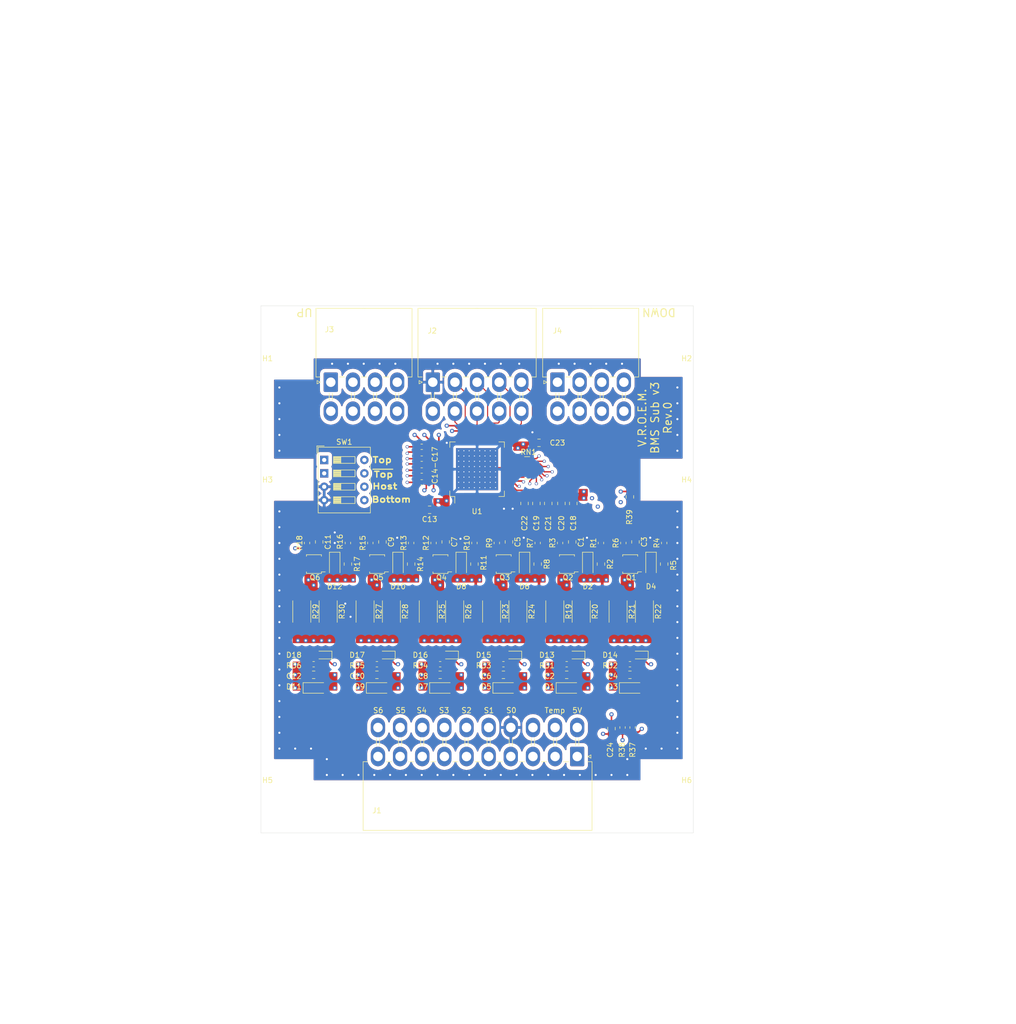
<source format=kicad_pcb>
(kicad_pcb (version 20171130) (host pcbnew "(5.1.6)-1")
  (layers (0 top_GND.Cu power) (1 In1.Cu mixed) (2 In2.Cu mixed) (31 bottom_GND.Cu power) (34 B.Paste user) (35 F.Paste user) (36 B.SilkS user) (37 F.SilkS user) (38 B.Mask user) (39 F.Mask user) (44 Edge.Cuts user))
  (net 0 "")
  (net 1 S6)
  (net 2 S5)
  (net 3 CS_H)
  (net 4 SDI_H)
  (net 5 SDO_H)
  (net 6 AGND)
  (net 7 S1)
  (net 8 S2)
  (net 9 S3)
  (net 10 S4)
  (net 11 /S6_components/VC+)
  (net 12 /S2_components/Balancing)
  (net 13 /S1_components/Balancing)
  (net 14 /S3_components/Balancing)
  (net 15 /S4_components/Balancing)
  (net 16 /S5_components/Balancing)
  (net 17 /S6_components/Balancing)
  (net 18 /S2_components/VC+)
  (net 19 /S1_components/VC+)
  (net 20 /S3_components/VC+)
  (net 21 /S4_components/VC+)
  (net 22 /S5_components/VC+)
  (net 23 "Net-(D2-Pad1)")
  (net 24 "Net-(D4-Pad1)")
  (net 25 "Net-(D6-Pad1)")
  (net 26 "Net-(D8-Pad1)")
  (net 27 "Net-(D10-Pad1)")
  (net 28 "Net-(D12-Pad1)")
  (net 29 "Net-(D13-Pad2)")
  (net 30 "Net-(D13-Pad1)")
  (net 31 "Net-(D14-Pad2)")
  (net 32 "Net-(D14-Pad1)")
  (net 33 "Net-(D15-Pad2)")
  (net 34 "Net-(D15-Pad1)")
  (net 35 "Net-(D16-Pad2)")
  (net 36 "Net-(D16-Pad1)")
  (net 37 "Net-(D17-Pad2)")
  (net 38 "Net-(D17-Pad1)")
  (net 39 "Net-(D18-Pad2)")
  (net 40 "Net-(D18-Pad1)")
  (net 41 CS_N)
  (net 42 SDI_N)
  (net 43 SCLK_N)
  (net 44 SDO_N)
  (net 45 ALERT_N)
  (net 46 FAULT_N)
  (net 47 CONV_N)
  (net 48 DRDY_N)
  (net 49 "Net-(RN1-Pad9)")
  (net 50 "Net-(RN1-Pad16)")
  (net 51 "Net-(RN1-Pad10)")
  (net 52 "Net-(RN1-Pad12)")
  (net 53 "Net-(RN1-Pad11)")
  (net 54 "Net-(RN1-Pad13)")
  (net 55 "Net-(RN1-Pad14)")
  (net 56 "Net-(RN1-Pad15)")
  (net 57 CS_S)
  (net 58 SDI_S)
  (net 59 SDO_S)
  (net 60 SCLK_S)
  (net 61 CONV_S)
  (net 62 DRDY_S)
  (net 63 FAULT_S)
  (net 64 ALERT_S)
  (net 65 SCLK_H)
  (net 66 FAULT_H)
  (net 67 ALERT_H)
  (net 68 DRDY_H)
  (net 69 CONV_H)
  (net 70 "Net-(C18-Pad1)")
  (net 71 "Net-(C19-Pad2)")
  (net 72 "Net-(C22-Pad2)")
  (net 73 5VDC)
  (net 74 "Net-(C24-Pad1)")
  (net 75 Temp-)
  (net 76 "Net-(R38-Pad1)")
  (net 77 SW_NotTop)
  (net 78 SW_Host)
  (module Resistor_SMD:R_0805_2012Metric_Pad1.15x1.40mm_HandSolder (layer top_GND.Cu) (at 70 36.25 90)
    (fp_text reference R39 (at -3.85 -0.1 90) (layer F.SilkS))
    (fp_text value 100K)
    (pad 2 smd roundrect (at 1.025 0 90) (size 1.15 1.4) (layers top_GND.Cu F.Paste F.Mask) (roundrect_rratio 0.217391) (net 78 SW_Host))
    (pad 1 smd roundrect (at -1.025 0 90) (size 1.15 1.4) (layers top_GND.Cu F.Paste F.Mask) (roundrect_rratio 0.217391) (net 73 5VDC))
  )
  (module Button_Switch_THT:SW_DIP_SPSTx04_Slide_9.78x12.34mm_W7.62mm_P2.54mm (layer top_GND.Cu) (at 12 29.25)
    (fp_text reference SW1 (at 3.81 -3.42) (layer F.SilkS))
    (fp_text value SW_DIP_x04)
    (pad 1 thru_hole rect (at 0 0) (size 1.6 1.6) (drill 0.8) (layers *.Cu *.Mask) (net 1 S6))
    (pad 5 thru_hole oval (at 7.62 7.62) (size 1.6 1.6) (drill 0.8) (layers *.Cu *.Mask) (net 61 CONV_S))
    (pad 2 thru_hole rect (at 0 2.54) (size 1.6 1.6) (drill 0.8) (layers *.Cu *.Mask) (net 1 S6))
    (pad 6 thru_hole oval (at 7.62 5.08) (size 1.6 1.6) (drill 0.8) (layers *.Cu *.Mask) (net 78 SW_Host))
    (pad 3 thru_hole oval (at 0 5.08) (size 1.6 1.6) (drill 0.8) (layers *.Cu *.Mask) (net 6 AGND))
    (pad 7 thru_hole oval (at 7.62 2.54) (size 1.6 1.6) (drill 0.8) (layers *.Cu *.Mask) (net 77 SW_NotTop))
    (pad 4 thru_hole oval (at 0 7.62) (size 1.6 1.6) (drill 0.8) (layers *.Cu *.Mask) (net 6 AGND))
    (pad 8 thru_hole oval (at 7.62 0) (size 1.6 1.6) (drill 0.8) (layers *.Cu *.Mask) (net 47 CONV_N))
  )
  (module "#_Connectors:Molex_Mini-Fit_Jr_5569-20A2_2x10_P4.20mm_Horizontal_with3d" (layer top_GND.Cu) (at 60 85.5 180)
    (fp_text reference J1 (at 38 -10.25) (layer F.SilkS))
    (fp_text value Conn_02x10_Top_Bottom)
    (pad "" np_thru_hole circle (at 37.8 -7.3 180) (size 3 3) (drill 3) (layers *.Cu *.Mask))
    (pad "" np_thru_hole circle (at 0 -7.3 180) (size 3 3) (drill 3) (layers *.Cu *.Mask))
    (pad 20 thru_hole oval (at 37.8 5.5 180) (size 2.7 3.7) (drill 1.8) (layers *.Cu *.Mask) (net 1 S6))
    (pad 19 thru_hole oval (at 33.6 5.5 180) (size 2.7 3.7) (drill 1.8) (layers *.Cu *.Mask) (net 2 S5))
    (pad 18 thru_hole oval (at 29.4 5.5 180) (size 2.7 3.7) (drill 1.8) (layers *.Cu *.Mask) (net 10 S4))
    (pad 17 thru_hole oval (at 25.2 5.5 180) (size 2.7 3.7) (drill 1.8) (layers *.Cu *.Mask) (net 9 S3))
    (pad 16 thru_hole oval (at 21 5.5 180) (size 2.7 3.7) (drill 1.8) (layers *.Cu *.Mask) (net 8 S2))
    (pad 15 thru_hole oval (at 16.8 5.5 180) (size 2.7 3.7) (drill 1.8) (layers *.Cu *.Mask) (net 7 S1))
    (pad 14 thru_hole oval (at 12.6 5.5 180) (size 2.7 3.7) (drill 1.8) (layers *.Cu *.Mask) (net 6 AGND))
    (pad 13 thru_hole oval (at 8.4 5.5 180) (size 2.7 3.7) (drill 1.8) (layers *.Cu *.Mask))
    (pad 12 thru_hole oval (at 4.2 5.5 180) (size 2.7 3.7) (drill 1.8) (layers *.Cu *.Mask) (net 75 Temp-))
    (pad 11 thru_hole oval (at 0 5.5 180) (size 2.7 3.7) (drill 1.8) (layers *.Cu *.Mask) (net 73 5VDC))
    (pad 10 thru_hole oval (at 37.8 0 180) (size 2.7 3.7) (drill 1.8) (layers *.Cu *.Mask))
    (pad 9 thru_hole oval (at 33.6 0 180) (size 2.7 3.7) (drill 1.8) (layers *.Cu *.Mask))
    (pad 8 thru_hole oval (at 29.4 0 180) (size 2.7 3.7) (drill 1.8) (layers *.Cu *.Mask))
    (pad 7 thru_hole oval (at 25.2 0 180) (size 2.7 3.7) (drill 1.8) (layers *.Cu *.Mask))
    (pad 6 thru_hole oval (at 21 0 180) (size 2.7 3.7) (drill 1.8) (layers *.Cu *.Mask))
    (pad 5 thru_hole oval (at 16.8 0 180) (size 2.7 3.7) (drill 1.8) (layers *.Cu *.Mask))
    (pad 4 thru_hole oval (at 12.6 0 180) (size 2.7 3.7) (drill 1.8) (layers *.Cu *.Mask))
    (pad 3 thru_hole oval (at 8.4 0 180) (size 2.7 3.7) (drill 1.8) (layers *.Cu *.Mask))
    (pad 2 thru_hole oval (at 4.2 0 180) (size 2.7 3.7) (drill 1.8) (layers *.Cu *.Mask))
    (pad 1 thru_hole roundrect (at 0 0 180) (size 2.7 3.7) (drill 1.8) (layers *.Cu *.Mask) (roundrect_rratio 0.09259299999999999))
  )
  (module "#_Connectors:Molex_Mini-Fit_Jr_5569-10A2_2x05_P4.20mm_Horizontal_with3d" (layer top_GND.Cu) (at 32.6 14.5)
    (fp_text reference J2 (at -0.1 -9.75) (layer F.SilkS))
    (fp_text value Conn_02x05_Top_Bottom)
    (pad "" np_thru_hole circle (at 16.8 -7.3) (size 3 3) (drill 3) (layers *.Cu *.Mask))
    (pad "" np_thru_hole circle (at 0 -7.3) (size 3 3) (drill 3) (layers *.Cu *.Mask))
    (pad 10 thru_hole oval (at 16.8 5.5) (size 2.7 3.7) (drill 1.8) (layers *.Cu *.Mask) (net 68 DRDY_H))
    (pad 9 thru_hole oval (at 12.6 5.5) (size 2.7 3.7) (drill 1.8) (layers *.Cu *.Mask) (net 66 FAULT_H))
    (pad 8 thru_hole oval (at 8.4 5.5) (size 2.7 3.7) (drill 1.8) (layers *.Cu *.Mask) (net 5 SDO_H))
    (pad 7 thru_hole oval (at 4.2 5.5) (size 2.7 3.7) (drill 1.8) (layers *.Cu *.Mask) (net 3 CS_H))
    (pad 6 thru_hole oval (at 0 5.5) (size 2.7 3.7) (drill 1.8) (layers *.Cu *.Mask))
    (pad 5 thru_hole oval (at 16.8 0) (size 2.7 3.7) (drill 1.8) (layers *.Cu *.Mask) (net 69 CONV_H))
    (pad 4 thru_hole oval (at 12.6 0) (size 2.7 3.7) (drill 1.8) (layers *.Cu *.Mask) (net 67 ALERT_H))
    (pad 3 thru_hole oval (at 8.4 0) (size 2.7 3.7) (drill 1.8) (layers *.Cu *.Mask) (net 65 SCLK_H))
    (pad 2 thru_hole oval (at 4.2 0) (size 2.7 3.7) (drill 1.8) (layers *.Cu *.Mask) (net 4 SDI_H))
    (pad 1 thru_hole roundrect (at 0 0) (size 2.7 3.7) (drill 1.8) (layers *.Cu *.Mask) (roundrect_rratio 0.09259299999999999) (net 6 AGND))
  )
  (module "#_Connectors:Molex_Mini-Fit_Jr_5569-08A2_2x04_P4.20mm_Horizontal_with3D" (layer top_GND.Cu) (at 56.25 14.5)
    (fp_text reference J4 (at 0 -9.75) (layer F.SilkS))
    (fp_text value Conn_02x04_Top_Bottom)
    (pad "" np_thru_hole circle (at 12.6 -7.3) (size 3 3) (drill 3) (layers *.Cu *.Mask))
    (pad "" np_thru_hole circle (at 0 -7.3) (size 3 3) (drill 3) (layers *.Cu *.Mask))
    (pad 8 thru_hole oval (at 12.6 5.5) (size 2.7 3.7) (drill 1.8) (layers *.Cu *.Mask) (net 62 DRDY_S))
    (pad 7 thru_hole oval (at 8.4 5.5) (size 2.7 3.7) (drill 1.8) (layers *.Cu *.Mask) (net 63 FAULT_S))
    (pad 6 thru_hole oval (at 4.2 5.5) (size 2.7 3.7) (drill 1.8) (layers *.Cu *.Mask) (net 59 SDO_S))
    (pad 5 thru_hole oval (at 0 5.5) (size 2.7 3.7) (drill 1.8) (layers *.Cu *.Mask) (net 57 CS_S))
    (pad 4 thru_hole oval (at 12.6 0) (size 2.7 3.7) (drill 1.8) (layers *.Cu *.Mask) (net 61 CONV_S))
    (pad 3 thru_hole oval (at 8.4 0) (size 2.7 3.7) (drill 1.8) (layers *.Cu *.Mask) (net 64 ALERT_S))
    (pad 2 thru_hole oval (at 4.2 0) (size 2.7 3.7) (drill 1.8) (layers *.Cu *.Mask) (net 60 SCLK_S))
    (pad 1 thru_hole roundrect (at 0 0) (size 2.7 3.7) (drill 1.8) (layers *.Cu *.Mask) (roundrect_rratio 0.09259299999999999) (net 58 SDI_S))
  )
  (module "#_Connectors:Molex_Mini-Fit_Jr_5569-08A2_2x04_P4.20mm_Horizontal_with3D" (layer top_GND.Cu) (at 13.25 14.5)
    (fp_text reference J3 (at -0.25 -10) (layer F.SilkS))
    (fp_text value Conn_02x04_Top_Bottom)
    (pad "" np_thru_hole circle (at 12.6 -7.3) (size 3 3) (drill 3) (layers *.Cu *.Mask))
    (pad "" np_thru_hole circle (at 0 -7.3) (size 3 3) (drill 3) (layers *.Cu *.Mask))
    (pad 8 thru_hole oval (at 12.6 5.5) (size 2.7 3.7) (drill 1.8) (layers *.Cu *.Mask) (net 42 SDI_N))
    (pad 7 thru_hole oval (at 8.4 5.5) (size 2.7 3.7) (drill 1.8) (layers *.Cu *.Mask) (net 43 SCLK_N))
    (pad 6 thru_hole oval (at 4.2 5.5) (size 2.7 3.7) (drill 1.8) (layers *.Cu *.Mask) (net 45 ALERT_N))
    (pad 5 thru_hole oval (at 0 5.5) (size 2.7 3.7) (drill 1.8) (layers *.Cu *.Mask) (net 47 CONV_N))
    (pad 4 thru_hole oval (at 12.6 0) (size 2.7 3.7) (drill 1.8) (layers *.Cu *.Mask) (net 41 CS_N))
    (pad 3 thru_hole oval (at 8.4 0) (size 2.7 3.7) (drill 1.8) (layers *.Cu *.Mask) (net 44 SDO_N))
    (pad 2 thru_hole oval (at 4.2 0) (size 2.7 3.7) (drill 1.8) (layers *.Cu *.Mask) (net 46 FAULT_N))
    (pad 1 thru_hole roundrect (at 0 0) (size 2.7 3.7) (drill 1.8) (layers *.Cu *.Mask) (roundrect_rratio 0.09259299999999999) (net 48 DRDY_N))
  )
  (module Resistor_SMD:R_0603_1608Metric_Pad1.05x0.95mm_HandSolder (layer top_GND.Cu) (at 68.6 80 90)
    (fp_text reference R38 (at -4.25 -0.1 270) (layer F.SilkS))
    (fp_text value 1K82)
    (pad 2 smd roundrect (at 0.875 0 90) (size 1.05 0.95) (layers top_GND.Cu F.Paste F.Mask) (net 74 "Net-(C24-Pad1)"))
    (pad 1 smd roundrect (at -0.875 0 90) (size 1.05 0.95) (layers top_GND.Cu F.Paste F.Mask) (net 76 "Net-(R38-Pad1)"))
  )
  (module Resistor_SMD:R_0603_1608Metric_Pad1.05x0.95mm_HandSolder (layer top_GND.Cu) (at 70.5 80 270)
    (fp_text reference R37 (at 4.25 0 90) (layer F.SilkS))
    (fp_text value 1K47)
    (pad 2 smd roundrect (at 0.875 0 270) (size 1.05 0.95) (layers top_GND.Cu F.Paste F.Mask) (net 75 Temp-))
    (pad 1 smd roundrect (at -0.875 0 270) (size 1.05 0.95) (layers top_GND.Cu F.Paste F.Mask) (net 74 "Net-(C24-Pad1)"))
  )
  (module Capacitor_SMD:C_0805_2012Metric_Pad1.15x1.40mm_HandSolder (layer top_GND.Cu) (at 66.5 80.2 270)
    (fp_text reference C24 (at 4.05 0.25 90) (layer F.SilkS))
    (fp_text value 47p)
    (pad 2 smd roundrect (at 1.025 0 270) (size 1.15 1.4) (layers top_GND.Cu F.Paste F.Mask) (roundrect_rratio 0.217391) (net 73 5VDC))
    (pad 1 smd roundrect (at -1.025 0 270) (size 1.15 1.4) (layers top_GND.Cu F.Paste F.Mask) (roundrect_rratio 0.217391) (net 74 "Net-(C24-Pad1)"))
  )
  (module Capacitor_SMD:C_0805_2012Metric_Pad1.15x1.40mm_HandSolder (layer top_GND.Cu) (at 52.75 26)
    (fp_text reference C23 (at 3.5 0) (layer F.SilkS))
    (fp_text value 2.2u)
    (pad 2 smd roundrect (at 1.025 0) (size 1.15 1.4) (layers top_GND.Cu F.Paste F.Mask) (roundrect_rratio 0.217391) (net 6 AGND))
    (pad 1 smd roundrect (at -1.025 0) (size 1.15 1.4) (layers top_GND.Cu F.Paste F.Mask) (roundrect_rratio 0.217391) (net 73 5VDC))
  )
  (module Capacitor_SMD:C_0805_2012Metric_Pad1.15x1.40mm_HandSolder (layer top_GND.Cu) (at 50 37.5 90)
    (fp_text reference C22 (at -3.75 0 270) (layer F.SilkS))
    (fp_text value 10u)
    (pad 2 smd roundrect (at 1.025 0 90) (size 1.15 1.4) (layers top_GND.Cu F.Paste F.Mask) (roundrect_rratio 0.217391) (net 72 "Net-(C22-Pad2)"))
    (pad 1 smd roundrect (at -1.025 0 90) (size 1.15 1.4) (layers top_GND.Cu F.Paste F.Mask) (roundrect_rratio 0.217391) (net 6 AGND))
  )
  (module Capacitor_SMD:C_0805_2012Metric_Pad1.15x1.40mm_HandSolder (layer top_GND.Cu) (at 54.5 37.5 90)
    (fp_text reference C21 (at -3.75 0 90) (layer F.SilkS))
    (fp_text value 2.2u)
    (pad 2 smd roundrect (at 1.025 0 90) (size 1.15 1.4) (layers top_GND.Cu F.Paste F.Mask) (roundrect_rratio 0.217391) (net 71 "Net-(C19-Pad2)"))
    (pad 1 smd roundrect (at -1.025 0 90) (size 1.15 1.4) (layers top_GND.Cu F.Paste F.Mask) (roundrect_rratio 0.217391) (net 6 AGND))
  )
  (module Capacitor_SMD:C_0805_2012Metric_Pad1.15x1.40mm_HandSolder (layer top_GND.Cu) (at 57 37.5 90)
    (fp_text reference C20 (at -3.75 0 90) (layer F.SilkS))
    (fp_text value 2.2u)
    (pad 2 smd roundrect (at 1.025 0 90) (size 1.15 1.4) (layers top_GND.Cu F.Paste F.Mask) (roundrect_rratio 0.217391) (net 70 "Net-(C18-Pad1)"))
    (pad 1 smd roundrect (at -1.025 0 90) (size 1.15 1.4) (layers top_GND.Cu F.Paste F.Mask) (roundrect_rratio 0.217391) (net 6 AGND))
  )
  (module Capacitor_SMD:C_0805_2012Metric_Pad1.15x1.40mm_HandSolder (layer top_GND.Cu) (at 52.25 37.5 90)
    (fp_text reference C19 (at -3.75 0 90) (layer F.SilkS))
    (fp_text value "0.1u ")
    (pad 2 smd roundrect (at 1.025 0 90) (size 1.15 1.4) (layers top_GND.Cu F.Paste F.Mask) (roundrect_rratio 0.217391) (net 71 "Net-(C19-Pad2)"))
    (pad 1 smd roundrect (at -1.025 0 90) (size 1.15 1.4) (layers top_GND.Cu F.Paste F.Mask) (roundrect_rratio 0.217391) (net 6 AGND))
  )
  (module Capacitor_SMD:C_0805_2012Metric_Pad1.15x1.40mm_HandSolder (layer top_GND.Cu) (at 59.25 37.5 270)
    (fp_text reference C18 (at 3.75 0 90) (layer F.SilkS))
    (fp_text value "0.1u ")
    (pad 2 smd roundrect (at 1.025 0 270) (size 1.15 1.4) (layers top_GND.Cu F.Paste F.Mask) (roundrect_rratio 0.217391) (net 6 AGND))
    (pad 1 smd roundrect (at -1.025 0 270) (size 1.15 1.4) (layers top_GND.Cu F.Paste F.Mask) (roundrect_rratio 0.217391) (net 70 "Net-(C18-Pad1)"))
  )
  (module Resistor_SMD:R_Array_Convex_8x0602 (layer top_GND.Cu) (at 50.5 30.75 180)
    (fp_text reference RN1 (at -0.25 3 180) (layer F.SilkS))
    (fp_text value 1K_Pack08)
    (pad 10 smd rect (at 0.9 1.25 180) (size 0.8 0.3) (layers top_GND.Cu F.Paste F.Mask) (net 51 "Net-(RN1-Pad10)"))
    (pad 12 smd rect (at 0.9 0.25 180) (size 0.8 0.3) (layers top_GND.Cu F.Paste F.Mask) (net 52 "Net-(RN1-Pad12)"))
    (pad 11 smd rect (at 0.9 0.75 180) (size 0.8 0.3) (layers top_GND.Cu F.Paste F.Mask) (net 53 "Net-(RN1-Pad11)"))
    (pad 13 smd rect (at 0.9 -0.25 180) (size 0.8 0.3) (layers top_GND.Cu F.Paste F.Mask) (net 54 "Net-(RN1-Pad13)"))
    (pad 14 smd rect (at 0.9 -0.75 180) (size 0.8 0.3) (layers top_GND.Cu F.Paste F.Mask) (net 55 "Net-(RN1-Pad14)"))
    (pad 15 smd rect (at 0.9 -1.25 180) (size 0.8 0.3) (layers top_GND.Cu F.Paste F.Mask) (net 56 "Net-(RN1-Pad15)"))
    (pad 7 smd rect (at -0.9 1.25 180) (size 0.8 0.3) (layers top_GND.Cu F.Paste F.Mask) (net 58 SDI_S))
    (pad 6 smd rect (at -0.9 0.75 180) (size 0.8 0.3) (layers top_GND.Cu F.Paste F.Mask) (net 59 SDO_S))
    (pad 5 smd rect (at -0.9 0.25 180) (size 0.8 0.3) (layers top_GND.Cu F.Paste F.Mask) (net 60 SCLK_S))
    (pad 4 smd rect (at -0.9 -0.25 180) (size 0.8 0.3) (layers top_GND.Cu F.Paste F.Mask) (net 63 FAULT_S))
    (pad 3 smd rect (at -0.9 -0.75 180) (size 0.8 0.3) (layers top_GND.Cu F.Paste F.Mask) (net 64 ALERT_S))
    (pad 2 smd rect (at -0.9 -1.25 180) (size 0.8 0.3) (layers top_GND.Cu F.Paste F.Mask) (net 62 DRDY_S))
    (pad 9 smd rect (at 0.9 1.75 180) (size 0.8 0.3) (layers top_GND.Cu F.Paste F.Mask) (net 49 "Net-(RN1-Pad9)"))
    (pad 8 smd rect (at -0.9 1.75 180) (size 0.8 0.3) (layers top_GND.Cu F.Paste F.Mask) (net 57 CS_S))
    (pad 16 smd rect (at 0.9 -1.75 180) (size 0.8 0.3) (layers top_GND.Cu F.Paste F.Mask) (net 50 "Net-(RN1-Pad16)"))
    (pad 1 smd rect (at -0.9 -1.75 180) (size 0.8 0.3) (layers top_GND.Cu F.Paste F.Mask) (net 61 CONV_S))
  )
  (module Capacitor_SMD:C_0603_1608Metric_Pad1.05x0.95mm_HandSolder (layer top_GND.Cu) (at 30.5 26.75)
    (fp_text reference C17 hide)
    (fp_text value 33p)
    (pad 2 smd roundrect (at 0.875 0) (size 1.05 0.95) (layers top_GND.Cu F.Paste F.Mask) (net 44 SDO_N))
    (pad 1 smd roundrect (at -0.875 0) (size 1.05 0.95) (layers top_GND.Cu F.Paste F.Mask) (net 77 SW_NotTop))
  )
  (module Capacitor_SMD:C_0603_1608Metric_Pad1.05x0.95mm_HandSolder (layer top_GND.Cu) (at 30.5 29)
    (fp_text reference C16 hide)
    (fp_text value 33p)
    (pad 2 smd roundrect (at 0.875 0) (size 1.05 0.95) (layers top_GND.Cu F.Paste F.Mask) (net 46 FAULT_N))
    (pad 1 smd roundrect (at -0.875 0) (size 1.05 0.95) (layers top_GND.Cu F.Paste F.Mask) (net 77 SW_NotTop))
  )
  (module Capacitor_SMD:C_0603_1608Metric_Pad1.05x0.95mm_HandSolder (layer top_GND.Cu) (at 30.5 31.25)
    (fp_text reference C15 hide)
    (fp_text value 33p)
    (pad 2 smd roundrect (at 0.875 0) (size 1.05 0.95) (layers top_GND.Cu F.Paste F.Mask) (net 45 ALERT_N))
    (pad 1 smd roundrect (at -0.875 0) (size 1.05 0.95) (layers top_GND.Cu F.Paste F.Mask) (net 77 SW_NotTop))
  )
  (module Capacitor_SMD:C_0603_1608Metric_Pad1.05x0.95mm_HandSolder (layer top_GND.Cu) (at 30.5 33.5)
    (fp_text reference C14-C17 (at 2.5 -3.25 90) (layer F.SilkS))
    (fp_text value 33p)
    (pad 2 smd roundrect (at 0.875 0) (size 1.05 0.95) (layers top_GND.Cu F.Paste F.Mask) (net 48 DRDY_N))
    (pad 1 smd roundrect (at -0.875 0) (size 1.05 0.95) (layers top_GND.Cu F.Paste F.Mask) (net 77 SW_NotTop))
  )
  (module Capacitor_SMD:C_0805_2012Metric_Pad1.15x1.40mm_HandSolder (layer top_GND.Cu) (at 32 38.7)
    (fp_text reference C13 (at 0 1.8) (layer F.SilkS))
    (fp_text value "0.1u ")
    (pad 2 smd roundrect (at 1.025 0) (size 1.15 1.4) (layers top_GND.Cu F.Paste F.Mask) (roundrect_rratio 0.217391) (net 1 S6))
    (pad 1 smd roundrect (at -1.025 0) (size 1.15 1.4) (layers top_GND.Cu F.Paste F.Mask) (roundrect_rratio 0.217391) (net 6 AGND))
  )
  (module MountingHole:MountingHole_3.2mm_M3 (layer top_GND.Cu) (at 76 90)
    (fp_text reference H6 (at 4.75 0) (layer F.SilkS))
    (fp_text value MountingHole)
    (pad 1 np_thru_hole circle (at 0 0) (size 3.2 3.2) (drill 3.2) (layers *.Cu *.Mask))
  )
  (module MountingHole:MountingHole_3.2mm_M3 (layer top_GND.Cu) (at 6 90)
    (fp_text reference H5 (at -4.75 0) (layer F.SilkS))
    (fp_text value MountingHole)
    (pad 1 np_thru_hole circle (at 0 0) (size 3.2 3.2) (drill 3.2) (layers *.Cu *.Mask))
  )
  (module MountingHole:MountingHole_3.2mm_M3 (layer top_GND.Cu) (at 76 33)
    (fp_text reference H4 (at 4.75 0) (layer F.SilkS))
    (fp_text value MountingHole)
    (pad 1 np_thru_hole circle (at 0 0) (size 3.2 3.2) (drill 3.2) (layers *.Cu *.Mask))
  )
  (module MountingHole:MountingHole_3.2mm_M3 (layer top_GND.Cu) (at 6 33)
    (fp_text reference H3 (at -4.75 0) (layer F.SilkS))
    (fp_text value MountingHole)
    (pad 1 np_thru_hole circle (at 0 0) (size 3.2 3.2) (drill 3.2) (layers *.Cu *.Mask))
  )
  (module MountingHole:MountingHole_3.2mm_M3 (layer top_GND.Cu) (at 76 10)
    (fp_text reference H2 (at 4.75 0) (layer F.SilkS))
    (fp_text value MountingHole)
    (pad 1 np_thru_hole circle (at 0 0) (size 3.2 3.2) (drill 3.2) (layers *.Cu *.Mask))
  )
  (module MountingHole:MountingHole_3.2mm_M3 (layer top_GND.Cu) (at 6 10)
    (fp_text reference H1 (at -4.75 0) (layer F.SilkS))
    (fp_text value MountingHole)
    (pad 1 np_thru_hole circle (at 0 0) (size 3.2 3.2) (drill 3.2) (layers *.Cu *.Mask))
  )
  (module Resistor_SMD:R_0603_1608Metric_Pad1.05x0.95mm_HandSolder (layer top_GND.Cu) (at 10 68 180)
    (fp_text reference R36 (at 3.75 -0.25) (layer F.SilkS))
    (fp_text value ??)
    (pad 2 smd roundrect (at 0.875 0 180) (size 1.05 0.95) (layers top_GND.Cu F.Paste F.Mask) (net 1 S6))
    (pad 1 smd roundrect (at -0.875 0 180) (size 1.05 0.95) (layers top_GND.Cu F.Paste F.Mask) (net 39 "Net-(D18-Pad2)"))
  )
  (module Resistor_SMD:R_0603_1608Metric_Pad1.05x0.95mm_HandSolder (layer top_GND.Cu) (at 22 68 180)
    (fp_text reference R35 (at 3.75 -0.25) (layer F.SilkS))
    (fp_text value ??)
    (pad 2 smd roundrect (at 0.875 0 180) (size 1.05 0.95) (layers top_GND.Cu F.Paste F.Mask) (net 2 S5))
    (pad 1 smd roundrect (at -0.875 0 180) (size 1.05 0.95) (layers top_GND.Cu F.Paste F.Mask) (net 37 "Net-(D17-Pad2)"))
  )
  (module Resistor_SMD:R_0603_1608Metric_Pad1.05x0.95mm_HandSolder (layer top_GND.Cu) (at 34 68 180)
    (fp_text reference R34 (at 3.75 -0.25) (layer F.SilkS))
    (fp_text value ??)
    (pad 2 smd roundrect (at 0.875 0 180) (size 1.05 0.95) (layers top_GND.Cu F.Paste F.Mask) (net 10 S4))
    (pad 1 smd roundrect (at -0.875 0 180) (size 1.05 0.95) (layers top_GND.Cu F.Paste F.Mask) (net 35 "Net-(D16-Pad2)"))
  )
  (module Resistor_SMD:R_0603_1608Metric_Pad1.05x0.95mm_HandSolder (layer top_GND.Cu) (at 46 68 180)
    (fp_text reference R33 (at 3.75 -0.25) (layer F.SilkS))
    (fp_text value ??)
    (pad 2 smd roundrect (at 0.875 0 180) (size 1.05 0.95) (layers top_GND.Cu F.Paste F.Mask) (net 9 S3))
    (pad 1 smd roundrect (at -0.875 0 180) (size 1.05 0.95) (layers top_GND.Cu F.Paste F.Mask) (net 33 "Net-(D15-Pad2)"))
  )
  (module Resistor_SMD:R_0603_1608Metric_Pad1.05x0.95mm_HandSolder (layer top_GND.Cu) (at 70 68 180)
    (fp_text reference R32 (at 3.75 -0.25) (layer F.SilkS))
    (fp_text value ??)
    (pad 2 smd roundrect (at 0.875 0 180) (size 1.05 0.95) (layers top_GND.Cu F.Paste F.Mask) (net 7 S1))
    (pad 1 smd roundrect (at -0.875 0 180) (size 1.05 0.95) (layers top_GND.Cu F.Paste F.Mask) (net 31 "Net-(D14-Pad2)"))
  )
  (module Resistor_SMD:R_0603_1608Metric_Pad1.05x0.95mm_HandSolder (layer top_GND.Cu) (at 58 68 180)
    (fp_text reference R31 (at 3.75 -0.25) (layer F.SilkS))
    (fp_text value ??)
    (pad 2 smd roundrect (at 0.875 0 180) (size 1.05 0.95) (layers top_GND.Cu F.Paste F.Mask) (net 8 S2))
    (pad 1 smd roundrect (at -0.875 0 180) (size 1.05 0.95) (layers top_GND.Cu F.Paste F.Mask) (net 29 "Net-(D13-Pad2)"))
  )
  (module LED_SMD:LED_0603_1608Metric_Pad1.05x0.95mm_HandSolder (layer top_GND.Cu) (at 11.8 66.25 180)
    (fp_text reference D18 (at 5.55 0 180) (layer F.SilkS))
    (fp_text value LED)
    (pad 2 smd roundrect (at 0.875 0 180) (size 1.05 0.95) (layers top_GND.Cu F.Paste F.Mask) (net 39 "Net-(D18-Pad2)"))
    (pad 1 smd roundrect (at -0.875 0 180) (size 1.05 0.95) (layers top_GND.Cu F.Paste F.Mask) (net 40 "Net-(D18-Pad1)"))
  )
  (module LED_SMD:LED_0603_1608Metric_Pad1.05x0.95mm_HandSolder (layer top_GND.Cu) (at 23.8 66.25 180)
    (fp_text reference D17 (at 5.55 0) (layer F.SilkS))
    (fp_text value LED)
    (pad 2 smd roundrect (at 0.875 0 180) (size 1.05 0.95) (layers top_GND.Cu F.Paste F.Mask) (net 37 "Net-(D17-Pad2)"))
    (pad 1 smd roundrect (at -0.875 0 180) (size 1.05 0.95) (layers top_GND.Cu F.Paste F.Mask) (net 38 "Net-(D17-Pad1)"))
  )
  (module LED_SMD:LED_0603_1608Metric_Pad1.05x0.95mm_HandSolder (layer top_GND.Cu) (at 35.8 66.25 180)
    (fp_text reference D16 (at 5.55 0) (layer F.SilkS))
    (fp_text value LED)
    (pad 2 smd roundrect (at 0.875 0 180) (size 1.05 0.95) (layers top_GND.Cu F.Paste F.Mask) (net 35 "Net-(D16-Pad2)"))
    (pad 1 smd roundrect (at -0.875 0 180) (size 1.05 0.95) (layers top_GND.Cu F.Paste F.Mask) (net 36 "Net-(D16-Pad1)"))
  )
  (module LED_SMD:LED_0603_1608Metric_Pad1.05x0.95mm_HandSolder (layer top_GND.Cu) (at 47.8 66.25 180)
    (fp_text reference D15 (at 5.55 0) (layer F.SilkS))
    (fp_text value LED)
    (pad 2 smd roundrect (at 0.875 0 180) (size 1.05 0.95) (layers top_GND.Cu F.Paste F.Mask) (net 33 "Net-(D15-Pad2)"))
    (pad 1 smd roundrect (at -0.875 0 180) (size 1.05 0.95) (layers top_GND.Cu F.Paste F.Mask) (net 34 "Net-(D15-Pad1)"))
  )
  (module LED_SMD:LED_0603_1608Metric_Pad1.05x0.95mm_HandSolder (layer top_GND.Cu) (at 71.8 66.25 180)
    (fp_text reference D14 (at 5.55 0) (layer F.SilkS))
    (fp_text value LED)
    (pad 2 smd roundrect (at 0.875 0 180) (size 1.05 0.95) (layers top_GND.Cu F.Paste F.Mask) (net 31 "Net-(D14-Pad2)"))
    (pad 1 smd roundrect (at -0.875 0 180) (size 1.05 0.95) (layers top_GND.Cu F.Paste F.Mask) (net 32 "Net-(D14-Pad1)"))
  )
  (module LED_SMD:LED_0603_1608Metric_Pad1.05x0.95mm_HandSolder (layer top_GND.Cu) (at 59.8 66.25 180)
    (fp_text reference D13 (at 5.55 0) (layer F.SilkS))
    (fp_text value LED)
    (pad 2 smd roundrect (at 0.875 0 180) (size 1.05 0.95) (layers top_GND.Cu F.Paste F.Mask) (net 29 "Net-(D13-Pad2)"))
    (pad 1 smd roundrect (at -0.875 0 180) (size 1.05 0.95) (layers top_GND.Cu F.Paste F.Mask) (net 30 "Net-(D13-Pad1)"))
  )
  (module Resistor_SMD:R_2512_6332Metric_Pad1.52x3.35mm_HandSolder (layer top_GND.Cu) (at 12.75 58 270)
    (fp_text reference R30 (at 0 -2.62 90) (layer F.SilkS))
    (fp_text value 47)
    (pad 2 smd roundrect (at 2.9875 0 270) (size 1.525 3.35) (layers top_GND.Cu F.Paste F.Mask) (roundrect_rratio 0.163934) (net 1 S6))
    (pad 1 smd roundrect (at -2.9875 0 270) (size 1.525 3.35) (layers top_GND.Cu F.Paste F.Mask) (roundrect_rratio 0.163934) (net 40 "Net-(D18-Pad1)"))
  )
  (module Resistor_SMD:R_2512_6332Metric_Pad1.52x3.35mm_HandSolder (layer top_GND.Cu) (at 7.75 58 270)
    (fp_text reference R29 (at 0 -2.62 90) (layer F.SilkS))
    (fp_text value 47)
    (pad 2 smd roundrect (at 2.9875 0 270) (size 1.525 3.35) (layers top_GND.Cu F.Paste F.Mask) (roundrect_rratio 0.163934) (net 1 S6))
    (pad 1 smd roundrect (at -2.9875 0 270) (size 1.525 3.35) (layers top_GND.Cu F.Paste F.Mask) (roundrect_rratio 0.163934) (net 40 "Net-(D18-Pad1)"))
  )
  (module Resistor_SMD:R_2512_6332Metric_Pad1.52x3.35mm_HandSolder (layer top_GND.Cu) (at 24.75 58 270)
    (fp_text reference R28 (at 0 -2.62 90) (layer F.SilkS))
    (fp_text value 47)
    (pad 2 smd roundrect (at 2.9875 0 270) (size 1.525 3.35) (layers top_GND.Cu F.Paste F.Mask) (roundrect_rratio 0.163934) (net 2 S5))
    (pad 1 smd roundrect (at -2.9875 0 270) (size 1.525 3.35) (layers top_GND.Cu F.Paste F.Mask) (roundrect_rratio 0.163934) (net 38 "Net-(D17-Pad1)"))
  )
  (module Resistor_SMD:R_2512_6332Metric_Pad1.52x3.35mm_HandSolder (layer top_GND.Cu) (at 19.75 58 270)
    (fp_text reference R27 (at 0 -2.62 90) (layer F.SilkS))
    (fp_text value 47)
    (pad 2 smd roundrect (at 2.9875 0 270) (size 1.525 3.35) (layers top_GND.Cu F.Paste F.Mask) (roundrect_rratio 0.163934) (net 2 S5))
    (pad 1 smd roundrect (at -2.9875 0 270) (size 1.525 3.35) (layers top_GND.Cu F.Paste F.Mask) (roundrect_rratio 0.163934) (net 38 "Net-(D17-Pad1)"))
  )
  (module Resistor_SMD:R_2512_6332Metric_Pad1.52x3.35mm_HandSolder (layer top_GND.Cu) (at 36.75 58 270)
    (fp_text reference R26 (at 0 -2.62 90) (layer F.SilkS))
    (fp_text value 47)
    (pad 2 smd roundrect (at 2.9875 0 270) (size 1.525 3.35) (layers top_GND.Cu F.Paste F.Mask) (roundrect_rratio 0.163934) (net 10 S4))
    (pad 1 smd roundrect (at -2.9875 0 270) (size 1.525 3.35) (layers top_GND.Cu F.Paste F.Mask) (roundrect_rratio 0.163934) (net 36 "Net-(D16-Pad1)"))
  )
  (module Resistor_SMD:R_2512_6332Metric_Pad1.52x3.35mm_HandSolder (layer top_GND.Cu) (at 31.75 58 270)
    (fp_text reference R25 (at 0 -2.62 90) (layer F.SilkS))
    (fp_text value 47)
    (pad 2 smd roundrect (at 2.9875 0 270) (size 1.525 3.35) (layers top_GND.Cu F.Paste F.Mask) (roundrect_rratio 0.163934) (net 10 S4))
    (pad 1 smd roundrect (at -2.9875 0 270) (size 1.525 3.35) (layers top_GND.Cu F.Paste F.Mask) (roundrect_rratio 0.163934) (net 36 "Net-(D16-Pad1)"))
  )
  (module Resistor_SMD:R_2512_6332Metric_Pad1.52x3.35mm_HandSolder (layer top_GND.Cu) (at 48.75 58 270)
    (fp_text reference R24 (at 0 -2.62 90) (layer F.SilkS))
    (fp_text value 47)
    (pad 2 smd roundrect (at 2.9875 0 270) (size 1.525 3.35) (layers top_GND.Cu F.Paste F.Mask) (roundrect_rratio 0.163934) (net 9 S3))
    (pad 1 smd roundrect (at -2.9875 0 270) (size 1.525 3.35) (layers top_GND.Cu F.Paste F.Mask) (roundrect_rratio 0.163934) (net 34 "Net-(D15-Pad1)"))
  )
  (module Resistor_SMD:R_2512_6332Metric_Pad1.52x3.35mm_HandSolder (layer top_GND.Cu) (at 43.75 58 270)
    (fp_text reference R23 (at 0 -2.62 90) (layer F.SilkS))
    (fp_text value 47)
    (pad 2 smd roundrect (at 2.9875 0 270) (size 1.525 3.35) (layers top_GND.Cu F.Paste F.Mask) (roundrect_rratio 0.163934) (net 9 S3))
    (pad 1 smd roundrect (at -2.9875 0 270) (size 1.525 3.35) (layers top_GND.Cu F.Paste F.Mask) (roundrect_rratio 0.163934) (net 34 "Net-(D15-Pad1)"))
  )
  (module Resistor_SMD:R_2512_6332Metric_Pad1.52x3.35mm_HandSolder (layer top_GND.Cu) (at 72.75 58 270)
    (fp_text reference R22 (at 0 -2.62 90) (layer F.SilkS))
    (fp_text value 47)
    (pad 1 smd roundrect (at -2.9875 0 270) (size 1.525 3.35) (layers top_GND.Cu F.Paste F.Mask) (roundrect_rratio 0.163934) (net 32 "Net-(D14-Pad1)"))
    (pad 2 smd roundrect (at 2.9875 0 270) (size 1.525 3.35) (layers top_GND.Cu F.Paste F.Mask) (roundrect_rratio 0.163934) (net 7 S1))
  )
  (module Resistor_SMD:R_2512_6332Metric_Pad1.52x3.35mm_HandSolder (layer top_GND.Cu) (at 67.75 58 270)
    (fp_text reference R21 (at 0 -2.62 90) (layer F.SilkS))
    (fp_text value 47)
    (pad 2 smd roundrect (at 2.9875 0 270) (size 1.525 3.35) (layers top_GND.Cu F.Paste F.Mask) (roundrect_rratio 0.163934) (net 7 S1))
    (pad 1 smd roundrect (at -2.9875 0 270) (size 1.525 3.35) (layers top_GND.Cu F.Paste F.Mask) (roundrect_rratio 0.163934) (net 32 "Net-(D14-Pad1)"))
  )
  (module Resistor_SMD:R_2512_6332Metric_Pad1.52x3.35mm_HandSolder (layer top_GND.Cu) (at 60.75 58 270)
    (fp_text reference R20 (at 0 -2.62 90) (layer F.SilkS))
    (fp_text value 47)
    (pad 2 smd roundrect (at 2.9875 0 270) (size 1.525 3.35) (layers top_GND.Cu F.Paste F.Mask) (roundrect_rratio 0.163934) (net 8 S2))
    (pad 1 smd roundrect (at -2.9875 0 270) (size 1.525 3.35) (layers top_GND.Cu F.Paste F.Mask) (roundrect_rratio 0.163934) (net 30 "Net-(D13-Pad1)"))
  )
  (module Resistor_SMD:R_2512_6332Metric_Pad1.52x3.35mm_HandSolder (layer top_GND.Cu) (at 55.75 58 270)
    (fp_text reference R19 (at 0 -2.62 90) (layer F.SilkS))
    (fp_text value 47)
    (pad 2 smd roundrect (at 2.9875 0 270) (size 1.525 3.35) (layers top_GND.Cu F.Paste F.Mask) (roundrect_rratio 0.163934) (net 8 S2))
    (pad 1 smd roundrect (at -2.9875 0 270) (size 1.525 3.35) (layers top_GND.Cu F.Paste F.Mask) (roundrect_rratio 0.163934) (net 30 "Net-(D13-Pad1)"))
  )
  (module Diode_SMD:D_SOD-123 (layer top_GND.Cu) (at 14 49 270)
    (fp_text reference D12 (at 4.25 0 180) (layer F.SilkS))
    (fp_text value 5V6)
    (pad 2 smd rect (at 1.65 0 270) (size 0.9 1.2) (layers top_GND.Cu F.Paste F.Mask) (net 2 S5))
    (pad 1 smd rect (at -1.65 0 270) (size 0.9 1.2) (layers top_GND.Cu F.Paste F.Mask) (net 28 "Net-(D12-Pad1)"))
  )
  (module Diode_SMD:D_SOD-123 (layer top_GND.Cu) (at 10.25 72.5)
    (fp_text reference D11 (at -4 -0.25) (layer F.SilkS))
    (fp_text value 5V6)
    (pad 2 smd rect (at 1.65 0) (size 0.9 1.2) (layers top_GND.Cu F.Paste F.Mask) (net 2 S5))
    (pad 1 smd rect (at -1.65 0) (size 0.9 1.2) (layers top_GND.Cu F.Paste F.Mask) (net 1 S6))
  )
  (module Diode_SMD:D_SOD-123 (layer top_GND.Cu) (at 26 49 270)
    (fp_text reference D10 (at 4.25 0) (layer F.SilkS))
    (fp_text value 5V6)
    (pad 2 smd rect (at 1.65 0 270) (size 0.9 1.2) (layers top_GND.Cu F.Paste F.Mask) (net 10 S4))
    (pad 1 smd rect (at -1.65 0 270) (size 0.9 1.2) (layers top_GND.Cu F.Paste F.Mask) (net 27 "Net-(D10-Pad1)"))
  )
  (module Diode_SMD:D_SOD-123 (layer top_GND.Cu) (at 22.25 72.5)
    (fp_text reference D9 (at -3.5 -0.25) (layer F.SilkS))
    (fp_text value 5V6)
    (pad 2 smd rect (at 1.65 0) (size 0.9 1.2) (layers top_GND.Cu F.Paste F.Mask) (net 10 S4))
    (pad 1 smd rect (at -1.65 0) (size 0.9 1.2) (layers top_GND.Cu F.Paste F.Mask) (net 2 S5))
  )
  (module Diode_SMD:D_SOD-123 (layer top_GND.Cu) (at 38 49 270)
    (fp_text reference D8 (at 4.25 0 180) (layer F.SilkS))
    (fp_text value 5V6)
    (pad 2 smd rect (at 1.65 0 270) (size 0.9 1.2) (layers top_GND.Cu F.Paste F.Mask) (net 9 S3))
    (pad 1 smd rect (at -1.65 0 270) (size 0.9 1.2) (layers top_GND.Cu F.Paste F.Mask) (net 26 "Net-(D8-Pad1)"))
  )
  (module Diode_SMD:D_SOD-123 (layer top_GND.Cu) (at 34.25 72.5)
    (fp_text reference D7 (at -3.5 -0.25) (layer F.SilkS))
    (fp_text value 5V6)
    (pad 2 smd rect (at 1.65 0) (size 0.9 1.2) (layers top_GND.Cu F.Paste F.Mask) (net 9 S3))
    (pad 1 smd rect (at -1.65 0) (size 0.9 1.2) (layers top_GND.Cu F.Paste F.Mask) (net 10 S4))
  )
  (module Diode_SMD:D_SOD-123 (layer top_GND.Cu) (at 50 49 270)
    (fp_text reference D6 (at 4.25 0 180) (layer F.SilkS))
    (fp_text value 5V6)
    (pad 2 smd rect (at 1.65 0 270) (size 0.9 1.2) (layers top_GND.Cu F.Paste F.Mask) (net 8 S2))
    (pad 1 smd rect (at -1.65 0 270) (size 0.9 1.2) (layers top_GND.Cu F.Paste F.Mask) (net 25 "Net-(D6-Pad1)"))
  )
  (module Diode_SMD:D_SOD-123 (layer top_GND.Cu) (at 46.25 72.5)
    (fp_text reference D5 (at -3.5 -0.25) (layer F.SilkS))
    (fp_text value 5V6)
    (pad 2 smd rect (at 1.65 0) (size 0.9 1.2) (layers top_GND.Cu F.Paste F.Mask) (net 8 S2))
    (pad 1 smd rect (at -1.65 0) (size 0.9 1.2) (layers top_GND.Cu F.Paste F.Mask) (net 9 S3))
  )
  (module Diode_SMD:D_SOD-123 (layer top_GND.Cu) (at 74 49 270)
    (fp_text reference D4 (at 4.25 0 180) (layer F.SilkS))
    (fp_text value 5V6)
    (pad 2 smd rect (at 1.65 0 270) (size 0.9 1.2) (layers top_GND.Cu F.Paste F.Mask) (net 6 AGND))
    (pad 1 smd rect (at -1.65 0 270) (size 0.9 1.2) (layers top_GND.Cu F.Paste F.Mask) (net 24 "Net-(D4-Pad1)"))
  )
  (module Diode_SMD:D_SOD-123 (layer top_GND.Cu) (at 70.25 72.5)
    (fp_text reference D3 (at -3.5 -0.25) (layer F.SilkS))
    (fp_text value 5V6)
    (pad 2 smd rect (at 1.65 0) (size 0.9 1.2) (layers top_GND.Cu F.Paste F.Mask) (net 6 AGND))
    (pad 1 smd rect (at -1.65 0) (size 0.9 1.2) (layers top_GND.Cu F.Paste F.Mask) (net 7 S1))
  )
  (module Diode_SMD:D_SOD-123 (layer top_GND.Cu) (at 62 49 270)
    (fp_text reference D2 (at 4.25 0 180) (layer F.SilkS))
    (fp_text value 5V6)
    (pad 2 smd rect (at 1.65 0 270) (size 0.9 1.2) (layers top_GND.Cu F.Paste F.Mask) (net 7 S1))
    (pad 1 smd rect (at -1.65 0 270) (size 0.9 1.2) (layers top_GND.Cu F.Paste F.Mask) (net 23 "Net-(D2-Pad1)"))
  )
  (module Diode_SMD:D_SOD-123 (layer top_GND.Cu) (at 58.25 72.5)
    (fp_text reference D1 (at -3.5 -0.25) (layer F.SilkS))
    (fp_text value 5V6)
    (pad 2 smd rect (at 1.65 0) (size 0.9 1.2) (layers top_GND.Cu F.Paste F.Mask) (net 7 S1))
    (pad 1 smd rect (at -1.65 0) (size 0.9 1.2) (layers top_GND.Cu F.Paste F.Mask) (net 8 S2))
  )
  (module Resistor_SMD:R_0603_1608Metric_Pad1.05x0.95mm_HandSolder (layer top_GND.Cu) (at 8.75 45 90)
    (fp_text reference R18 (at 0 -1.43 90) (layer F.SilkS))
    (fp_text value 1K)
    (pad 2 smd roundrect (at 0.875 0 90) (size 1.05 0.95) (layers top_GND.Cu F.Paste F.Mask) (net 11 /S6_components/VC+))
    (pad 1 smd roundrect (at -0.875 0 90) (size 1.05 0.95) (layers top_GND.Cu F.Paste F.Mask) (net 1 S6))
  )
  (module Resistor_SMD:R_0805_2012Metric_Pad1.15x1.40mm_HandSolder (layer top_GND.Cu) (at 16.5 49 90)
    (fp_text reference R17 (at 0 1.75 270) (layer F.SilkS))
    (fp_text value 1M)
    (pad 2 smd roundrect (at 1.025 0 90) (size 1.15 1.4) (layers top_GND.Cu F.Paste F.Mask) (roundrect_rratio 0.217391) (net 28 "Net-(D12-Pad1)"))
    (pad 1 smd roundrect (at -1.025 0 90) (size 1.15 1.4) (layers top_GND.Cu F.Paste F.Mask) (roundrect_rratio 0.217391) (net 2 S5))
  )
  (module Resistor_SMD:R_0603_1608Metric_Pad1.05x0.95mm_HandSolder (layer top_GND.Cu) (at 16.5 45 90)
    (fp_text reference R16 (at 0.25 -1.5 270) (layer F.SilkS))
    (fp_text value 1K)
    (pad 2 smd roundrect (at 0.875 0 90) (size 1.05 0.95) (layers top_GND.Cu F.Paste F.Mask) (net 17 /S6_components/Balancing))
    (pad 1 smd roundrect (at -0.875 0 90) (size 1.05 0.95) (layers top_GND.Cu F.Paste F.Mask) (net 28 "Net-(D12-Pad1)"))
  )
  (module Resistor_SMD:R_0603_1608Metric_Pad1.05x0.95mm_HandSolder (layer top_GND.Cu) (at 20.75 45 90)
    (fp_text reference R15 (at 0 -1.43 90) (layer F.SilkS))
    (fp_text value 1K)
    (pad 2 smd roundrect (at 0.875 0 90) (size 1.05 0.95) (layers top_GND.Cu F.Paste F.Mask) (net 22 /S5_components/VC+))
    (pad 1 smd roundrect (at -0.875 0 90) (size 1.05 0.95) (layers top_GND.Cu F.Paste F.Mask) (net 2 S5))
  )
  (module Resistor_SMD:R_0805_2012Metric_Pad1.15x1.40mm_HandSolder (layer top_GND.Cu) (at 28.5 49 90)
    (fp_text reference R14 (at 0 1.75 90) (layer F.SilkS))
    (fp_text value 1M)
    (pad 2 smd roundrect (at 1.025 0 90) (size 1.15 1.4) (layers top_GND.Cu F.Paste F.Mask) (roundrect_rratio 0.217391) (net 27 "Net-(D10-Pad1)"))
    (pad 1 smd roundrect (at -1.025 0 90) (size 1.15 1.4) (layers top_GND.Cu F.Paste F.Mask) (roundrect_rratio 0.217391) (net 10 S4))
  )
  (module Resistor_SMD:R_0603_1608Metric_Pad1.05x0.95mm_HandSolder (layer top_GND.Cu) (at 28.5 45 90)
    (fp_text reference R13 (at 0 -1.43 90) (layer F.SilkS))
    (fp_text value 1K)
    (pad 2 smd roundrect (at 0.875 0 90) (size 1.05 0.95) (layers top_GND.Cu F.Paste F.Mask) (net 16 /S5_components/Balancing))
    (pad 1 smd roundrect (at -0.875 0 90) (size 1.05 0.95) (layers top_GND.Cu F.Paste F.Mask) (net 27 "Net-(D10-Pad1)"))
  )
  (module Resistor_SMD:R_0603_1608Metric_Pad1.05x0.95mm_HandSolder (layer top_GND.Cu) (at 32.75 45 90)
    (fp_text reference R12 (at 0 -1.43 90) (layer F.SilkS))
    (fp_text value 1K)
    (pad 2 smd roundrect (at 0.875 0 90) (size 1.05 0.95) (layers top_GND.Cu F.Paste F.Mask) (net 21 /S4_components/VC+))
    (pad 1 smd roundrect (at -0.875 0 90) (size 1.05 0.95) (layers top_GND.Cu F.Paste F.Mask) (net 10 S4))
  )
  (module Resistor_SMD:R_0805_2012Metric_Pad1.15x1.40mm_HandSolder (layer top_GND.Cu) (at 40.5 49 90)
    (fp_text reference R11 (at 0.25 1.75 90) (layer F.SilkS))
    (fp_text value 1M)
    (pad 2 smd roundrect (at 1.025 0 90) (size 1.15 1.4) (layers top_GND.Cu F.Paste F.Mask) (roundrect_rratio 0.217391) (net 26 "Net-(D8-Pad1)"))
    (pad 1 smd roundrect (at -1.025 0 90) (size 1.15 1.4) (layers top_GND.Cu F.Paste F.Mask) (roundrect_rratio 0.217391) (net 9 S3))
  )
  (module Resistor_SMD:R_0603_1608Metric_Pad1.05x0.95mm_HandSolder (layer top_GND.Cu) (at 40.5 45 90)
    (fp_text reference R10 (at 0 -1.43 90) (layer F.SilkS))
    (fp_text value 1K)
    (pad 2 smd roundrect (at 0.875 0 90) (size 1.05 0.95) (layers top_GND.Cu F.Paste F.Mask) (net 15 /S4_components/Balancing))
    (pad 1 smd roundrect (at -0.875 0 90) (size 1.05 0.95) (layers top_GND.Cu F.Paste F.Mask) (net 26 "Net-(D8-Pad1)"))
  )
  (module Resistor_SMD:R_0603_1608Metric_Pad1.05x0.95mm_HandSolder (layer top_GND.Cu) (at 44.75 45 90)
    (fp_text reference R9 (at 0 -1.43 90) (layer F.SilkS))
    (fp_text value 1K)
    (pad 2 smd roundrect (at 0.875 0 90) (size 1.05 0.95) (layers top_GND.Cu F.Paste F.Mask) (net 20 /S3_components/VC+))
    (pad 1 smd roundrect (at -0.875 0 90) (size 1.05 0.95) (layers top_GND.Cu F.Paste F.Mask) (net 9 S3))
  )
  (module Resistor_SMD:R_0805_2012Metric_Pad1.15x1.40mm_HandSolder (layer top_GND.Cu) (at 52.5 49 90)
    (fp_text reference R8 (at 0 1.75 90) (layer F.SilkS))
    (fp_text value 1M)
    (pad 2 smd roundrect (at 1.025 0 90) (size 1.15 1.4) (layers top_GND.Cu F.Paste F.Mask) (roundrect_rratio 0.217391) (net 25 "Net-(D6-Pad1)"))
    (pad 1 smd roundrect (at -1.025 0 90) (size 1.15 1.4) (layers top_GND.Cu F.Paste F.Mask) (roundrect_rratio 0.217391) (net 8 S2))
  )
  (module Resistor_SMD:R_0603_1608Metric_Pad1.05x0.95mm_HandSolder (layer top_GND.Cu) (at 52.5 45 90)
    (fp_text reference R7 (at 0 -1.43 90) (layer F.SilkS))
    (fp_text value 1K)
    (pad 2 smd roundrect (at 0.875 0 90) (size 1.05 0.95) (layers top_GND.Cu F.Paste F.Mask) (net 14 /S3_components/Balancing))
    (pad 1 smd roundrect (at -0.875 0 90) (size 1.05 0.95) (layers top_GND.Cu F.Paste F.Mask) (net 25 "Net-(D6-Pad1)"))
  )
  (module Resistor_SMD:R_0603_1608Metric_Pad1.05x0.95mm_HandSolder (layer top_GND.Cu) (at 68.75 45 90)
    (fp_text reference R6 (at 0 -1.43 90) (layer F.SilkS))
    (fp_text value 1K)
    (pad 2 smd roundrect (at 0.875 0 90) (size 1.05 0.95) (layers top_GND.Cu F.Paste F.Mask) (net 19 /S1_components/VC+))
    (pad 1 smd roundrect (at -0.875 0 90) (size 1.05 0.95) (layers top_GND.Cu F.Paste F.Mask) (net 7 S1))
  )
  (module Resistor_SMD:R_0805_2012Metric_Pad1.15x1.40mm_HandSolder (layer top_GND.Cu) (at 76.5 49 90)
    (fp_text reference R5 (at -0.25 1.75 90) (layer F.SilkS))
    (fp_text value 1M)
    (pad 2 smd roundrect (at 1.025 0 90) (size 1.15 1.4) (layers top_GND.Cu F.Paste F.Mask) (roundrect_rratio 0.217391) (net 24 "Net-(D4-Pad1)"))
    (pad 1 smd roundrect (at -1.025 0 90) (size 1.15 1.4) (layers top_GND.Cu F.Paste F.Mask) (roundrect_rratio 0.217391) (net 6 AGND))
  )
  (module Resistor_SMD:R_0603_1608Metric_Pad1.05x0.95mm_HandSolder (layer top_GND.Cu) (at 76.5 45 90)
    (fp_text reference R4 (at 0 -1.43 90) (layer F.SilkS))
    (fp_text value 1K)
    (pad 2 smd roundrect (at 0.875 0 90) (size 1.05 0.95) (layers top_GND.Cu F.Paste F.Mask) (net 13 /S1_components/Balancing))
    (pad 1 smd roundrect (at -0.875 0 90) (size 1.05 0.95) (layers top_GND.Cu F.Paste F.Mask) (net 24 "Net-(D4-Pad1)"))
  )
  (module Resistor_SMD:R_0603_1608Metric_Pad1.05x0.95mm_HandSolder (layer top_GND.Cu) (at 56.75 45 90)
    (fp_text reference R3 (at 0 -1.43 90) (layer F.SilkS))
    (fp_text value 1K)
    (pad 2 smd roundrect (at 0.875 0 90) (size 1.05 0.95) (layers top_GND.Cu F.Paste F.Mask) (net 18 /S2_components/VC+))
    (pad 1 smd roundrect (at -0.875 0 90) (size 1.05 0.95) (layers top_GND.Cu F.Paste F.Mask) (net 8 S2))
  )
  (module Resistor_SMD:R_0805_2012Metric_Pad1.15x1.40mm_HandSolder (layer top_GND.Cu) (at 64.5 49 90)
    (fp_text reference R2 (at 0 1.75 90) (layer F.SilkS))
    (fp_text value 1M)
    (pad 2 smd roundrect (at 1.025 0 90) (size 1.15 1.4) (layers top_GND.Cu F.Paste F.Mask) (roundrect_rratio 0.217391) (net 23 "Net-(D2-Pad1)"))
    (pad 1 smd roundrect (at -1.025 0 90) (size 1.15 1.4) (layers top_GND.Cu F.Paste F.Mask) (roundrect_rratio 0.217391) (net 7 S1))
  )
  (module Resistor_SMD:R_0603_1608Metric_Pad1.05x0.95mm_HandSolder (layer top_GND.Cu) (at 64.5 45 90)
    (fp_text reference R1 (at 0 -1.43 90) (layer F.SilkS))
    (fp_text value 1K)
    (pad 2 smd roundrect (at 0.875 0 90) (size 1.05 0.95) (layers top_GND.Cu F.Paste F.Mask) (net 12 /S2_components/Balancing))
    (pad 1 smd roundrect (at -0.875 0 90) (size 1.05 0.95) (layers top_GND.Cu F.Paste F.Mask) (net 23 "Net-(D2-Pad1)"))
  )
  (module Package_TO_SOT_SMD:LFPAK33 (layer top_GND.Cu) (at 10.25 49 180)
    (fp_text reference Q6 (at 0 -2.55) (layer F.SilkS))
    (fp_text value BUK9M20-40HX)
    (pad 5 smd custom (at 0.405 0 180) (size 1.85 2.25) (layers top_GND.Cu F.Mask) (net 40 "Net-(D18-Pad1)") (options (clearance outline) (anchor rect)) (primitives (gr_poly (pts (xy 0.925 -1.175) (xy 1.545 -1.175) (xy 1.545 -0.775) (xy 0.925 -0.775)) (width 0)) (gr_poly (pts (xy 0.925 -0.525) (xy 1.545 -0.525) (xy 1.545 -0.125) (xy 0.925 -0.125)) (width 0)) (gr_poly (pts (xy 0.925 0.125) (xy 1.545 0.125) (xy 1.545 0.525) (xy 0.925 0.525)) (width 0)) (gr_poly (pts (xy 0.925 0.775) (xy 1.545 0.775) (xy 1.545 1.175) (xy 0.925 1.175)) (width 0))))
    (pad 4 smd rect (at -1.535 0.975 180) (size 0.83 0.4) (layers top_GND.Cu F.Mask) (net 28 "Net-(D12-Pad1)"))
    (pad 3 smd rect (at -1.535 0.325 180) (size 0.83 0.4) (layers top_GND.Cu F.Mask) (net 2 S5))
    (pad 1 smd rect (at -1.535 -0.975 180) (size 0.83 0.4) (layers top_GND.Cu F.Mask) (net 2 S5))
    (pad 2 smd rect (at -1.535 -0.325 180) (size 0.83 0.4) (layers top_GND.Cu F.Mask) (net 2 S5))
  )
  (module Package_TO_SOT_SMD:LFPAK33 (layer top_GND.Cu) (at 22.25 49 180)
    (fp_text reference Q5 (at 0 -2.55) (layer F.SilkS))
    (fp_text value BUK9M20-40HX)
    (pad 5 smd custom (at 0.405 0 180) (size 1.85 2.25) (layers top_GND.Cu F.Mask) (net 38 "Net-(D17-Pad1)") (options (clearance outline) (anchor rect)) (primitives (gr_poly (pts (xy 0.925 -1.175) (xy 1.545 -1.175) (xy 1.545 -0.775) (xy 0.925 -0.775)) (width 0)) (gr_poly (pts (xy 0.925 -0.525) (xy 1.545 -0.525) (xy 1.545 -0.125) (xy 0.925 -0.125)) (width 0)) (gr_poly (pts (xy 0.925 0.125) (xy 1.545 0.125) (xy 1.545 0.525) (xy 0.925 0.525)) (width 0)) (gr_poly (pts (xy 0.925 0.775) (xy 1.545 0.775) (xy 1.545 1.175) (xy 0.925 1.175)) (width 0))))
    (pad 4 smd rect (at -1.535 0.975 180) (size 0.83 0.4) (layers top_GND.Cu F.Mask) (net 27 "Net-(D10-Pad1)"))
    (pad 3 smd rect (at -1.535 0.325 180) (size 0.83 0.4) (layers top_GND.Cu F.Mask) (net 10 S4))
    (pad 1 smd rect (at -1.535 -0.975 180) (size 0.83 0.4) (layers top_GND.Cu F.Mask) (net 10 S4))
    (pad 2 smd rect (at -1.535 -0.325 180) (size 0.83 0.4) (layers top_GND.Cu F.Mask) (net 10 S4))
  )
  (module Package_TO_SOT_SMD:LFPAK33 (layer top_GND.Cu) (at 34.25 49 180)
    (fp_text reference Q4 (at 0 -2.55) (layer F.SilkS))
    (fp_text value BUK9M20-40HX)
    (pad 5 smd custom (at 0.405 0 180) (size 1.85 2.25) (layers top_GND.Cu F.Mask) (net 36 "Net-(D16-Pad1)") (options (clearance outline) (anchor rect)) (primitives (gr_poly (pts (xy 0.925 -1.175) (xy 1.545 -1.175) (xy 1.545 -0.775) (xy 0.925 -0.775)) (width 0)) (gr_poly (pts (xy 0.925 -0.525) (xy 1.545 -0.525) (xy 1.545 -0.125) (xy 0.925 -0.125)) (width 0)) (gr_poly (pts (xy 0.925 0.125) (xy 1.545 0.125) (xy 1.545 0.525) (xy 0.925 0.525)) (width 0)) (gr_poly (pts (xy 0.925 0.775) (xy 1.545 0.775) (xy 1.545 1.175) (xy 0.925 1.175)) (width 0))))
    (pad 4 smd rect (at -1.535 0.975 180) (size 0.83 0.4) (layers top_GND.Cu F.Mask) (net 26 "Net-(D8-Pad1)"))
    (pad 3 smd rect (at -1.535 0.325 180) (size 0.83 0.4) (layers top_GND.Cu F.Mask) (net 9 S3))
    (pad 1 smd rect (at -1.535 -0.975 180) (size 0.83 0.4) (layers top_GND.Cu F.Mask) (net 9 S3))
    (pad 2 smd rect (at -1.535 -0.325 180) (size 0.83 0.4) (layers top_GND.Cu F.Mask) (net 9 S3))
  )
  (module Package_TO_SOT_SMD:LFPAK33 (layer top_GND.Cu) (at 46.25 49 180)
    (fp_text reference Q3 (at 0 -2.55) (layer F.SilkS))
    (fp_text value BUK9M20-40HX)
    (pad 5 smd custom (at 0.405 0 180) (size 1.85 2.25) (layers top_GND.Cu F.Mask) (net 34 "Net-(D15-Pad1)") (options (clearance outline) (anchor rect)) (primitives (gr_poly (pts (xy 0.925 -1.175) (xy 1.545 -1.175) (xy 1.545 -0.775) (xy 0.925 -0.775)) (width 0)) (gr_poly (pts (xy 0.925 -0.525) (xy 1.545 -0.525) (xy 1.545 -0.125) (xy 0.925 -0.125)) (width 0)) (gr_poly (pts (xy 0.925 0.125) (xy 1.545 0.125) (xy 1.545 0.525) (xy 0.925 0.525)) (width 0)) (gr_poly (pts (xy 0.925 0.775) (xy 1.545 0.775) (xy 1.545 1.175) (xy 0.925 1.175)) (width 0))))
    (pad 4 smd rect (at -1.535 0.975 180) (size 0.83 0.4) (layers top_GND.Cu F.Mask) (net 25 "Net-(D6-Pad1)"))
    (pad 3 smd rect (at -1.535 0.325 180) (size 0.83 0.4) (layers top_GND.Cu F.Mask) (net 8 S2))
    (pad 1 smd rect (at -1.535 -0.975 180) (size 0.83 0.4) (layers top_GND.Cu F.Mask) (net 8 S2))
    (pad 2 smd rect (at -1.535 -0.325 180) (size 0.83 0.4) (layers top_GND.Cu F.Mask) (net 8 S2))
  )
  (module Package_TO_SOT_SMD:LFPAK33 (layer top_GND.Cu) (at 70.25 49 180)
    (fp_text reference Q1 (at 0 -2.55) (layer F.SilkS))
    (fp_text value BUK9M20-40HX)
    (pad 5 smd custom (at 0.405 0 180) (size 1.85 2.25) (layers top_GND.Cu F.Mask) (net 32 "Net-(D14-Pad1)") (options (clearance outline) (anchor rect)) (primitives (gr_poly (pts (xy 0.925 -1.175) (xy 1.545 -1.175) (xy 1.545 -0.775) (xy 0.925 -0.775)) (width 0)) (gr_poly (pts (xy 0.925 -0.525) (xy 1.545 -0.525) (xy 1.545 -0.125) (xy 0.925 -0.125)) (width 0)) (gr_poly (pts (xy 0.925 0.125) (xy 1.545 0.125) (xy 1.545 0.525) (xy 0.925 0.525)) (width 0)) (gr_poly (pts (xy 0.925 0.775) (xy 1.545 0.775) (xy 1.545 1.175) (xy 0.925 1.175)) (width 0))))
    (pad 4 smd rect (at -1.535 0.975 180) (size 0.83 0.4) (layers top_GND.Cu F.Mask) (net 24 "Net-(D4-Pad1)"))
    (pad 3 smd rect (at -1.535 0.325 180) (size 0.83 0.4) (layers top_GND.Cu F.Mask) (net 6 AGND))
    (pad 1 smd rect (at -1.535 -0.975 180) (size 0.83 0.4) (layers top_GND.Cu F.Mask) (net 6 AGND))
    (pad 2 smd rect (at -1.535 -0.325 180) (size 0.83 0.4) (layers top_GND.Cu F.Mask) (net 6 AGND))
  )
  (module Package_TO_SOT_SMD:LFPAK33 (layer top_GND.Cu) (at 58.25 49 180)
    (fp_text reference Q2 (at 0 -2.55) (layer F.SilkS))
    (fp_text value BUK9M20-40HX)
    (pad 5 smd custom (at 0.405 0 180) (size 1.85 2.25) (layers top_GND.Cu F.Mask) (net 30 "Net-(D13-Pad1)") (options (clearance outline) (anchor rect)) (primitives (gr_poly (pts (xy 0.925 -1.175) (xy 1.545 -1.175) (xy 1.545 -0.775) (xy 0.925 -0.775)) (width 0)) (gr_poly (pts (xy 0.925 -0.525) (xy 1.545 -0.525) (xy 1.545 -0.125) (xy 0.925 -0.125)) (width 0)) (gr_poly (pts (xy 0.925 0.125) (xy 1.545 0.125) (xy 1.545 0.525) (xy 0.925 0.525)) (width 0)) (gr_poly (pts (xy 0.925 0.775) (xy 1.545 0.775) (xy 1.545 1.175) (xy 0.925 1.175)) (width 0))))
    (pad 4 smd rect (at -1.535 0.975 180) (size 0.83 0.4) (layers top_GND.Cu F.Mask) (net 23 "Net-(D2-Pad1)"))
    (pad 3 smd rect (at -1.535 0.325 180) (size 0.83 0.4) (layers top_GND.Cu F.Mask) (net 7 S1))
    (pad 1 smd rect (at -1.535 -0.975 180) (size 0.83 0.4) (layers top_GND.Cu F.Mask) (net 7 S1))
    (pad 2 smd rect (at -1.535 -0.325 180) (size 0.83 0.4) (layers top_GND.Cu F.Mask) (net 7 S1))
  )
  (module Capacitor_SMD:C_0805_2012Metric_Pad1.15x1.40mm_HandSolder (layer top_GND.Cu) (at 10 70)
    (fp_text reference C12 (at -3.75 0.25) (layer F.SilkS))
    (fp_text value "0.1u ")
    (pad 2 smd roundrect (at 1.025 0) (size 1.15 1.4) (layers top_GND.Cu F.Paste F.Mask) (roundrect_rratio 0.217391) (net 2 S5))
    (pad 1 smd roundrect (at -1.025 0) (size 1.15 1.4) (layers top_GND.Cu F.Paste F.Mask) (roundrect_rratio 0.217391) (net 1 S6))
  )
  (module Capacitor_SMD:C_0805_2012Metric_Pad1.15x1.40mm_HandSolder (layer top_GND.Cu) (at 11.05 44.8 270)
    (fp_text reference C11 (at 0 -1.65 90) (layer F.SilkS))
    (fp_text value "0.1u ")
    (pad 2 smd roundrect (at 1.025 0 270) (size 1.15 1.4) (layers top_GND.Cu F.Paste F.Mask) (roundrect_rratio 0.217391) (net 6 AGND))
    (pad 1 smd roundrect (at -1.025 0 270) (size 1.15 1.4) (layers top_GND.Cu F.Paste F.Mask) (roundrect_rratio 0.217391) (net 11 /S6_components/VC+))
  )
  (module Capacitor_SMD:C_0805_2012Metric_Pad1.15x1.40mm_HandSolder (layer top_GND.Cu) (at 22 70)
    (fp_text reference C10 (at -3.75 0.25) (layer F.SilkS))
    (fp_text value "0.1u ")
    (pad 2 smd roundrect (at 1.025 0) (size 1.15 1.4) (layers top_GND.Cu F.Paste F.Mask) (roundrect_rratio 0.217391) (net 10 S4))
    (pad 1 smd roundrect (at -1.025 0) (size 1.15 1.4) (layers top_GND.Cu F.Paste F.Mask) (roundrect_rratio 0.217391) (net 2 S5))
  )
  (module Capacitor_SMD:C_0805_2012Metric_Pad1.15x1.40mm_HandSolder (layer top_GND.Cu) (at 23.05 44.8 270)
    (fp_text reference C9 (at 0 -1.65 90) (layer F.SilkS))
    (fp_text value "0.1u ")
    (pad 2 smd roundrect (at 1.025 0 270) (size 1.15 1.4) (layers top_GND.Cu F.Paste F.Mask) (roundrect_rratio 0.217391) (net 6 AGND))
    (pad 1 smd roundrect (at -1.025 0 270) (size 1.15 1.4) (layers top_GND.Cu F.Paste F.Mask) (roundrect_rratio 0.217391) (net 22 /S5_components/VC+))
  )
  (module Capacitor_SMD:C_0805_2012Metric_Pad1.15x1.40mm_HandSolder (layer top_GND.Cu) (at 34 70)
    (fp_text reference C8 (at -3.25 0.25) (layer F.SilkS))
    (fp_text value "0.1u ")
    (pad 2 smd roundrect (at 1.025 0) (size 1.15 1.4) (layers top_GND.Cu F.Paste F.Mask) (roundrect_rratio 0.217391) (net 9 S3))
    (pad 1 smd roundrect (at -1.025 0) (size 1.15 1.4) (layers top_GND.Cu F.Paste F.Mask) (roundrect_rratio 0.217391) (net 10 S4))
  )
  (module Capacitor_SMD:C_0805_2012Metric_Pad1.15x1.40mm_HandSolder (layer top_GND.Cu) (at 35.05 44.8 270)
    (fp_text reference C7 (at 0 -1.65 90) (layer F.SilkS))
    (fp_text value "0.1u ")
    (pad 2 smd roundrect (at 1.025 0 270) (size 1.15 1.4) (layers top_GND.Cu F.Paste F.Mask) (roundrect_rratio 0.217391) (net 6 AGND))
    (pad 1 smd roundrect (at -1.025 0 270) (size 1.15 1.4) (layers top_GND.Cu F.Paste F.Mask) (roundrect_rratio 0.217391) (net 21 /S4_components/VC+))
  )
  (module Capacitor_SMD:C_0805_2012Metric_Pad1.15x1.40mm_HandSolder (layer top_GND.Cu) (at 46 70)
    (fp_text reference C6 (at -3.25 0.25) (layer F.SilkS))
    (fp_text value "0.1u ")
    (pad 2 smd roundrect (at 1.025 0) (size 1.15 1.4) (layers top_GND.Cu F.Paste F.Mask) (roundrect_rratio 0.217391) (net 8 S2))
    (pad 1 smd roundrect (at -1.025 0) (size 1.15 1.4) (layers top_GND.Cu F.Paste F.Mask) (roundrect_rratio 0.217391) (net 9 S3))
  )
  (module Capacitor_SMD:C_0805_2012Metric_Pad1.15x1.40mm_HandSolder (layer top_GND.Cu) (at 47.05 44.8 270)
    (fp_text reference C5 (at 0 -1.65 90) (layer F.SilkS))
    (fp_text value "0.1u ")
    (pad 2 smd roundrect (at 1.025 0 270) (size 1.15 1.4) (layers top_GND.Cu F.Paste F.Mask) (roundrect_rratio 0.217391) (net 6 AGND))
    (pad 1 smd roundrect (at -1.025 0 270) (size 1.15 1.4) (layers top_GND.Cu F.Paste F.Mask) (roundrect_rratio 0.217391) (net 20 /S3_components/VC+))
  )
  (module Capacitor_SMD:C_0805_2012Metric_Pad1.15x1.40mm_HandSolder (layer top_GND.Cu) (at 70 70)
    (fp_text reference C4 (at -3.25 0.25) (layer F.SilkS))
    (fp_text value "0.1u ")
    (pad 2 smd roundrect (at 1.025 0) (size 1.15 1.4) (layers top_GND.Cu F.Paste F.Mask) (roundrect_rratio 0.217391) (net 6 AGND))
    (pad 1 smd roundrect (at -1.025 0) (size 1.15 1.4) (layers top_GND.Cu F.Paste F.Mask) (roundrect_rratio 0.217391) (net 7 S1))
  )
  (module Capacitor_SMD:C_0805_2012Metric_Pad1.15x1.40mm_HandSolder (layer top_GND.Cu) (at 71.05 44.8 270)
    (fp_text reference C3 (at 0 -1.65 90) (layer F.SilkS))
    (fp_text value "0.1u ")
    (pad 2 smd roundrect (at 1.025 0 270) (size 1.15 1.4) (layers top_GND.Cu F.Paste F.Mask) (roundrect_rratio 0.217391) (net 6 AGND))
    (pad 1 smd roundrect (at -1.025 0 270) (size 1.15 1.4) (layers top_GND.Cu F.Paste F.Mask) (roundrect_rratio 0.217391) (net 19 /S1_components/VC+))
  )
  (module Capacitor_SMD:C_0805_2012Metric_Pad1.15x1.40mm_HandSolder (layer top_GND.Cu) (at 58 70)
    (fp_text reference C2 (at -3.25 0.25) (layer F.SilkS))
    (fp_text value "0.1u ")
    (pad 2 smd roundrect (at 1.025 0) (size 1.15 1.4) (layers top_GND.Cu F.Paste F.Mask) (roundrect_rratio 0.217391) (net 7 S1))
    (pad 1 smd roundrect (at -1.025 0) (size 1.15 1.4) (layers top_GND.Cu F.Paste F.Mask) (roundrect_rratio 0.217391) (net 8 S2))
  )
  (module Capacitor_SMD:C_0805_2012Metric_Pad1.15x1.40mm_HandSolder (layer top_GND.Cu) (at 59.05 44.8 270)
    (fp_text reference C1 (at 0 -1.65 90) (layer F.SilkS))
    (fp_text value "0.1u ")
    (pad 2 smd roundrect (at 1.025 0 270) (size 1.15 1.4) (layers top_GND.Cu F.Paste F.Mask) (roundrect_rratio 0.217391) (net 6 AGND))
    (pad 1 smd roundrect (at -1.025 0 270) (size 1.15 1.4) (layers top_GND.Cu F.Paste F.Mask) (roundrect_rratio 0.217391) (net 18 /S2_components/VC+))
  )
  (module Package_QFP:HTQFP-64-1EP_10x10mm_P0.5mm_EP8x8mm_Mask4.4x4.4mm_ThermalVias (layer top_GND.Cu) (at 41 31 90)
    (fp_text reference U1 (at -8 0 180) (layer F.SilkS))
    (fp_text value BQ76PL536A)
    (pad 1 smd rect (at -5.7 -3.75 90) (size 1.5 0.3) (layers top_GND.Cu F.Paste F.Mask) (net 11 /S6_components/VC+))
    (pad 2 smd rect (at -5.7 -3.25 90) (size 1.5 0.3) (layers top_GND.Cu F.Paste F.Mask) (net 17 /S6_components/Balancing))
    (pad 3 smd rect (at -5.7 -2.75 90) (size 1.5 0.3) (layers top_GND.Cu F.Paste F.Mask) (net 22 /S5_components/VC+))
    (pad 4 smd rect (at -5.7 -2.25 90) (size 1.5 0.3) (layers top_GND.Cu F.Paste F.Mask) (net 16 /S5_components/Balancing))
    (pad 5 smd rect (at -5.7 -1.75 90) (size 1.5 0.3) (layers top_GND.Cu F.Paste F.Mask) (net 21 /S4_components/VC+))
    (pad 6 smd rect (at -5.7 -1.25 90) (size 1.5 0.3) (layers top_GND.Cu F.Paste F.Mask) (net 15 /S4_components/Balancing))
    (pad 7 smd rect (at -5.7 -0.75 90) (size 1.5 0.3) (layers top_GND.Cu F.Paste F.Mask) (net 20 /S3_components/VC+))
    (pad 8 smd rect (at -5.7 -0.25 90) (size 1.5 0.3) (layers top_GND.Cu F.Paste F.Mask) (net 14 /S3_components/Balancing))
    (pad 9 smd rect (at -5.7 0.25 90) (size 1.5 0.3) (layers top_GND.Cu F.Paste F.Mask) (net 18 /S2_components/VC+))
    (pad 10 smd rect (at -5.7 0.75 90) (size 1.5 0.3) (layers top_GND.Cu F.Paste F.Mask) (net 12 /S2_components/Balancing))
    (pad 11 smd rect (at -5.7 1.25 90) (size 1.5 0.3) (layers top_GND.Cu F.Paste F.Mask) (net 19 /S1_components/VC+))
    (pad 12 smd rect (at -5.7 1.75 90) (size 1.5 0.3) (layers top_GND.Cu F.Paste F.Mask) (net 13 /S1_components/Balancing))
    (pad 13 smd rect (at -5.7 2.25 90) (size 1.5 0.3) (layers top_GND.Cu F.Paste F.Mask) (net 6 AGND))
    (pad 14 smd rect (at -5.7 2.75 90) (size 1.5 0.3) (layers top_GND.Cu F.Paste F.Mask) (net 6 AGND))
    (pad 15 smd rect (at -5.7 3.25 90) (size 1.5 0.3) (layers top_GND.Cu F.Paste F.Mask) (net 6 AGND))
    (pad 16 smd rect (at -5.7 3.75 90) (size 1.5 0.3) (layers top_GND.Cu F.Paste F.Mask) (net 72 "Net-(C22-Pad2)"))
    (pad 17 smd rect (at -3.75 5.7 180) (size 1.5 0.3) (layers top_GND.Cu F.Paste F.Mask) (net 71 "Net-(C19-Pad2)"))
    (pad 18 smd rect (at -3.25 5.7 180) (size 1.5 0.3) (layers top_GND.Cu F.Paste F.Mask) (net 70 "Net-(C18-Pad1)"))
    (pad 19 smd rect (at -2.75 5.7 180) (size 1.5 0.3) (layers top_GND.Cu F.Paste F.Mask) (net 76 "Net-(R38-Pad1)"))
    (pad 20 smd rect (at -2.25 5.7 180) (size 1.5 0.3) (layers top_GND.Cu F.Paste F.Mask) (net 74 "Net-(C24-Pad1)"))
    (pad 21 smd rect (at -1.75 5.7 180) (size 1.5 0.3) (layers top_GND.Cu F.Paste F.Mask) (net 50 "Net-(RN1-Pad16)"))
    (pad 22 smd rect (at -1.25 5.7 180) (size 1.5 0.3) (layers top_GND.Cu F.Paste F.Mask) (net 56 "Net-(RN1-Pad15)"))
    (pad 23 smd rect (at -0.75 5.7 180) (size 1.5 0.3) (layers top_GND.Cu F.Paste F.Mask) (net 55 "Net-(RN1-Pad14)"))
    (pad 24 smd rect (at -0.25 5.7 180) (size 1.5 0.3) (layers top_GND.Cu F.Paste F.Mask) (net 54 "Net-(RN1-Pad13)"))
    (pad 25 smd rect (at 0.25 5.7 180) (size 1.5 0.3) (layers top_GND.Cu F.Paste F.Mask) (net 6 AGND))
    (pad 26 smd rect (at 0.75 5.7 180) (size 1.5 0.3) (layers top_GND.Cu F.Paste F.Mask) (net 52 "Net-(RN1-Pad12)"))
    (pad 27 smd rect (at 1.25 5.7 180) (size 1.5 0.3) (layers top_GND.Cu F.Paste F.Mask) (net 53 "Net-(RN1-Pad11)"))
    (pad 28 smd rect (at 1.75 5.7 180) (size 1.5 0.3) (layers top_GND.Cu F.Paste F.Mask) (net 51 "Net-(RN1-Pad10)"))
    (pad 29 smd rect (at 2.25 5.7 180) (size 1.5 0.3) (layers top_GND.Cu F.Paste F.Mask) (net 49 "Net-(RN1-Pad9)"))
    (pad 30 smd rect (at 2.75 5.7 180) (size 1.5 0.3) (layers top_GND.Cu F.Paste F.Mask))
    (pad 31 smd rect (at 3.25 5.7 180) (size 1.5 0.3) (layers top_GND.Cu F.Paste F.Mask))
    (pad 32 smd rect (at 3.75 5.7 180) (size 1.5 0.3) (layers top_GND.Cu F.Paste F.Mask) (net 73 5VDC))
    (pad 33 smd rect (at 5.7 3.75 90) (size 1.5 0.3) (layers top_GND.Cu F.Paste F.Mask) (net 6 AGND))
    (pad 34 smd rect (at 5.7 3.25 90) (size 1.5 0.3) (layers top_GND.Cu F.Paste F.Mask) (net 6 AGND))
    (pad 35 smd rect (at 5.7 2.75 90) (size 1.5 0.3) (layers top_GND.Cu F.Paste F.Mask) (net 6 AGND))
    (pad 36 smd rect (at 5.7 2.25 90) (size 1.5 0.3) (layers top_GND.Cu F.Paste F.Mask) (net 69 CONV_H))
    (pad 37 smd rect (at 5.7 1.75 90) (size 1.5 0.3) (layers top_GND.Cu F.Paste F.Mask) (net 68 DRDY_H))
    (pad 38 smd rect (at 5.7 1.25 90) (size 1.5 0.3) (layers top_GND.Cu F.Paste F.Mask) (net 67 ALERT_H))
    (pad 39 smd rect (at 5.7 0.75 90) (size 1.5 0.3) (layers top_GND.Cu F.Paste F.Mask) (net 66 FAULT_H))
    (pad 40 smd rect (at 5.7 0.25 90) (size 1.5 0.3) (layers top_GND.Cu F.Paste F.Mask) (net 65 SCLK_H))
    (pad 41 smd rect (at 5.7 -0.25 90) (size 1.5 0.3) (layers top_GND.Cu F.Paste F.Mask) (net 5 SDO_H))
    (pad 42 smd rect (at 5.7 -0.75 90) (size 1.5 0.3) (layers top_GND.Cu F.Paste F.Mask) (net 4 SDI_H))
    (pad 43 smd rect (at 5.7 -1.25 90) (size 1.5 0.3) (layers top_GND.Cu F.Paste F.Mask) (net 3 CS_H))
    (pad 44 smd rect (at 5.7 -1.75 90) (size 1.5 0.3) (layers top_GND.Cu F.Paste F.Mask) (net 78 SW_Host))
    (pad 45 smd rect (at 5.7 -2.25 90) (size 1.5 0.3) (layers top_GND.Cu F.Paste F.Mask))
    (pad 46 smd rect (at 5.7 -2.75 90) (size 1.5 0.3) (layers top_GND.Cu F.Paste F.Mask) (net 70 "Net-(C18-Pad1)"))
    (pad 47 smd rect (at 5.7 -3.25 90) (size 1.5 0.3) (layers top_GND.Cu F.Paste F.Mask))
    (pad 48 smd rect (at 5.7 -3.75 90) (size 1.5 0.3) (layers top_GND.Cu F.Paste F.Mask))
    (pad 49 smd rect (at 3.75 -5.7 180) (size 1.5 0.3) (layers top_GND.Cu F.Paste F.Mask) (net 6 AGND))
    (pad 50 smd rect (at 3.25 -5.7 180) (size 1.5 0.3) (layers top_GND.Cu F.Paste F.Mask) (net 6 AGND))
    (pad 51 smd rect (at 2.75 -5.7 180) (size 1.5 0.3) (layers top_GND.Cu F.Paste F.Mask))
    (pad 52 smd rect (at 2.25 -5.7 180) (size 1.5 0.3) (layers top_GND.Cu F.Paste F.Mask) (net 41 CS_N))
    (pad 53 smd rect (at 1.75 -5.7 180) (size 1.5 0.3) (layers top_GND.Cu F.Paste F.Mask) (net 42 SDI_N))
    (pad 54 smd rect (at 1.25 -5.7 180) (size 1.5 0.3) (layers top_GND.Cu F.Paste F.Mask) (net 44 SDO_N))
    (pad 55 smd rect (at 0.75 -5.7 180) (size 1.5 0.3) (layers top_GND.Cu F.Paste F.Mask) (net 43 SCLK_N))
    (pad 56 smd rect (at 0.25 -5.7 180) (size 1.5 0.3) (layers top_GND.Cu F.Paste F.Mask) (net 46 FAULT_N))
    (pad 57 smd rect (at -0.25 -5.7 180) (size 1.5 0.3) (layers top_GND.Cu F.Paste F.Mask) (net 45 ALERT_N))
    (pad 58 smd rect (at -0.75 -5.7 180) (size 1.5 0.3) (layers top_GND.Cu F.Paste F.Mask) (net 48 DRDY_N))
    (pad 59 smd rect (at -1.25 -5.7 180) (size 1.5 0.3) (layers top_GND.Cu F.Paste F.Mask) (net 47 CONV_N))
    (pad 60 smd rect (at -1.75 -5.7 180) (size 1.5 0.3) (layers top_GND.Cu F.Paste F.Mask))
    (pad 61 smd rect (at -2.25 -5.7 180) (size 1.5 0.3) (layers top_GND.Cu F.Paste F.Mask))
    (pad 62 smd rect (at -2.75 -5.7 180) (size 1.5 0.3) (layers top_GND.Cu F.Paste F.Mask))
    (pad 63 smd rect (at -3.25 -5.7 180) (size 1.5 0.3) (layers top_GND.Cu F.Paste F.Mask) (net 1 S6))
    (pad 64 smd rect (at -3.75 -5.7 180) (size 1.5 0.3) (layers top_GND.Cu F.Paste F.Mask) (net 1 S6))
    (pad 65 smd rect (at 0 0 270) (size 8 8) (layers top_GND.Cu) (net 6 AGND))
    (pad 65 thru_hole circle (at -3.5 -2.5 180) (size 0.5 0.5) (drill 0.2) (layers *.Cu) (net 6 AGND))
    (pad 65 thru_hole circle (at -3.5 -1.5 180) (size 0.5 0.5) (drill 0.2) (layers *.Cu) (net 6 AGND))
    (pad 65 thru_hole circle (at -3.5 -0.5 180) (size 0.5 0.5) (drill 0.2) (layers *.Cu) (net 6 AGND))
    (pad 65 thru_hole circle (at -3.5 -3.5 180) (size 0.5 0.5) (drill 0.2) (layers *.Cu) (net 6 AGND))
    (pad 65 thru_hole circle (at -2.5 -1.5 180) (size 0.5 0.5) (drill 0.2) (layers *.Cu) (net 6 AGND))
    (pad 65 thru_hole circle (at -2.5 -2.5 180) (size 0.5 0.5) (drill 0.2) (layers *.Cu) (net 6 AGND))
    (pad 65 thru_hole circle (at -2.5 -0.5 180) (size 0.5 0.5) (drill 0.2) (layers *.Cu) (net 6 AGND))
    (pad 65 thru_hole circle (at -2.5 -3.5 180) (size 0.5 0.5) (drill 0.2) (layers *.Cu) (net 6 AGND))
    (pad 65 thru_hole circle (at -1.5 -2.5 180) (size 0.5 0.5) (drill 0.2) (layers *.Cu) (net 6 AGND))
    (pad 65 thru_hole circle (at -0.5 -2.5 180) (size 0.5 0.5) (drill 0.2) (layers *.Cu) (net 6 AGND))
    (pad 65 thru_hole circle (at -0.5 -1.5 180) (size 0.5 0.5) (drill 0.2) (layers *.Cu) (net 6 AGND))
    (pad 65 thru_hole circle (at -0.5 -0.5 180) (size 0.5 0.5) (drill 0.2) (layers *.Cu) (net 6 AGND))
    (pad 65 thru_hole circle (at -1.5 -1.5 180) (size 0.5 0.5) (drill 0.2) (layers *.Cu) (net 6 AGND))
    (pad 65 thru_hole circle (at -1.5 -0.5 180) (size 0.5 0.5) (drill 0.2) (layers *.Cu) (net 6 AGND))
    (pad 65 thru_hole circle (at -1.5 -3.5 180) (size 0.5 0.5) (drill 0.2) (layers *.Cu) (net 6 AGND))
    (pad 65 thru_hole circle (at -0.5 -3.5 180) (size 0.5 0.5) (drill 0.2) (layers *.Cu) (net 6 AGND))
    (pad 65 thru_hole circle (at 2.5 -2.5 180) (size 0.5 0.5) (drill 0.2) (layers *.Cu) (net 6 AGND))
    (pad 65 thru_hole circle (at 3.5 -2.5 180) (size 0.5 0.5) (drill 0.2) (layers *.Cu) (net 6 AGND))
    (pad 65 thru_hole circle (at 3.5 -3.5 180) (size 0.5 0.5) (drill 0.2) (layers *.Cu) (net 6 AGND))
    (pad 65 thru_hole circle (at 2.5 -3.5 180) (size 0.5 0.5) (drill 0.2) (layers *.Cu) (net 6 AGND))
    (pad 65 thru_hole circle (at 1.5 -3.5 180) (size 0.5 0.5) (drill 0.2) (layers *.Cu) (net 6 AGND))
    (pad 65 thru_hole circle (at 0.5 -2.5 180) (size 0.5 0.5) (drill 0.2) (layers *.Cu) (net 6 AGND))
    (pad 65 thru_hole circle (at 0.5 -3.5 180) (size 0.5 0.5) (drill 0.2) (layers *.Cu) (net 6 AGND))
    (pad 65 thru_hole circle (at 1.5 -2.5 180) (size 0.5 0.5) (drill 0.2) (layers *.Cu) (net 6 AGND))
    (pad 65 thru_hole circle (at 2.5 -0.5 180) (size 0.5 0.5) (drill 0.2) (layers *.Cu) (net 6 AGND))
    (pad 65 thru_hole circle (at 3.5 -0.5 180) (size 0.5 0.5) (drill 0.2) (layers *.Cu) (net 6 AGND))
    (pad 65 thru_hole circle (at 3.5 -1.5 180) (size 0.5 0.5) (drill 0.2) (layers *.Cu) (net 6 AGND))
    (pad 65 thru_hole circle (at 2.5 -1.5 180) (size 0.5 0.5) (drill 0.2) (layers *.Cu) (net 6 AGND))
    (pad 65 thru_hole circle (at 1.5 -1.5 180) (size 0.5 0.5) (drill 0.2) (layers *.Cu) (net 6 AGND))
    (pad 65 thru_hole circle (at 0.5 -0.5 180) (size 0.5 0.5) (drill 0.2) (layers *.Cu) (net 6 AGND))
    (pad 65 thru_hole circle (at 0.5 -1.5 180) (size 0.5 0.5) (drill 0.2) (layers *.Cu) (net 6 AGND))
    (pad 65 thru_hole circle (at 1.5 -0.5 180) (size 0.5 0.5) (drill 0.2) (layers *.Cu) (net 6 AGND))
    (pad 65 thru_hole circle (at 1.5 1.5 180) (size 0.5 0.5) (drill 0.2) (layers *.Cu) (net 6 AGND))
    (pad 65 thru_hole circle (at 0.5 0.5 180) (size 0.5 0.5) (drill 0.2) (layers *.Cu) (net 6 AGND))
    (pad 65 thru_hole circle (at 0.5 1.5 180) (size 0.5 0.5) (drill 0.2) (layers *.Cu) (net 6 AGND))
    (pad 65 thru_hole circle (at 1.5 0.5 180) (size 0.5 0.5) (drill 0.2) (layers *.Cu) (net 6 AGND))
    (pad 65 thru_hole circle (at -2.5 1.5 180) (size 0.5 0.5) (drill 0.2) (layers *.Cu) (net 6 AGND))
    (pad 65 thru_hole circle (at -2.5 0.5 180) (size 0.5 0.5) (drill 0.2) (layers *.Cu) (net 6 AGND))
    (pad 65 thru_hole circle (at -3.5 0.5 180) (size 0.5 0.5) (drill 0.2) (layers *.Cu) (net 6 AGND))
    (pad 65 thru_hole circle (at -3.5 1.5 180) (size 0.5 0.5) (drill 0.2) (layers *.Cu) (net 6 AGND))
    (pad 65 thru_hole circle (at -1.5 0.5 180) (size 0.5 0.5) (drill 0.2) (layers *.Cu) (net 6 AGND))
    (pad 65 thru_hole circle (at -0.5 0.5 180) (size 0.5 0.5) (drill 0.2) (layers *.Cu) (net 6 AGND))
    (pad 65 thru_hole circle (at -1.5 1.5 180) (size 0.5 0.5) (drill 0.2) (layers *.Cu) (net 6 AGND))
    (pad 65 thru_hole circle (at -0.5 1.5 180) (size 0.5 0.5) (drill 0.2) (layers *.Cu) (net 6 AGND))
    (pad 65 thru_hole circle (at 2.5 0.5 180) (size 0.5 0.5) (drill 0.2) (layers *.Cu) (net 6 AGND))
    (pad 65 thru_hole circle (at 2.5 1.5 180) (size 0.5 0.5) (drill 0.2) (layers *.Cu) (net 6 AGND))
    (pad 65 thru_hole circle (at 3.5 1.5 180) (size 0.5 0.5) (drill 0.2) (layers *.Cu) (net 6 AGND))
    (pad 65 thru_hole circle (at 3.5 0.5 180) (size 0.5 0.5) (drill 0.2) (layers *.Cu) (net 6 AGND))
    (pad 65 thru_hole circle (at 1.5 3.5 180) (size 0.5 0.5) (drill 0.2) (layers *.Cu) (net 6 AGND))
    (pad 65 thru_hole circle (at 0.5 2.5 180) (size 0.5 0.5) (drill 0.2) (layers *.Cu) (net 6 AGND))
    (pad 65 thru_hole circle (at 0.5 3.5 180) (size 0.5 0.5) (drill 0.2) (layers *.Cu) (net 6 AGND))
    (pad 65 thru_hole circle (at 1.5 2.5 180) (size 0.5 0.5) (drill 0.2) (layers *.Cu) (net 6 AGND))
    (pad 65 thru_hole circle (at -2.5 3.5 180) (size 0.5 0.5) (drill 0.2) (layers *.Cu) (net 6 AGND))
    (pad 65 thru_hole circle (at -2.5 2.5 180) (size 0.5 0.5) (drill 0.2) (layers *.Cu) (net 6 AGND))
    (pad 65 thru_hole circle (at -3.5 2.5 180) (size 0.5 0.5) (drill 0.2) (layers *.Cu) (net 6 AGND))
    (pad 65 thru_hole circle (at -3.5 3.5 180) (size 0.5 0.5) (drill 0.2) (layers *.Cu) (net 6 AGND))
    (pad 65 thru_hole circle (at -1.5 2.5 180) (size 0.5 0.5) (drill 0.2) (layers *.Cu) (net 6 AGND))
    (pad 65 thru_hole circle (at -0.5 2.5 180) (size 0.5 0.5) (drill 0.2) (layers *.Cu) (net 6 AGND))
    (pad 65 thru_hole circle (at -1.5 3.5 180) (size 0.5 0.5) (drill 0.2) (layers *.Cu) (net 6 AGND))
    (pad 65 thru_hole circle (at -0.5 3.5 180) (size 0.5 0.5) (drill 0.2) (layers *.Cu) (net 6 AGND))
    (pad 65 thru_hole circle (at 2.5 2.5 180) (size 0.5 0.5) (drill 0.2) (layers *.Cu) (net 6 AGND))
    (pad 65 thru_hole circle (at 2.5 3.5 180) (size 0.5 0.5) (drill 0.2) (layers *.Cu) (net 6 AGND))
    (pad 65 thru_hole circle (at 3.5 3.5 180) (size 0.5 0.5) (drill 0.2) (layers *.Cu) (net 6 AGND))
    (pad 65 thru_hole circle (at 3.5 2.5 180) (size 0.5 0.5) (drill 0.2) (layers *.Cu) (net 6 AGND))
    (pad 65 smd rect (at 0 0 270) (size 8 8) (layers bottom_GND.Cu) (net 6 AGND))
  )
  (gr_text Temp (at 55.75 76.75) (layer F.SilkS) (effects (font (size 1 1))))
  (gr_text 5V (at 60 76.75) (layer F.SilkS) (effects (font (size 1 1))))
  (gr_text S6 (at 22.25 76.75) (layer F.SilkS) (effects (font (size 1 1))))
  (gr_text S5 (at 26.5 76.75) (layer F.SilkS) (effects (font (size 1 1))))
  (gr_text S4 (at 30.5 76.75) (layer F.SilkS) (effects (font (size 1 1))))
  (gr_text S3 (at 34.75 76.75) (layer F.SilkS) (effects (font (size 1 1))))
  (gr_text S2 (at 39 76.75) (layer F.SilkS) (effects (font (size 1 1))))
  (gr_text S1 (at 43.25 76.75) (layer F.SilkS) (effects (font (size 1 1))))
  (gr_text S0 (at 47.5 76.75) (layer F.SilkS) (effects (font (size 1 1))))
  (gr_text "V.R.O.E.M.\nBMS Sub v3\nRev.0" (at 74.75 21.25 90) (layer F.SilkS) (effects (font (size 1.5 1.5) (thickness 0.2))))
  (gr_line (start 21.25 31) (end 25 31) (layer F.SilkS) (width 0.2))
  (gr_text Bottom (at 24.75 36.75) (layer F.SilkS) (effects (font (size 1.1 1.4) (thickness 0.275))))
  (gr_text Host (at 23.5 34.25) (layer F.SilkS) (effects (font (size 1.1 1.4) (thickness 0.275))))
  (gr_text Top (at 23.25 32) (layer F.SilkS) (effects (font (size 1.1 1.4) (thickness 0.275))))
  (gr_text Top (at 23 29.25) (layer F.SilkS) (effects (font (size 1.1 1.4) (thickness 0.275))))
  (gr_text UP (at 8.25 1.25 180) (layer F.SilkS) (effects (font (size 1.5 1.5) (thickness 0.2))))
  (gr_text DOWN (at 75.5 1.25 180) (layer F.SilkS) (effects (font (size 1.5 1.5) (thickness 0.2))))
  (gr_line (start 0 100) (end 0 0) (layer Edge.Cuts) (width 0.05))
  (gr_line (start 82 100) (end 0 100) (layer Edge.Cuts) (width 0.05))
  (gr_line (start 82 0) (end 82 100) (layer Edge.Cuts) (width 0.05))
  (gr_line (start 0 0) (end 82 0) (layer Edge.Cuts) (width 0.05))
  (via (at 66.5 77.5) (size 0.8) (drill 0.4) (layers top_GND.Cu bottom_GND.Cu) (net 74))
  (via (at 62.8 36.5) (size 0.8) (drill 0.4) (layers top_GND.Cu bottom_GND.Cu) (net 76))
  (via (at 68.6 82.4) (size 0.8) (drill 0.4) (layers top_GND.Cu bottom_GND.Cu) (net 76))
  (via (at 72.25 80.25) (size 0.8) (drill 0.4) (layers top_GND.Cu bottom_GND.Cu) (net 75))
  (via (at 33.6 37) (size 0.8) (drill 0.4) (layers top_GND.Cu bottom_GND.Cu) (net 1))
  (segment (start 35.25 22.75) (end 35.25 22.75) (width 0.3) (layer top_GND.Cu) (net 78))
  (via (at 35.25 22.75) (size 0.8) (drill 0.4) (layers top_GND.Cu bottom_GND.Cu) (net 78))
  (via (at 53.75 29.5) (size 0.6) (drill 0.4) (layers top_GND.Cu bottom_GND.Cu) (net 58))
  (via (at 54.5 30.5) (size 0.6) (drill 0.4) (layers top_GND.Cu bottom_GND.Cu) (net 59))
  (via (at 55.25 31.5) (size 0.6) (drill 0.4) (layers top_GND.Cu bottom_GND.Cu) (net 60))
  (via (at 54.25 32.25) (size 0.6) (drill 0.4) (layers top_GND.Cu bottom_GND.Cu) (net 63))
  (via (at 53.25 33) (size 0.6) (drill 0.4) (layers top_GND.Cu bottom_GND.Cu) (net 64))
  (via (at 51 33.75) (size 0.6) (drill 0.4) (layers top_GND.Cu bottom_GND.Cu) (net 61))
  (via (at 52.25 33.75) (size 0.6) (drill 0.4) (layers top_GND.Cu bottom_GND.Cu) (net 62))
  (segment (start 8.6 72.5) (end 8.6 72.9) (width 0.75) (layer top_GND.Cu) (net 1))
  (segment (start 7.75 60.9875) (end 6.2375 60.9875) (width 0.3) (layer top_GND.Cu) (net 1))
  (via (at 6.5 72.5) (size 0.8) (drill 0.4) (layers top_GND.Cu bottom_GND.Cu) (net 1))
  (via (at 6.5 70) (size 0.8) (drill 0.4) (layers top_GND.Cu bottom_GND.Cu) (net 1))
  (via (at 6.5 68) (size 0.8) (drill 0.4) (layers top_GND.Cu bottom_GND.Cu) (net 1))
  (segment (start 6.5 68) (end 9.125 68) (width 0.3) (layer top_GND.Cu) (net 1))
  (segment (start 6.5 70) (end 8.975 70) (width 0.3) (layer top_GND.Cu) (net 1))
  (segment (start 6.5 72.5) (end 8.6 72.5) (width 0.3) (layer top_GND.Cu) (net 1))
  (via (at 6.5 46) (size 0.8) (drill 0.4) (layers top_GND.Cu bottom_GND.Cu) (net 1))
  (segment (start 8.625 46) (end 8.75 45.875) (width 0.3) (layer top_GND.Cu) (net 1))
  (segment (start 6.5 46) (end 8.625 46) (width 0.3) (layer top_GND.Cu) (net 1))
  (via (at 13 63.5) (size 0.8) (drill 0.4) (layers top_GND.Cu bottom_GND.Cu) (net 1))
  (via (at 11.5 63.5) (size 0.8) (drill 0.4) (layers top_GND.Cu bottom_GND.Cu) (net 1))
  (via (at 10 63.5) (size 0.8) (drill 0.4) (layers top_GND.Cu bottom_GND.Cu) (net 1))
  (via (at 8.5 63.5) (size 0.8) (drill 0.4) (layers top_GND.Cu bottom_GND.Cu) (net 1))
  (via (at 7 63.5) (size 0.8) (drill 0.4) (layers top_GND.Cu bottom_GND.Cu) (net 1))
  (segment (start 35.3 34.75) (end 35.3 34.350001) (width 0.5) (layer top_GND.Cu) (net 1))
  (via (at 35.2 37) (size 0.8) (drill 0.4) (layers top_GND.Cu bottom_GND.Cu) (net 1))
  (via (at 14 72.5) (size 0.8) (drill 0.4) (layers top_GND.Cu bottom_GND.Cu) (net 2))
  (via (at 23.5 63.5) (size 0.8) (drill 0.4) (layers top_GND.Cu bottom_GND.Cu) (net 2))
  (via (at 20.5 63.5) (size 0.8) (drill 0.4) (layers top_GND.Cu bottom_GND.Cu) (net 2))
  (via (at 25 63.5) (size 0.8) (drill 0.4) (layers top_GND.Cu bottom_GND.Cu) (net 2))
  (via (at 22 63.5) (size 0.8) (drill 0.4) (layers top_GND.Cu bottom_GND.Cu) (net 2))
  (via (at 19 63.5) (size 0.8) (drill 0.4) (layers top_GND.Cu bottom_GND.Cu) (net 2))
  (segment (start 26.4 80) (end 26.4 78.4) (width 0.5) (layer top_GND.Cu) (net 2))
  (segment (start 16.5 50.025) (end 16.75 50.275) (width 0.5) (layer top_GND.Cu) (net 2))
  (segment (start 16.5 50.5) (end 16.5 50.025) (width 0.5) (layer top_GND.Cu) (net 2))
  (segment (start 18.75 46.75) (end 18.75 49.25) (width 0.2) (layer top_GND.Cu) (net 2))
  (segment (start 20.75 45.875) (end 19.625 45.875) (width 0.2) (layer top_GND.Cu) (net 2))
  (segment (start 19.625 45.875) (end 18.75 46.75) (width 0.2) (layer top_GND.Cu) (net 2))
  (via (at 13 52) (size 0.8) (drill 0.4) (layers top_GND.Cu bottom_GND.Cu) (net 2))
  (via (at 14.5 52) (size 0.8) (drill 0.4) (layers top_GND.Cu bottom_GND.Cu) (net 2))
  (via (at 16 52) (size 0.8) (drill 0.4) (layers top_GND.Cu bottom_GND.Cu) (net 2))
  (via (at 17.5 52) (size 0.8) (drill 0.4) (layers top_GND.Cu bottom_GND.Cu) (net 2))
  (segment (start 17.975 50.025) (end 16.5 50.025) (width 0.2) (layer top_GND.Cu) (net 2))
  (segment (start 18.75 49.25) (end 17.975 50.025) (width 0.2) (layer top_GND.Cu) (net 2))
  (segment (start 11.785 48.675) (end 11.785 49.325) (width 0.3) (layer top_GND.Cu) (net 2))
  (segment (start 16.5 51.5) (end 16 52) (width 0.3) (layer top_GND.Cu) (net 2))
  (segment (start 16.5 50.025) (end 16.5 51.5) (width 0.3) (layer top_GND.Cu) (net 2))
  (via (at 18.5 72.5) (size 0.8) (drill 0.4) (layers top_GND.Cu bottom_GND.Cu) (net 2))
  (via (at 18.5 70) (size 0.8) (drill 0.4) (layers top_GND.Cu bottom_GND.Cu) (net 2))
  (via (at 18.5 68) (size 0.8) (drill 0.4) (layers top_GND.Cu bottom_GND.Cu) (net 2))
  (segment (start 20.6 72.5) (end 18.5 72.5) (width 0.3) (layer top_GND.Cu) (net 2))
  (segment (start 20.975 70) (end 18.5 70) (width 0.3) (layer top_GND.Cu) (net 2))
  (segment (start 21.125 68) (end 18.5 68) (width 0.3) (layer top_GND.Cu) (net 2))
  (via (at 14 70) (size 0.8) (drill 0.4) (layers top_GND.Cu bottom_GND.Cu) (net 2))
  (segment (start 36.8 20) (end 36.8 20.275) (width 0.2) (layer top_GND.Cu) (net 3))
  (segment (start 36.8 22.05) (end 36.8 20) (width 0.2) (layer top_GND.Cu) (net 3))
  (segment (start 38.532849 22.75) (end 37.5 22.75) (width 0.2) (layer top_GND.Cu) (net 3))
  (segment (start 37.5 22.75) (end 36.8 22.05) (width 0.2) (layer top_GND.Cu) (net 3))
  (segment (start 39.75 25.3) (end 39.75 23.967151) (width 0.2) (layer top_GND.Cu) (net 3))
  (segment (start 39.75 23.967151) (end 38.532849 22.75) (width 0.2) (layer top_GND.Cu) (net 3))
  (segment (start 38.75 16.45) (end 36.8 14.5) (width 0.2) (layer top_GND.Cu) (net 4))
  (segment (start 38.75 22.225) (end 38.75 16.45) (width 0.2) (layer top_GND.Cu) (net 4))
  (segment (start 40.25 25.3) (end 40.25 23.725) (width 0.2) (layer top_GND.Cu) (net 4))
  (segment (start 40.25 23.725) (end 38.75 22.225) (width 0.2) (layer top_GND.Cu) (net 4))
  (segment (start 41 22.5) (end 41 20) (width 0.2) (layer top_GND.Cu) (net 5))
  (segment (start 40.75 25.3) (end 40.75 22.75) (width 0.2) (layer top_GND.Cu) (net 5))
  (segment (start 40.75 22.75) (end 41 22.5) (width 0.2) (layer top_GND.Cu) (net 5))
  (segment (start 47.4 80) (end 47.4 79.1) (width 0.5) (layer top_GND.Cu) (net 6))
  (segment (start 74 50.65) (end 73.9 50.65) (width 0.3) (layer top_GND.Cu) (net 6))
  (segment (start 61.85 44) (end 61.85 44) (width 0.2) (layer top_GND.Cu) (net 6))
  (via (at 61.85 44) (size 0.8) (drill 0.4) (layers top_GND.Cu bottom_GND.Cu) (net 6))
  (via (at 49.85 44) (size 0.8) (drill 0.4) (layers top_GND.Cu bottom_GND.Cu) (net 6))
  (segment (start 49.85 44.15) (end 49.85 44) (width 0.2) (layer top_GND.Cu) (net 6))
  (via (at 37.85 44.2) (size 0.8) (drill 0.4) (layers top_GND.Cu bottom_GND.Cu) (net 6))
  (segment (start 49.85 44.2) (end 49.85 44) (width 0.2) (layer top_GND.Cu) (net 6))
  (segment (start 47.05 45.825) (end 48.225 45.825) (width 0.2) (layer top_GND.Cu) (net 6))
  (segment (start 48.225 45.825) (end 49.85 44.2) (width 0.2) (layer top_GND.Cu) (net 6))
  (segment (start 61.85 44.15) (end 61.85 44) (width 0.2) (layer top_GND.Cu) (net 6))
  (segment (start 59.05 45.825) (end 60.175 45.825) (width 0.2) (layer top_GND.Cu) (net 6))
  (segment (start 60.175 45.825) (end 61.85 44.15) (width 0.2) (layer top_GND.Cu) (net 6))
  (via (at 25.85 44) (size 0.8) (drill 0.4) (layers top_GND.Cu bottom_GND.Cu) (net 6))
  (segment (start 25.85 44.15) (end 25.85 44) (width 0.2) (layer top_GND.Cu) (net 6))
  (segment (start 23.05 45.825) (end 24.175 45.825) (width 0.2) (layer top_GND.Cu) (net 6))
  (segment (start 24.175 45.825) (end 25.85 44.15) (width 0.2) (layer top_GND.Cu) (net 6))
  (segment (start 13.85 44.15) (end 13.85 44) (width 0.2) (layer top_GND.Cu) (net 6))
  (segment (start 11.05 45.825) (end 12.175 45.825) (width 0.2) (layer top_GND.Cu) (net 6))
  (segment (start 12.175 45.825) (end 13.85 44.15) (width 0.2) (layer top_GND.Cu) (net 6))
  (segment (start 74 50.65) (end 72.15 50.65) (width 0.5) (layer top_GND.Cu) (net 6))
  (segment (start 71.785 50.285) (end 71.785 48.675) (width 0.5) (layer top_GND.Cu) (net 6))
  (segment (start 72.15 50.65) (end 71.785 50.285) (width 0.5) (layer top_GND.Cu) (net 6))
  (segment (start 76.35 50.65) (end 76.5 50.5) (width 0.5) (layer top_GND.Cu) (net 6))
  (segment (start 74 50.65) (end 76.35 50.65) (width 0.5) (layer top_GND.Cu) (net 6))
  (segment (start 36.225 45.825) (end 37.85 44.2) (width 0.2) (layer top_GND.Cu) (net 6))
  (segment (start 35.05 45.825) (end 36.225 45.825) (width 0.2) (layer top_GND.Cu) (net 6))
  (segment (start 43.75 25.3) (end 44.75 25.3) (width 0.25) (layer top_GND.Cu) (net 6))
  (via (at 3.5 15.5) (size 0.8) (drill 0.4) (layers top_GND.Cu bottom_GND.Cu) (net 6))
  (via (at 3.5 18.5) (size 0.8) (drill 0.4) (layers top_GND.Cu bottom_GND.Cu) (net 6))
  (via (at 3.5 21.5) (size 0.8) (drill 0.4) (layers top_GND.Cu bottom_GND.Cu) (net 6))
  (via (at 3.5 24.5) (size 0.8) (drill 0.4) (layers top_GND.Cu bottom_GND.Cu) (net 6))
  (via (at 3.5 27.5) (size 0.8) (drill 0.4) (layers top_GND.Cu bottom_GND.Cu) (net 6))
  (via (at 3.5 39) (size 0.8) (drill 0.4) (layers top_GND.Cu bottom_GND.Cu) (net 6))
  (via (at 3.5 42) (size 0.8) (drill 0.4) (layers top_GND.Cu bottom_GND.Cu) (net 6))
  (via (at 3.5 45) (size 0.8) (drill 0.4) (layers top_GND.Cu bottom_GND.Cu) (net 6))
  (via (at 3.5 48) (size 0.8) (drill 0.4) (layers top_GND.Cu bottom_GND.Cu) (net 6))
  (via (at 3.5 51) (size 0.8) (drill 0.4) (layers top_GND.Cu bottom_GND.Cu) (net 6))
  (via (at 3.5 54) (size 0.8) (drill 0.4) (layers top_GND.Cu bottom_GND.Cu) (net 6))
  (via (at 3.5 57) (size 0.8) (drill 0.4) (layers top_GND.Cu bottom_GND.Cu) (net 6))
  (via (at 3.5 60) (size 0.8) (drill 0.4) (layers top_GND.Cu bottom_GND.Cu) (net 6))
  (via (at 3.5 63) (size 0.8) (drill 0.4) (layers top_GND.Cu bottom_GND.Cu) (net 6))
  (via (at 3.5 66) (size 0.8) (drill 0.4) (layers top_GND.Cu bottom_GND.Cu) (net 6))
  (via (at 3.5 69) (size 0.8) (drill 0.4) (layers top_GND.Cu bottom_GND.Cu) (net 6))
  (via (at 3.5 72) (size 0.8) (drill 0.4) (layers top_GND.Cu bottom_GND.Cu) (net 6))
  (via (at 3.5 75) (size 0.8) (drill 0.4) (layers top_GND.Cu bottom_GND.Cu) (net 6))
  (via (at 3.5 78) (size 0.8) (drill 0.4) (layers top_GND.Cu bottom_GND.Cu) (net 6))
  (via (at 3.5 81) (size 0.8) (drill 0.4) (layers top_GND.Cu bottom_GND.Cu) (net 6))
  (via (at 3.5 84) (size 0.8) (drill 0.4) (layers top_GND.Cu bottom_GND.Cu) (net 6))
  (via (at 12.5 89) (size 0.8) (drill 0.4) (layers top_GND.Cu bottom_GND.Cu) (net 6))
  (via (at 15.5 89) (size 0.8) (drill 0.4) (layers top_GND.Cu bottom_GND.Cu) (net 6))
  (via (at 18.5 89) (size 0.8) (drill 0.4) (layers top_GND.Cu bottom_GND.Cu) (net 6))
  (via (at 21.5 89) (size 0.8) (drill 0.4) (layers top_GND.Cu bottom_GND.Cu) (net 6))
  (via (at 24.5 89) (size 0.8) (drill 0.4) (layers top_GND.Cu bottom_GND.Cu) (net 6))
  (via (at 27.5 89) (size 0.8) (drill 0.4) (layers top_GND.Cu bottom_GND.Cu) (net 6))
  (via (at 30.5 89) (size 0.8) (drill 0.4) (layers top_GND.Cu bottom_GND.Cu) (net 6))
  (via (at 33.5 89) (size 0.8) (drill 0.4) (layers top_GND.Cu bottom_GND.Cu) (net 6))
  (via (at 36.5 89) (size 0.8) (drill 0.4) (layers top_GND.Cu bottom_GND.Cu) (net 6))
  (via (at 39.5 89) (size 0.8) (drill 0.4) (layers top_GND.Cu bottom_GND.Cu) (net 6))
  (via (at 42.5 89) (size 0.8) (drill 0.4) (layers top_GND.Cu bottom_GND.Cu) (net 6))
  (via (at 45.5 89) (size 0.8) (drill 0.4) (layers top_GND.Cu bottom_GND.Cu) (net 6))
  (via (at 48.5 89) (size 0.8) (drill 0.4) (layers top_GND.Cu bottom_GND.Cu) (net 6))
  (via (at 51.5 89) (size 0.8) (drill 0.4) (layers top_GND.Cu bottom_GND.Cu) (net 6))
  (via (at 54.5 89) (size 0.8) (drill 0.4) (layers top_GND.Cu bottom_GND.Cu) (net 6))
  (via (at 57.5 89) (size 0.8) (drill 0.4) (layers top_GND.Cu bottom_GND.Cu) (net 6))
  (via (at 60.5 89) (size 0.8) (drill 0.4) (layers top_GND.Cu bottom_GND.Cu) (net 6))
  (via (at 63.5 89) (size 0.8) (drill 0.4) (layers top_GND.Cu bottom_GND.Cu) (net 6))
  (via (at 66.5 89) (size 0.8) (drill 0.4) (layers top_GND.Cu bottom_GND.Cu) (net 6))
  (via (at 69.5 89) (size 0.8) (drill 0.4) (layers top_GND.Cu bottom_GND.Cu) (net 6))
  (via (at 79 69) (size 0.8) (drill 0.4) (layers top_GND.Cu bottom_GND.Cu) (net 6))
  (via (at 79 48) (size 0.8) (drill 0.4) (layers top_GND.Cu bottom_GND.Cu) (net 6))
  (via (at 79 72) (size 0.8) (drill 0.4) (layers top_GND.Cu bottom_GND.Cu) (net 6))
  (via (at 79 60) (size 0.8) (drill 0.4) (layers top_GND.Cu bottom_GND.Cu) (net 6))
  (via (at 79 63) (size 0.8) (drill 0.4) (layers top_GND.Cu bottom_GND.Cu) (net 6))
  (via (at 79 39) (size 0.8) (drill 0.4) (layers top_GND.Cu bottom_GND.Cu) (net 6))
  (via (at 79 45) (size 0.8) (drill 0.4) (layers top_GND.Cu bottom_GND.Cu) (net 6))
  (via (at 79 42) (size 0.8) (drill 0.4) (layers top_GND.Cu bottom_GND.Cu) (net 6))
  (via (at 79 51) (size 0.8) (drill 0.4) (layers top_GND.Cu bottom_GND.Cu) (net 6))
  (via (at 79 66) (size 0.8) (drill 0.4) (layers top_GND.Cu bottom_GND.Cu) (net 6))
  (via (at 79 54) (size 0.8) (drill 0.4) (layers top_GND.Cu bottom_GND.Cu) (net 6))
  (via (at 79 57) (size 0.8) (drill 0.4) (layers top_GND.Cu bottom_GND.Cu) (net 6))
  (via (at 79 78) (size 0.8) (drill 0.4) (layers top_GND.Cu bottom_GND.Cu) (net 6))
  (via (at 79 75) (size 0.8) (drill 0.4) (layers top_GND.Cu bottom_GND.Cu) (net 6))
  (via (at 79 84) (size 0.8) (drill 0.4) (layers top_GND.Cu bottom_GND.Cu) (net 6))
  (via (at 79 81) (size 0.8) (drill 0.4) (layers top_GND.Cu bottom_GND.Cu) (net 6))
  (via (at 69.5 86) (size 0.8) (drill 0.4) (layers top_GND.Cu bottom_GND.Cu) (net 6))
  (via (at 76 84) (size 0.8) (drill 0.4) (layers top_GND.Cu bottom_GND.Cu) (net 6))
  (via (at 73 84) (size 0.8) (drill 0.4) (layers top_GND.Cu bottom_GND.Cu) (net 6))
  (via (at 6.5 84) (size 0.8) (drill 0.4) (layers top_GND.Cu bottom_GND.Cu) (net 6))
  (via (at 9.5 84) (size 0.8) (drill 0.4) (layers top_GND.Cu bottom_GND.Cu) (net 6))
  (via (at 12.5 86) (size 0.8) (drill 0.4) (layers top_GND.Cu bottom_GND.Cu) (net 6))
  (via (at 79 21.5) (size 0.8) (drill 0.4) (layers top_GND.Cu bottom_GND.Cu) (net 6))
  (via (at 79 18.5) (size 0.8) (drill 0.4) (layers top_GND.Cu bottom_GND.Cu) (net 6))
  (via (at 79 24.5) (size 0.8) (drill 0.4) (layers top_GND.Cu bottom_GND.Cu) (net 6))
  (via (at 79 15.5) (size 0.8) (drill 0.4) (layers top_GND.Cu bottom_GND.Cu) (net 6))
  (via (at 79 27.5) (size 0.8) (drill 0.4) (layers top_GND.Cu bottom_GND.Cu) (net 6))
  (via (at 14 45) (size 0.8) (drill 0.4) (layers top_GND.Cu bottom_GND.Cu) (net 6))
  (via (at 14 43) (size 0.8) (drill 0.4) (layers top_GND.Cu bottom_GND.Cu) (net 6))
  (via (at 16 56.5) (size 0.8) (drill 0.4) (layers top_GND.Cu bottom_GND.Cu) (net 6))
  (via (at 17 59) (size 0.8) (drill 0.4) (layers top_GND.Cu bottom_GND.Cu) (net 6))
  (via (at 16.5 11) (size 0.8) (drill 0.4) (layers top_GND.Cu bottom_GND.Cu) (net 6))
  (via (at 19.5 11) (size 0.8) (drill 0.4) (layers top_GND.Cu bottom_GND.Cu) (net 6))
  (via (at 22.5 11) (size 0.8) (drill 0.4) (layers top_GND.Cu bottom_GND.Cu) (net 6))
  (via (at 36.5 11) (size 0.8) (drill 0.4) (layers top_GND.Cu bottom_GND.Cu) (net 6))
  (via (at 45.5 11) (size 0.8) (drill 0.4) (layers top_GND.Cu bottom_GND.Cu) (net 6))
  (via (at 42.5 11) (size 0.8) (drill 0.4) (layers top_GND.Cu bottom_GND.Cu) (net 6))
  (via (at 39.5 11) (size 0.8) (drill 0.4) (layers top_GND.Cu bottom_GND.Cu) (net 6))
  (via (at 65.5 11) (size 0.8) (drill 0.4) (layers top_GND.Cu bottom_GND.Cu) (net 6))
  (via (at 59.5 11) (size 0.8) (drill 0.4) (layers top_GND.Cu bottom_GND.Cu) (net 6))
  (via (at 62.5 11) (size 0.8) (drill 0.4) (layers top_GND.Cu bottom_GND.Cu) (net 6))
  (via (at 13.5 11) (size 0.8) (drill 0.4) (layers top_GND.Cu bottom_GND.Cu) (net 6))
  (via (at 33.5 11) (size 0.8) (drill 0.4) (layers top_GND.Cu bottom_GND.Cu) (net 6))
  (via (at 25.5 11) (size 0.8) (drill 0.4) (layers top_GND.Cu bottom_GND.Cu) (net 6))
  (via (at 49 11) (size 0.8) (drill 0.4) (layers top_GND.Cu bottom_GND.Cu) (net 6))
  (via (at 56.5 11) (size 0.8) (drill 0.4) (layers top_GND.Cu bottom_GND.Cu) (net 6))
  (via (at 68.5 11) (size 0.8) (drill 0.4) (layers top_GND.Cu bottom_GND.Cu) (net 6))
  (via (at 35.25 26) (size 0.8) (drill 0.4) (layers top_GND.Cu bottom_GND.Cu) (net 6))
  (via (at 47.75 38.5) (size 0.8) (drill 0.4) (layers top_GND.Cu bottom_GND.Cu) (net 6))
  (segment (start 72.175 45.825) (end 73.85 44.15) (width 0.2) (layer top_GND.Cu) (net 6))
  (segment (start 71.05 45.825) (end 72.175 45.825) (width 0.2) (layer top_GND.Cu) (net 6))
  (via (at 73.85 44) (size 0.8) (drill 0.4) (layers top_GND.Cu bottom_GND.Cu) (net 6))
  (segment (start 73.85 44.15) (end 73.85 44) (width 0.2) (layer top_GND.Cu) (net 6))
  (segment (start 35.3 27.25) (end 35.3 27.649999) (width 0.5) (layer top_GND.Cu) (net 6))
  (segment (start 41 31) (end 35.9 31) (width 0.5) (layer bottom_GND.Cu) (net 6))
  (segment (start 41 31) (end 47.1 31) (width 0.5) (layer bottom_GND.Cu) (net 6))
  (segment (start 41 31) (end 41 24.2) (width 0.5) (layer bottom_GND.Cu) (net 6))
  (segment (start 41 31) (end 41 37.4) (width 0.5) (layer bottom_GND.Cu) (net 6))
  (segment (start 41 31) (end 41 30.9) (width 0.5) (layer bottom_GND.Cu) (net 6))
  (segment (start 41 30.9) (end 45.8 26.1) (width 0.5) (layer bottom_GND.Cu) (net 6))
  (segment (start 41 31) (end 41.2 31) (width 0.5) (layer bottom_GND.Cu) (net 6))
  (segment (start 41 31) (end 36.4 35.6) (width 0.5) (layer bottom_GND.Cu) (net 6))
  (segment (start 43.25 36.7) (end 44.25 36.7) (width 0.3) (layer top_GND.Cu) (net 6))
  (segment (start 44.25 36.7) (end 44.25 38.45) (width 0.3) (layer top_GND.Cu) (net 6))
  (segment (start 44.25 38.45) (end 44.6 38.8) (width 0.3) (layer top_GND.Cu) (net 6))
  (segment (start 43.75 36.7) (end 43.75 38.55) (width 0.3) (layer top_GND.Cu) (net 6))
  (via (at 46.1 38.5) (size 0.8) (drill 0.4) (layers top_GND.Cu bottom_GND.Cu) (net 6))
  (segment (start 41.25 30.75) (end 41 31) (width 0.3) (layer top_GND.Cu) (net 6))
  (segment (start 46.7 30.75) (end 41.25 30.75) (width 0.3) (layer top_GND.Cu) (net 6))
  (via (at 51.5 24) (size 0.8) (drill 0.4) (layers top_GND.Cu bottom_GND.Cu) (net 6))
  (via (at 68.25 35.25) (size 0.8) (drill 0.4) (layers top_GND.Cu bottom_GND.Cu) (net 78))
  (via (at 68.25 37.25) (size 0.8) (drill 0.4) (layers top_GND.Cu bottom_GND.Cu) (net 73))
  (via (at 62 70) (size 0.8) (drill 0.4) (layers top_GND.Cu bottom_GND.Cu) (net 7))
  (segment (start 43.2 80) (end 43.25 80) (width 0.5) (layer top_GND.Cu) (net 7))
  (segment (start 60.15 50.65) (end 62 50.65) (width 0.5) (layer top_GND.Cu) (net 7))
  (segment (start 59.785 48.675) (end 59.785 50.285) (width 0.5) (layer top_GND.Cu) (net 7))
  (segment (start 59.785 50.285) (end 60.15 50.65) (width 0.5) (layer top_GND.Cu) (net 7))
  (segment (start 64.5 50.025) (end 64.75 50.275) (width 0.5) (layer top_GND.Cu) (net 7))
  (segment (start 64.75 50.275) (end 64.75 60) (width 0.5) (layer top_GND.Cu) (net 7))
  (segment (start 64.6 50.65) (end 64.75 50.5) (width 0.5) (layer top_GND.Cu) (net 7))
  (segment (start 62 50.65) (end 64.6 50.65) (width 0.5) (layer top_GND.Cu) (net 7))
  (segment (start 67.625 45.875) (end 68.75 45.875) (width 0.2) (layer top_GND.Cu) (net 7))
  (segment (start 66.75 46.75) (end 67.625 45.875) (width 0.2) (layer top_GND.Cu) (net 7))
  (segment (start 66.75 49.25) (end 66.75 46.75) (width 0.2) (layer top_GND.Cu) (net 7))
  (segment (start 64.5 50.025) (end 65.975 50.025) (width 0.2) (layer top_GND.Cu) (net 7))
  (segment (start 65.975 50.025) (end 66.75 49.25) (width 0.2) (layer top_GND.Cu) (net 7))
  (via (at 66.5 72.5) (size 0.8) (drill 0.4) (layers top_GND.Cu bottom_GND.Cu) (net 7))
  (via (at 66.5 70) (size 0.8) (drill 0.4) (layers top_GND.Cu bottom_GND.Cu) (net 7))
  (via (at 66.5 68) (size 0.8) (drill 0.4) (layers top_GND.Cu bottom_GND.Cu) (net 7))
  (via (at 73 63.5) (size 0.8) (drill 0.4) (layers top_GND.Cu bottom_GND.Cu) (net 7))
  (via (at 67 63.5) (size 0.8) (drill 0.4) (layers top_GND.Cu bottom_GND.Cu) (net 7))
  (via (at 70 63.5) (size 0.8) (drill 0.4) (layers top_GND.Cu bottom_GND.Cu) (net 7))
  (via (at 71.5 63.5) (size 0.8) (drill 0.4) (layers top_GND.Cu bottom_GND.Cu) (net 7))
  (via (at 68.5 63.5) (size 0.8) (drill 0.4) (layers top_GND.Cu bottom_GND.Cu) (net 7))
  (via (at 65.5 52) (size 0.8) (drill 0.4) (layers top_GND.Cu bottom_GND.Cu) (net 7))
  (via (at 64 52) (size 0.8) (drill 0.4) (layers top_GND.Cu bottom_GND.Cu) (net 7))
  (via (at 62.5 52) (size 0.8) (drill 0.4) (layers top_GND.Cu bottom_GND.Cu) (net 7))
  (via (at 61.25 52) (size 0.8) (drill 0.4) (layers top_GND.Cu bottom_GND.Cu) (net 7))
  (via (at 62 72.5) (size 0.8) (drill 0.4) (layers top_GND.Cu bottom_GND.Cu) (net 7))
  (segment (start 69.125 68) (end 67.75 68) (width 0.3) (layer top_GND.Cu) (net 7))
  (via (at 50 70) (size 0.8) (drill 0.4) (layers top_GND.Cu bottom_GND.Cu) (net 8))
  (segment (start 47.9 72.6) (end 47.9 72.5) (width 0.5) (layer top_GND.Cu) (net 8))
  (segment (start 48.15 50.65) (end 50 50.65) (width 0.5) (layer top_GND.Cu) (net 8))
  (segment (start 47.785 48.675) (end 47.785 50.285) (width 0.5) (layer top_GND.Cu) (net 8))
  (segment (start 47.785 50.285) (end 48.15 50.65) (width 0.5) (layer top_GND.Cu) (net 8))
  (segment (start 53.7375 60.9875) (end 55.75 60.9875) (width 0.5) (layer top_GND.Cu) (net 8))
  (segment (start 52.75 60) (end 53.7375 60.9875) (width 0.5) (layer top_GND.Cu) (net 8))
  (segment (start 52.5 50.025) (end 52.75 50.275) (width 0.5) (layer top_GND.Cu) (net 8))
  (segment (start 52.75 50.275) (end 52.75 60) (width 0.5) (layer top_GND.Cu) (net 8))
  (segment (start 52.75 50.5) (end 52.75 50.275) (width 0.5) (layer top_GND.Cu) (net 8))
  (segment (start 50 50.65) (end 52.6 50.65) (width 0.5) (layer top_GND.Cu) (net 8))
  (segment (start 52.6 50.65) (end 52.75 50.5) (width 0.5) (layer top_GND.Cu) (net 8))
  (segment (start 55.625 45.875) (end 56.75 45.875) (width 0.2) (layer top_GND.Cu) (net 8))
  (segment (start 54.75 46.75) (end 55.625 45.875) (width 0.2) (layer top_GND.Cu) (net 8))
  (segment (start 54.75 49.25) (end 54.75 46.75) (width 0.2) (layer top_GND.Cu) (net 8))
  (segment (start 52.5 50.025) (end 53.975 50.025) (width 0.2) (layer top_GND.Cu) (net 8))
  (segment (start 53.975 50.025) (end 54.75 49.25) (width 0.2) (layer top_GND.Cu) (net 8))
  (via (at 54.5 72.5) (size 0.8) (drill 0.4) (layers top_GND.Cu bottom_GND.Cu) (net 8))
  (via (at 54.5 70) (size 0.8) (drill 0.4) (layers top_GND.Cu bottom_GND.Cu) (net 8))
  (via (at 54.5 68) (size 0.8) (drill 0.4) (layers top_GND.Cu bottom_GND.Cu) (net 8))
  (via (at 61 63.5) (size 0.8) (drill 0.4) (layers top_GND.Cu bottom_GND.Cu) (net 8))
  (via (at 58 63.5) (size 0.8) (drill 0.4) (layers top_GND.Cu bottom_GND.Cu) (net 8))
  (via (at 56.5 63.5) (size 0.8) (drill 0.4) (layers top_GND.Cu bottom_GND.Cu) (net 8))
  (via (at 55 63.5) (size 0.8) (drill 0.4) (layers top_GND.Cu bottom_GND.Cu) (net 8))
  (via (at 59.5 63.5) (size 0.8) (drill 0.4) (layers top_GND.Cu bottom_GND.Cu) (net 8))
  (via (at 53.5 52) (size 0.8) (drill 0.4) (layers top_GND.Cu bottom_GND.Cu) (net 8))
  (via (at 52 52) (size 0.8) (drill 0.4) (layers top_GND.Cu bottom_GND.Cu) (net 8))
  (via (at 50.5 52) (size 0.8) (drill 0.4) (layers top_GND.Cu bottom_GND.Cu) (net 8))
  (via (at 49.25 52) (size 0.8) (drill 0.4) (layers top_GND.Cu bottom_GND.Cu) (net 8))
  (segment (start 57.125 68) (end 55.75 68) (width 0.3) (layer top_GND.Cu) (net 8))
  (segment (start 55.75 68) (end 55.75 68.25) (width 0.3) (layer top_GND.Cu) (net 8))
  (via (at 50 72.5) (size 0.8) (drill 0.4) (layers top_GND.Cu bottom_GND.Cu) (net 8))
  (via (at 38 70) (size 0.8) (drill 0.4) (layers top_GND.Cu bottom_GND.Cu) (net 9))
  (via (at 38 72.5) (size 0.8) (drill 0.4) (layers top_GND.Cu bottom_GND.Cu) (net 9))
  (segment (start 36.15 50.65) (end 38 50.65) (width 0.5) (layer top_GND.Cu) (net 9))
  (segment (start 35.785 48.675) (end 35.785 50.285) (width 0.5) (layer top_GND.Cu) (net 9))
  (segment (start 35.785 50.285) (end 36.15 50.65) (width 0.5) (layer top_GND.Cu) (net 9))
  (segment (start 40.75 60) (end 41.7375 60.9875) (width 0.5) (layer top_GND.Cu) (net 9))
  (segment (start 40.5 50.025) (end 40.75 50.275) (width 0.5) (layer top_GND.Cu) (net 9))
  (segment (start 41.7375 60.9875) (end 43.75 60.9875) (width 0.5) (layer top_GND.Cu) (net 9))
  (segment (start 40.75 50.275) (end 40.75 60) (width 0.5) (layer top_GND.Cu) (net 9))
  (segment (start 40.75 50.5) (end 40.75 50.275) (width 0.5) (layer top_GND.Cu) (net 9))
  (segment (start 38 50.65) (end 40.6 50.65) (width 0.5) (layer top_GND.Cu) (net 9))
  (segment (start 40.6 50.65) (end 40.75 50.5) (width 0.5) (layer top_GND.Cu) (net 9))
  (segment (start 40.5 50.025) (end 40.6 50.025) (width 0.2) (layer top_GND.Cu) (net 9))
  (segment (start 42.75 46.75) (end 43.625 45.875) (width 0.2) (layer top_GND.Cu) (net 9))
  (segment (start 40.5 50.025) (end 41.975 50.025) (width 0.2) (layer top_GND.Cu) (net 9))
  (segment (start 43.625 45.875) (end 44.75 45.875) (width 0.2) (layer top_GND.Cu) (net 9))
  (segment (start 42.75 49.25) (end 42.75 46.75) (width 0.2) (layer top_GND.Cu) (net 9))
  (segment (start 41.975 50.025) (end 42.75 49.25) (width 0.2) (layer top_GND.Cu) (net 9))
  (segment (start 44.975 70) (end 44.75 70) (width 0.75) (layer top_GND.Cu) (net 9))
  (via (at 42.5 72.5) (size 0.8) (drill 0.4) (layers top_GND.Cu bottom_GND.Cu) (net 9))
  (via (at 42.5 70) (size 0.8) (drill 0.4) (layers top_GND.Cu bottom_GND.Cu) (net 9))
  (via (at 42.5 68) (size 0.8) (drill 0.4) (layers top_GND.Cu bottom_GND.Cu) (net 9))
  (via (at 47.5 63.5) (size 0.8) (drill 0.4) (layers top_GND.Cu bottom_GND.Cu) (net 9))
  (via (at 44.5 63.5) (size 0.8) (drill 0.4) (layers top_GND.Cu bottom_GND.Cu) (net 9))
  (via (at 49 63.5) (size 0.8) (drill 0.4) (layers top_GND.Cu bottom_GND.Cu) (net 9))
  (via (at 46 63.5) (size 0.8) (drill 0.4) (layers top_GND.Cu bottom_GND.Cu) (net 9))
  (via (at 43 63.5) (size 0.8) (drill 0.4) (layers top_GND.Cu bottom_GND.Cu) (net 9))
  (via (at 37.25 52) (size 0.8) (drill 0.4) (layers top_GND.Cu bottom_GND.Cu) (net 9))
  (via (at 40 52) (size 0.8) (drill 0.4) (layers top_GND.Cu bottom_GND.Cu) (net 9))
  (via (at 38.5 52) (size 0.8) (drill 0.4) (layers top_GND.Cu bottom_GND.Cu) (net 9))
  (via (at 41.5 52) (size 0.8) (drill 0.4) (layers top_GND.Cu bottom_GND.Cu) (net 9))
  (segment (start 45.125 68) (end 43.75 68) (width 0.3) (layer top_GND.Cu) (net 9))
  (via (at 26 72.5) (size 0.8) (drill 0.4) (layers top_GND.Cu bottom_GND.Cu) (net 10))
  (via (at 26 70) (size 0.8) (drill 0.4) (layers top_GND.Cu bottom_GND.Cu) (net 10))
  (via (at 37 63.5) (size 0.8) (drill 0.4) (layers top_GND.Cu bottom_GND.Cu) (net 10))
  (via (at 35.5 63.5) (size 0.8) (drill 0.4) (layers top_GND.Cu bottom_GND.Cu) (net 10))
  (via (at 32.5 63.5) (size 0.8) (drill 0.4) (layers top_GND.Cu bottom_GND.Cu) (net 10))
  (via (at 34 63.5) (size 0.8) (drill 0.4) (layers top_GND.Cu bottom_GND.Cu) (net 10))
  (via (at 31 63.5) (size 0.8) (drill 0.4) (layers top_GND.Cu bottom_GND.Cu) (net 10))
  (segment (start 23.785 48.675) (end 23.785 50.285) (width 0.5) (layer top_GND.Cu) (net 10))
  (segment (start 24.15 50.65) (end 26 50.65) (width 0.5) (layer top_GND.Cu) (net 10))
  (segment (start 23.785 50.285) (end 24.15 50.65) (width 0.5) (layer top_GND.Cu) (net 10))
  (segment (start 28.5 50.025) (end 28.75 50.275) (width 0.5) (layer top_GND.Cu) (net 10))
  (segment (start 28.75 50.5) (end 28.5 50.5) (width 0.5) (layer top_GND.Cu) (net 10))
  (segment (start 26 50.65) (end 28.6 50.65) (width 0.5) (layer top_GND.Cu) (net 10))
  (segment (start 28.6 50.65) (end 28.75 50.5) (width 0.5) (layer top_GND.Cu) (net 10))
  (segment (start 30.75 46.75) (end 30.75 49.25) (width 0.2) (layer top_GND.Cu) (net 10))
  (segment (start 32.75 45.875) (end 31.625 45.875) (width 0.2) (layer top_GND.Cu) (net 10))
  (segment (start 29.975 50.025) (end 28.5 50.025) (width 0.2) (layer top_GND.Cu) (net 10))
  (segment (start 30.75 49.25) (end 29.975 50.025) (width 0.2) (layer top_GND.Cu) (net 10))
  (segment (start 31.625 45.875) (end 30.75 46.75) (width 0.2) (layer top_GND.Cu) (net 10))
  (segment (start 32.975 70) (end 32.75 70) (width 0.75) (layer top_GND.Cu) (net 10))
  (segment (start 31.25 79.35) (end 30.6 80) (width 0.75) (layer top_GND.Cu) (net 10))
  (segment (start 32.5 72.4) (end 32.6 72.5) (width 0.75) (layer top_GND.Cu) (net 10))
  (via (at 25.25 52) (size 0.8) (drill 0.4) (layers top_GND.Cu bottom_GND.Cu) (net 10))
  (via (at 26.5 52) (size 0.8) (drill 0.4) (layers top_GND.Cu bottom_GND.Cu) (net 10))
  (via (at 28 52) (size 0.8) (drill 0.4) (layers top_GND.Cu bottom_GND.Cu) (net 10))
  (via (at 29.5 52) (size 0.8) (drill 0.4) (layers top_GND.Cu bottom_GND.Cu) (net 10))
  (via (at 30.5 68) (size 0.8) (drill 0.4) (layers top_GND.Cu bottom_GND.Cu) (net 10))
  (via (at 30.5 70) (size 0.8) (drill 0.4) (layers top_GND.Cu bottom_GND.Cu) (net 10))
  (via (at 30.5 72.5) (size 0.8) (drill 0.4) (layers top_GND.Cu bottom_GND.Cu) (net 10))
  (segment (start 32 68) (end 32.5 68) (width 0.3) (layer top_GND.Cu) (net 10))
  (segment (start 33.125 68) (end 32.5 68) (width 0.3) (layer top_GND.Cu) (net 10))
  (segment (start 9.1 43.775) (end 8.75 44.125) (width 0.2) (layer top_GND.Cu) (net 11))
  (segment (start 11.05 43.775) (end 9.1 43.775) (width 0.2) (layer top_GND.Cu) (net 11))
  (segment (start 37.25 40.25) (end 37.25 36.7) (width 0.2) (layer top_GND.Cu) (net 11))
  (segment (start 13.5 40.5) (end 37 40.5) (width 0.2) (layer top_GND.Cu) (net 11))
  (segment (start 11.05 43.775) (end 11.05 42.95) (width 0.2) (layer top_GND.Cu) (net 11))
  (segment (start 37 40.5) (end 37.25 40.25) (width 0.2) (layer top_GND.Cu) (net 11))
  (segment (start 11.05 42.95) (end 13.5 40.5) (width 0.2) (layer top_GND.Cu) (net 11))
  (segment (start 64.5 43) (end 64.5 44.125) (width 0.2) (layer top_GND.Cu) (net 12))
  (segment (start 62.75 41.25) (end 64.5 43) (width 0.2) (layer top_GND.Cu) (net 12))
  (segment (start 42 41.25) (end 62.75 41.25) (width 0.2) (layer top_GND.Cu) (net 12))
  (segment (start 41.75 36.7) (end 41.75 41) (width 0.2) (layer top_GND.Cu) (net 12))
  (segment (start 41.75 41) (end 42 41.25) (width 0.2) (layer top_GND.Cu) (net 12))
  (segment (start 76.5 43) (end 73.75 40.25) (width 0.2) (layer top_GND.Cu) (net 13))
  (segment (start 42.75 40) (end 42.75 36.7) (width 0.2) (layer top_GND.Cu) (net 13))
  (segment (start 76.5 44.125) (end 76.5 43) (width 0.2) (layer top_GND.Cu) (net 13))
  (segment (start 73.75 40.25) (end 43 40.25) (width 0.2) (layer top_GND.Cu) (net 13))
  (segment (start 43 40.25) (end 42.75 40) (width 0.2) (layer top_GND.Cu) (net 13))
  (segment (start 52.5 43) (end 52.5 44.125) (width 0.2) (layer top_GND.Cu) (net 14))
  (segment (start 51.749998 42.249998) (end 52.5 43) (width 0.2) (layer top_GND.Cu) (net 14))
  (segment (start 41.249998 42.249998) (end 51.749998 42.249998) (width 0.2) (layer top_GND.Cu) (net 14))
  (segment (start 40.75 36.7) (end 40.75 41.75) (width 0.2) (layer top_GND.Cu) (net 14))
  (segment (start 40.75 41.75) (end 41.249998 42.249998) (width 0.2) (layer top_GND.Cu) (net 14))
  (segment (start 40.5 43) (end 40.5 44.125) (width 0.2) (layer top_GND.Cu) (net 15))
  (segment (start 39.75 36.7) (end 39.75 42.25) (width 0.2) (layer top_GND.Cu) (net 15))
  (segment (start 39.75 42.25) (end 40.5 43) (width 0.2) (layer top_GND.Cu) (net 15))
  (segment (start 38.75 41) (end 38.75 36.7) (width 0.2) (layer top_GND.Cu) (net 16))
  (segment (start 37.75 42) (end 38.75 41) (width 0.2) (layer top_GND.Cu) (net 16))
  (segment (start 29.5 42) (end 37.75 42) (width 0.2) (layer top_GND.Cu) (net 16))
  (segment (start 28.5 44.125) (end 28.5 43) (width 0.2) (layer top_GND.Cu) (net 16))
  (segment (start 28.5 43) (end 29.5 42) (width 0.2) (layer top_GND.Cu) (net 16))
  (segment (start 37.75 40.5) (end 37.75 36.7) (width 0.2) (layer top_GND.Cu) (net 17))
  (segment (start 37.25 41) (end 37.75 40.5) (width 0.2) (layer top_GND.Cu) (net 17))
  (segment (start 18.5 41) (end 37.25 41) (width 0.2) (layer top_GND.Cu) (net 17))
  (segment (start 16.5 44.125) (end 16.5 43) (width 0.2) (layer top_GND.Cu) (net 17))
  (segment (start 16.5 43) (end 18.5 41) (width 0.2) (layer top_GND.Cu) (net 17))
  (segment (start 57.15 43.725) (end 56.75 44.125) (width 0.2) (layer top_GND.Cu) (net 18))
  (segment (start 57.1 43.775) (end 56.75 44.125) (width 0.2) (layer top_GND.Cu) (net 18))
  (segment (start 59.05 43.775) (end 57.1 43.775) (width 0.2) (layer top_GND.Cu) (net 18))
  (segment (start 57.75 41.75) (end 59.05 43.05) (width 0.2) (layer top_GND.Cu) (net 18))
  (segment (start 41.5 41.75) (end 57.75 41.75) (width 0.2) (layer top_GND.Cu) (net 18))
  (segment (start 59.05 43.05) (end 59.05 43.775) (width 0.2) (layer top_GND.Cu) (net 18))
  (segment (start 41.25 36.7) (end 41.25 41.5) (width 0.2) (layer top_GND.Cu) (net 18))
  (segment (start 41.25 41.5) (end 41.5 41.75) (width 0.2) (layer top_GND.Cu) (net 18))
  (segment (start 69.15 43.725) (end 68.75 44.125) (width 0.2) (layer top_GND.Cu) (net 19))
  (segment (start 69.1 43.775) (end 68.75 44.125) (width 0.2) (layer top_GND.Cu) (net 19))
  (segment (start 71.05 43.775) (end 69.1 43.775) (width 0.2) (layer top_GND.Cu) (net 19))
  (segment (start 68.75 40.75) (end 71.05 43.05) (width 0.2) (layer top_GND.Cu) (net 19))
  (segment (start 71.05 43.05) (end 71.05 43.775) (width 0.2) (layer top_GND.Cu) (net 19))
  (segment (start 42.5 40.75) (end 68.75 40.75) (width 0.2) (layer top_GND.Cu) (net 19))
  (segment (start 42.25 36.7) (end 42.25 40.5) (width 0.2) (layer top_GND.Cu) (net 19))
  (segment (start 42.25 40.5) (end 42.5 40.75) (width 0.2) (layer top_GND.Cu) (net 19))
  (segment (start 45.15 43.725) (end 44.75 44.125) (width 0.2) (layer top_GND.Cu) (net 20))
  (segment (start 45.1 43.775) (end 44.75 44.125) (width 0.2) (layer top_GND.Cu) (net 20))
  (segment (start 47.05 43.775) (end 45.1 43.775) (width 0.2) (layer top_GND.Cu) (net 20))
  (segment (start 47.05 43.05) (end 47.05 43.775) (width 0.2) (layer top_GND.Cu) (net 20))
  (segment (start 40.900008 42.650008) (end 46.650008 42.650008) (width 0.2) (layer top_GND.Cu) (net 20))
  (segment (start 40.25 36.7) (end 40.25 42) (width 0.2) (layer top_GND.Cu) (net 20))
  (segment (start 46.650008 42.650008) (end 47.05 43.05) (width 0.2) (layer top_GND.Cu) (net 20))
  (segment (start 40.25 42) (end 40.900008 42.650008) (width 0.2) (layer top_GND.Cu) (net 20))
  (segment (start 33.15 43.725) (end 32.75 44.125) (width 0.2) (layer top_GND.Cu) (net 21))
  (segment (start 33.1 43.775) (end 32.75 44.125) (width 0.2) (layer top_GND.Cu) (net 21))
  (segment (start 35.05 43.775) (end 33.1 43.775) (width 0.2) (layer top_GND.Cu) (net 21))
  (segment (start 35.5 42.5) (end 35.05 42.95) (width 0.2) (layer top_GND.Cu) (net 21))
  (segment (start 35.05 42.95) (end 35.05 43.775) (width 0.2) (layer top_GND.Cu) (net 21))
  (segment (start 38 42.5) (end 35.5 42.5) (width 0.2) (layer top_GND.Cu) (net 21))
  (segment (start 39.25 36.7) (end 39.25 41.25) (width 0.2) (layer top_GND.Cu) (net 21))
  (segment (start 39.25 41.25) (end 38 42.5) (width 0.2) (layer top_GND.Cu) (net 21))
  (segment (start 21.1 43.775) (end 20.75 44.125) (width 0.2) (layer top_GND.Cu) (net 22))
  (segment (start 23.05 43.775) (end 21.1 43.775) (width 0.2) (layer top_GND.Cu) (net 22))
  (segment (start 24.5 41.5) (end 23.05 42.95) (width 0.2) (layer top_GND.Cu) (net 22))
  (segment (start 37.5 41.5) (end 24.5 41.5) (width 0.2) (layer top_GND.Cu) (net 22))
  (segment (start 23.05 42.95) (end 23.05 43.775) (width 0.2) (layer top_GND.Cu) (net 22))
  (segment (start 38.25 36.7) (end 38.25 40.75) (width 0.2) (layer top_GND.Cu) (net 22))
  (segment (start 38.25 40.75) (end 37.5 41.5) (width 0.2) (layer top_GND.Cu) (net 22))
  (segment (start 64.5 45.875) (end 64.5 47.975) (width 0.2) (layer top_GND.Cu) (net 23))
  (segment (start 60.46 47.35) (end 59.785 48.025) (width 0.2) (layer top_GND.Cu) (net 23))
  (segment (start 62 47.35) (end 60.46 47.35) (width 0.2) (layer top_GND.Cu) (net 23))
  (segment (start 64.5 46) (end 64.5 45.875) (width 0.2) (layer top_GND.Cu) (net 23))
  (segment (start 63.025 47.35) (end 64.5 45.875) (width 0.2) (layer top_GND.Cu) (net 23))
  (segment (start 62 47.35) (end 63.025 47.35) (width 0.2) (layer top_GND.Cu) (net 23))
  (segment (start 75.025 47.35) (end 76.5 45.875) (width 0.2) (layer top_GND.Cu) (net 24))
  (segment (start 74 47.35) (end 75.025 47.35) (width 0.2) (layer top_GND.Cu) (net 24))
  (segment (start 76.5 47.975) (end 76.5 45.875) (width 0.2) (layer top_GND.Cu) (net 24))
  (segment (start 72.46 47.35) (end 71.785 48.025) (width 0.2) (layer top_GND.Cu) (net 24))
  (segment (start 74 47.35) (end 72.46 47.35) (width 0.2) (layer top_GND.Cu) (net 24))
  (segment (start 51.025 47.35) (end 52.5 45.875) (width 0.2) (layer top_GND.Cu) (net 25))
  (segment (start 50 47.35) (end 51.025 47.35) (width 0.2) (layer top_GND.Cu) (net 25))
  (segment (start 52.5 45.875) (end 52.5 47.975) (width 0.2) (layer top_GND.Cu) (net 25))
  (segment (start 48.46 47.35) (end 47.785 48.025) (width 0.2) (layer top_GND.Cu) (net 25))
  (segment (start 50 47.35) (end 48.46 47.35) (width 0.2) (layer top_GND.Cu) (net 25))
  (segment (start 40.5 45.875) (end 40.5 47.975) (width 0.2) (layer top_GND.Cu) (net 26))
  (segment (start 39.025 47.35) (end 40.5 45.875) (width 0.2) (layer top_GND.Cu) (net 26))
  (segment (start 38 47.35) (end 39.025 47.35) (width 0.2) (layer top_GND.Cu) (net 26))
  (segment (start 36.46 47.35) (end 35.785 48.025) (width 0.2) (layer top_GND.Cu) (net 26))
  (segment (start 38 47.35) (end 36.46 47.35) (width 0.2) (layer top_GND.Cu) (net 26))
  (segment (start 27.025 47.35) (end 28.5 45.875) (width 0.2) (layer top_GND.Cu) (net 27))
  (segment (start 26 47.35) (end 27.025 47.35) (width 0.2) (layer top_GND.Cu) (net 27))
  (segment (start 28.5 47.975) (end 28.5 45.875) (width 0.2) (layer top_GND.Cu) (net 27))
  (segment (start 24.46 47.35) (end 23.785 48.025) (width 0.2) (layer top_GND.Cu) (net 27))
  (segment (start 26 47.35) (end 24.46 47.35) (width 0.2) (layer top_GND.Cu) (net 27))
  (segment (start 12.46 47.35) (end 11.785 48.025) (width 0.2) (layer top_GND.Cu) (net 28))
  (segment (start 14 47.35) (end 12.46 47.35) (width 0.2) (layer top_GND.Cu) (net 28))
  (segment (start 16.5 47.975) (end 16.5 45.875) (width 0.2) (layer top_GND.Cu) (net 28))
  (segment (start 15.025 47.35) (end 16.5 45.875) (width 0.2) (layer top_GND.Cu) (net 28))
  (segment (start 14 47.35) (end 15.025 47.35) (width 0.2) (layer top_GND.Cu) (net 28))
  (segment (start 58.925 67.95) (end 58.875 68) (width 0.3) (layer top_GND.Cu) (net 29))
  (segment (start 58.925 66.25) (end 58.925 67.95) (width 0.3) (layer top_GND.Cu) (net 29))
  (via (at 57 52) (size 0.8) (drill 0.4) (layers top_GND.Cu bottom_GND.Cu) (net 30))
  (via (at 58 53) (size 0.8) (drill 0.4) (layers top_GND.Cu bottom_GND.Cu) (net 30))
  (via (at 62 68) (size 0.8) (drill 0.4) (layers top_GND.Cu bottom_GND.Cu) (net 30))
  (segment (start 61.5 68) (end 62 68) (width 0.3) (layer top_GND.Cu) (net 30))
  (segment (start 60.675 66.25) (end 60.675 67.175) (width 0.3) (layer top_GND.Cu) (net 30))
  (segment (start 60.675 67.175) (end 61.5 68) (width 0.3) (layer top_GND.Cu) (net 30))
  (segment (start 70.925 67.95) (end 70.875 68) (width 0.3) (layer top_GND.Cu) (net 31))
  (segment (start 70.925 66.25) (end 70.925 67.95) (width 0.3) (layer top_GND.Cu) (net 31))
  (via (at 69 52) (size 0.8) (drill 0.4) (layers top_GND.Cu bottom_GND.Cu) (net 32))
  (via (at 70 53) (size 0.8) (drill 0.4) (layers top_GND.Cu bottom_GND.Cu) (net 32))
  (via (at 74 68) (size 0.8) (drill 0.4) (layers top_GND.Cu bottom_GND.Cu) (net 32))
  (segment (start 73.5 68) (end 74 68) (width 0.3) (layer top_GND.Cu) (net 32))
  (segment (start 72.675 66.25) (end 72.675 67.175) (width 0.3) (layer top_GND.Cu) (net 32))
  (segment (start 72.675 67.175) (end 73.5 68) (width 0.3) (layer top_GND.Cu) (net 32))
  (segment (start 46.925 67.95) (end 46.875 68) (width 0.3) (layer top_GND.Cu) (net 33))
  (segment (start 46.925 66.25) (end 46.925 67.95) (width 0.3) (layer top_GND.Cu) (net 33))
  (via (at 45 52) (size 0.8) (drill 0.4) (layers top_GND.Cu bottom_GND.Cu) (net 34))
  (via (at 46 53) (size 0.8) (drill 0.4) (layers top_GND.Cu bottom_GND.Cu) (net 34))
  (via (at 50 68) (size 0.8) (drill 0.4) (layers top_GND.Cu bottom_GND.Cu) (net 34))
  (segment (start 49.5 68) (end 50 68) (width 0.3) (layer top_GND.Cu) (net 34))
  (segment (start 48.675 66.25) (end 48.675 67.175) (width 0.3) (layer top_GND.Cu) (net 34))
  (segment (start 48.675 67.175) (end 49.5 68) (width 0.3) (layer top_GND.Cu) (net 34))
  (segment (start 34.925 67.95) (end 34.875 68) (width 0.3) (layer top_GND.Cu) (net 35))
  (segment (start 34.925 66.25) (end 34.925 67.95) (width 0.3) (layer top_GND.Cu) (net 35))
  (via (at 33 52) (size 0.8) (drill 0.4) (layers top_GND.Cu bottom_GND.Cu) (net 36))
  (via (at 34 53) (size 0.8) (drill 0.4) (layers top_GND.Cu bottom_GND.Cu) (net 36))
  (via (at 38 68) (size 0.8) (drill 0.4) (layers top_GND.Cu bottom_GND.Cu) (net 36))
  (segment (start 31.75 54.65) (end 31.75 55.0125) (width 0.75) (layer top_GND.Cu) (net 36))
  (segment (start 37.5 68) (end 38 68) (width 0.3) (layer top_GND.Cu) (net 36))
  (segment (start 36.675 66.25) (end 36.675 67.175) (width 0.3) (layer top_GND.Cu) (net 36))
  (segment (start 36.675 67.175) (end 37.5 68) (width 0.3) (layer top_GND.Cu) (net 36))
  (segment (start 22.925 67.95) (end 22.875 68) (width 0.3) (layer top_GND.Cu) (net 37))
  (segment (start 22.925 66.25) (end 22.925 67.95) (width 0.3) (layer top_GND.Cu) (net 37))
  (via (at 21 52) (size 0.8) (drill 0.4) (layers top_GND.Cu bottom_GND.Cu) (net 38))
  (via (at 22 53) (size 0.8) (drill 0.4) (layers top_GND.Cu bottom_GND.Cu) (net 38))
  (via (at 26 68) (size 0.8) (drill 0.4) (layers top_GND.Cu bottom_GND.Cu) (net 38))
  (segment (start 25.5 68) (end 26 68) (width 0.3) (layer top_GND.Cu) (net 38))
  (segment (start 24.675 66.25) (end 24.675 67.175) (width 0.3) (layer top_GND.Cu) (net 38))
  (segment (start 24.675 67.175) (end 25.5 68) (width 0.3) (layer top_GND.Cu) (net 38))
  (segment (start 10.925 67.95) (end 10.875 68) (width 0.3) (layer top_GND.Cu) (net 39))
  (segment (start 10.925 66.25) (end 10.925 67.95) (width 0.3) (layer top_GND.Cu) (net 39))
  (segment (start 10.875 66.3) (end 10.925 66.25) (width 0.3) (layer top_GND.Cu) (net 39))
  (via (at 14 68) (size 0.8) (drill 0.4) (layers top_GND.Cu bottom_GND.Cu) (net 40))
  (segment (start 9.845 49) (end 9 49) (width 0.5) (layer top_GND.Cu) (net 40))
  (via (at 9 52) (size 0.8) (drill 0.4) (layers top_GND.Cu bottom_GND.Cu) (net 40))
  (via (at 10 53) (size 0.8) (drill 0.4) (layers top_GND.Cu bottom_GND.Cu) (net 40))
  (segment (start 12.675 67.175) (end 12.675 66.25) (width 0.3) (layer top_GND.Cu) (net 40))
  (segment (start 14 68) (end 13.5 68) (width 0.3) (layer top_GND.Cu) (net 40))
  (segment (start 13.5 68) (end 12.675 67.175) (width 0.3) (layer top_GND.Cu) (net 40))
  (via (at 33.75 24.5) (size 0.8) (drill 0.4) (layers top_GND.Cu bottom_GND.Cu) (net 41))
  (segment (start 33.75 25.25) (end 33.75 25.375) (width 0.3) (layer top_GND.Cu) (net 41))
  (segment (start 33.75 28.5) (end 33.75 25.375) (width 0.3) (layer top_GND.Cu) (net 41))
  (segment (start 35.3 28.75) (end 34 28.75) (width 0.3) (layer top_GND.Cu) (net 41))
  (segment (start 34 28.75) (end 33.75 28.5) (width 0.3) (layer top_GND.Cu) (net 41))
  (segment (start 33.75 25.375) (end 33.75 24.5) (width 0.3) (layer top_GND.Cu) (net 41))
  (via (at 31 24.5) (size 0.8) (drill 0.4) (layers top_GND.Cu bottom_GND.Cu) (net 42))
  (segment (start 35.3 29.25) (end 33.5 29.25) (width 0.3) (layer top_GND.Cu) (net 42))
  (segment (start 33.25 26.75) (end 31 24.5) (width 0.3) (layer top_GND.Cu) (net 42))
  (segment (start 33.25 29) (end 33.25 26.75) (width 0.3) (layer top_GND.Cu) (net 42))
  (segment (start 33.5 29.25) (end 33.25 29) (width 0.3) (layer top_GND.Cu) (net 42))
  (segment (start 27.75 28) (end 27.75 28) (width 0.3) (layer top_GND.Cu) (net 43))
  (via (at 27.75 28) (size 0.6) (drill 0.4) (layers top_GND.Cu bottom_GND.Cu) (net 43))
  (segment (start 28 27.75) (end 27.75 28) (width 0.3) (layer top_GND.Cu) (net 43))
  (segment (start 33 30.25) (end 32.25 29.5) (width 0.3) (layer top_GND.Cu) (net 43))
  (segment (start 32.25 29.5) (end 32.25 28.25) (width 0.3) (layer top_GND.Cu) (net 43))
  (segment (start 32.25 28.25) (end 31.75 27.75) (width 0.3) (layer top_GND.Cu) (net 43))
  (segment (start 35.3 30.25) (end 33 30.25) (width 0.3) (layer top_GND.Cu) (net 43))
  (segment (start 31.75 27.75) (end 28 27.75) (width 0.3) (layer top_GND.Cu) (net 43))
  (segment (start 31.9 26.75) (end 31.375 26.75) (width 0.3) (layer top_GND.Cu) (net 44))
  (segment (start 32.75 29.25) (end 32.75 27.6) (width 0.3) (layer top_GND.Cu) (net 44))
  (segment (start 32.75 27.6) (end 31.9 26.75) (width 0.3) (layer top_GND.Cu) (net 44))
  (segment (start 35.3 29.75) (end 33.25 29.75) (width 0.3) (layer top_GND.Cu) (net 44))
  (segment (start 33.25 29.75) (end 32.75 29.25) (width 0.3) (layer top_GND.Cu) (net 44))
  (via (at 29.15 24.5) (size 0.8) (drill 0.4) (layers top_GND.Cu bottom_GND.Cu) (net 44))
  (segment (start 29.15 24.55) (end 29.1 24.5) (width 0.3) (layer top_GND.Cu) (net 44))
  (segment (start 29.35 24.55) (end 29.15 24.55) (width 0.3) (layer top_GND.Cu) (net 44))
  (segment (start 31.375 26.75) (end 31.375 26.575) (width 0.3) (layer top_GND.Cu) (net 44))
  (segment (start 31.375 26.575) (end 29.35 24.55) (width 0.3) (layer top_GND.Cu) (net 44))
  (segment (start 31.875 31.25) (end 35.3 31.25) (width 0.3) (layer top_GND.Cu) (net 45))
  (segment (start 27.75 32.25) (end 27.75 32.25) (width 0.3) (layer top_GND.Cu) (net 45))
  (via (at 27.75 32.25) (size 0.6) (drill 0.4) (layers top_GND.Cu bottom_GND.Cu) (net 45))
  (via (at 27.75 33.5) (size 0.6) (drill 0.4) (layers top_GND.Cu bottom_GND.Cu) (net 77))
  (segment (start 31.375 31.25) (end 30.375 32.25) (width 0.3) (layer top_GND.Cu) (net 45))
  (segment (start 30.375 32.25) (end 27.75 32.25) (width 0.3) (layer top_GND.Cu) (net 45))
  (segment (start 31.375 29) (end 30.375 30) (width 0.3) (layer top_GND.Cu) (net 46))
  (segment (start 30.375 30) (end 27.75 30) (width 0.3) (layer top_GND.Cu) (net 46))
  (segment (start 27.75 30) (end 27.75 30) (width 0.3) (layer top_GND.Cu) (net 46))
  (via (at 27.75 30) (size 0.6) (drill 0.4) (layers top_GND.Cu bottom_GND.Cu) (net 46))
  (segment (start 31.375 29.375) (end 31.375 29) (width 0.3) (layer top_GND.Cu) (net 46))
  (segment (start 35.3 30.75) (end 33.25 30.75) (width 0.3) (layer top_GND.Cu) (net 46))
  (segment (start 32.75 30.75) (end 31.375 29.375) (width 0.3) (layer top_GND.Cu) (net 46))
  (segment (start 32.75 30.75) (end 33.25 30.75) (width 0.3) (layer top_GND.Cu) (net 46))
  (via (at 32.75 35) (size 0.8) (drill 0.4) (layers top_GND.Cu bottom_GND.Cu) (net 47))
  (segment (start 34 32.25) (end 35.3 32.25) (width 0.3) (layer top_GND.Cu) (net 47))
  (segment (start 32.75 35) (end 32.75 33.5) (width 0.3) (layer top_GND.Cu) (net 47))
  (segment (start 32.75 33.5) (end 34 32.25) (width 0.3) (layer top_GND.Cu) (net 47))
  (segment (start 31.375 33.75) (end 31.375 33.625) (width 0.3) (layer top_GND.Cu) (net 48))
  (segment (start 33.625 31.75) (end 31.875 33.5) (width 0.3) (layer top_GND.Cu) (net 48))
  (segment (start 35.3 31.75) (end 33.625 31.75) (width 0.3) (layer top_GND.Cu) (net 48))
  (segment (start 31.375 33.5) (end 31.375 34.625) (width 0.3) (layer top_GND.Cu) (net 48))
  (segment (start 31.375 34.625) (end 31 35) (width 0.3) (layer top_GND.Cu) (net 48))
  (segment (start 31 35) (end 31 35) (width 0.3) (layer top_GND.Cu) (net 48))
  (via (at 31 35) (size 0.8) (drill 0.4) (layers top_GND.Cu bottom_GND.Cu) (net 48))
  (segment (start 48.5 29) (end 49.6 29) (width 0.25) (layer top_GND.Cu) (net 49))
  (segment (start 46.7 28.75) (end 48.25 28.75) (width 0.25) (layer top_GND.Cu) (net 49))
  (segment (start 48.25 28.75) (end 48.5 29) (width 0.25) (layer top_GND.Cu) (net 49))
  (segment (start 48.36359 29.5) (end 49.6 29.5) (width 0.25) (layer top_GND.Cu) (net 51))
  (segment (start 48.11359 29.25) (end 48.36359 29.5) (width 0.25) (layer top_GND.Cu) (net 51))
  (segment (start 46.7 29.25) (end 48.11359 29.25) (width 0.25) (layer top_GND.Cu) (net 51))
  (segment (start 47.95 30.5) (end 49.6 30.5) (width 0.25) (layer top_GND.Cu) (net 52))
  (segment (start 47.7 30.25) (end 47.95 30.5) (width 0.25) (layer top_GND.Cu) (net 52))
  (segment (start 46.7 30.25) (end 47.7 30.25) (width 0.25) (layer top_GND.Cu) (net 52))
  (segment (start 47.97718 29.75) (end 48.252179 30.024999) (width 0.25) (layer top_GND.Cu) (net 53))
  (segment (start 46.7 29.75) (end 47.97718 29.75) (width 0.25) (layer top_GND.Cu) (net 53))
  (segment (start 49.575001 30.024999) (end 49.6 30) (width 0.25) (layer top_GND.Cu) (net 53))
  (segment (start 48.252179 30.024999) (end 49.575001 30.024999) (width 0.25) (layer top_GND.Cu) (net 53))
  (segment (start 48 31) (end 49.6 31) (width 0.25) (layer top_GND.Cu) (net 54))
  (segment (start 46.7 31.25) (end 47.75 31.25) (width 0.25) (layer top_GND.Cu) (net 54))
  (segment (start 47.75 31.25) (end 48 31) (width 0.25) (layer top_GND.Cu) (net 54))
  (segment (start 48.25 31.5) (end 49.6 31.5) (width 0.25) (layer top_GND.Cu) (net 55))
  (segment (start 46.7 31.75) (end 48 31.75) (width 0.25) (layer top_GND.Cu) (net 55))
  (segment (start 48 31.75) (end 48.25 31.5) (width 0.25) (layer top_GND.Cu) (net 55))
  (segment (start 48.5 32) (end 49.6 32) (width 0.25) (layer top_GND.Cu) (net 56))
  (segment (start 46.7 32.25) (end 48.25 32.25) (width 0.25) (layer top_GND.Cu) (net 56))
  (segment (start 48.25 32.25) (end 48.5 32) (width 0.25) (layer top_GND.Cu) (net 56))
  (segment (start 51.4 29) (end 52.25 29) (width 0.25) (layer top_GND.Cu) (net 57))
  (segment (start 52.25 29) (end 52.75 28.5) (width 0.25) (layer top_GND.Cu) (net 57))
  (segment (start 52.75 28.5) (end 52.75 28.5) (width 0.25) (layer top_GND.Cu) (net 57))
  (via (at 52.75 28.5) (size 0.6) (drill 0.4) (layers top_GND.Cu bottom_GND.Cu) (net 57))
  (segment (start 51.4 29.5) (end 52.5 29.5) (width 0.25) (layer top_GND.Cu) (net 58))
  (segment (start 52.5 29.5) (end 53.75 29.5) (width 0.25) (layer top_GND.Cu) (net 58))
  (segment (start 52.75 30) (end 51.4 30) (width 0.25) (layer top_GND.Cu) (net 59))
  (segment (start 52.943205 30) (end 52.75 30) (width 0.25) (layer top_GND.Cu) (net 59))
  (segment (start 54.5 30.5) (end 53.443205 30.5) (width 0.25) (layer top_GND.Cu) (net 59))
  (segment (start 53.443205 30.5) (end 52.943205 30) (width 0.25) (layer top_GND.Cu) (net 59))
  (segment (start 52.75 30.5) (end 51.4 30.5) (width 0.25) (layer top_GND.Cu) (net 60))
  (segment (start 55.25 31.5) (end 53.75 31.5) (width 0.25) (layer top_GND.Cu) (net 60))
  (segment (start 53.75 31.5) (end 52.75 30.5) (width 0.25) (layer top_GND.Cu) (net 60))
  (segment (start 51.4 32.85) (end 51.4 32.5) (width 0.25) (layer top_GND.Cu) (net 61))
  (segment (start 51 33.75) (end 51 33.25) (width 0.25) (layer top_GND.Cu) (net 61))
  (segment (start 51 33.25) (end 51.4 32.85) (width 0.25) (layer top_GND.Cu) (net 61))
  (segment (start 52.035002 32) (end 51.4 32) (width 0.25) (layer top_GND.Cu) (net 62))
  (segment (start 52.25 32.214998) (end 52.035002 32) (width 0.25) (layer top_GND.Cu) (net 62))
  (segment (start 52.25 33.75) (end 52.25 32.214998) (width 0.25) (layer top_GND.Cu) (net 62))
  (segment (start 64.65 20.95) (end 64.65 20) (width 0.2) (layer top_GND.Cu) (net 63))
  (segment (start 52.5 31) (end 51.4 31) (width 0.25) (layer top_GND.Cu) (net 63))
  (segment (start 54.25 32.25) (end 53.75 32.25) (width 0.25) (layer top_GND.Cu) (net 63))
  (segment (start 53.75 32.25) (end 52.5 31) (width 0.25) (layer top_GND.Cu) (net 63))
  (segment (start 52.174264 31.5) (end 51.4 31.5) (width 0.25) (layer top_GND.Cu) (net 64))
  (segment (start 53.25 32.575736) (end 52.174264 31.5) (width 0.25) (layer top_GND.Cu) (net 64))
  (segment (start 53.25 33) (end 53.25 32.575736) (width 0.25) (layer top_GND.Cu) (net 64))
  (segment (start 43 21.5) (end 43 16.5) (width 0.2) (layer top_GND.Cu) (net 65))
  (segment (start 41.25 25.3) (end 41.25 23.25) (width 0.2) (layer top_GND.Cu) (net 65))
  (segment (start 43 16.5) (end 41 14.5) (width 0.2) (layer top_GND.Cu) (net 65))
  (segment (start 41.25 23.25) (end 43 21.5) (width 0.2) (layer top_GND.Cu) (net 65))
  (segment (start 45.2 22.05) (end 45.2 20) (width 0.2) (layer top_GND.Cu) (net 66))
  (segment (start 45 22.25) (end 45.2 22.05) (width 0.2) (layer top_GND.Cu) (net 66))
  (segment (start 43 22.25) (end 45 22.25) (width 0.2) (layer top_GND.Cu) (net 66))
  (segment (start 41.75 25.3) (end 41.75 23.5) (width 0.2) (layer top_GND.Cu) (net 66))
  (segment (start 41.75 23.5) (end 43 22.25) (width 0.2) (layer top_GND.Cu) (net 66))
  (segment (start 47.25 16.55) (end 45.2 14.5) (width 0.2) (layer top_GND.Cu) (net 67))
  (segment (start 42.25 23.75) (end 43.25 22.75) (width 0.2) (layer top_GND.Cu) (net 67))
  (segment (start 47.25 21.683446) (end 47.25 16.55) (width 0.2) (layer top_GND.Cu) (net 67))
  (segment (start 42.25 25.3) (end 42.25 23.75) (width 0.2) (layer top_GND.Cu) (net 67))
  (segment (start 43.25 22.75) (end 46.183446 22.75) (width 0.2) (layer top_GND.Cu) (net 67))
  (segment (start 46.183446 22.75) (end 47.25 21.683446) (width 0.2) (layer top_GND.Cu) (net 67))
  (segment (start 48.5 23.25) (end 49.4 22.35) (width 0.2) (layer top_GND.Cu) (net 68))
  (segment (start 49.4 22.35) (end 49.4 20) (width 0.2) (layer top_GND.Cu) (net 68))
  (segment (start 43.5 23.25) (end 48.5 23.25) (width 0.2) (layer top_GND.Cu) (net 68))
  (segment (start 42.75 25.3) (end 42.75 24) (width 0.2) (layer top_GND.Cu) (net 68))
  (segment (start 42.75 24) (end 43.5 23.25) (width 0.2) (layer top_GND.Cu) (net 68))
  (segment (start 51.5 16.6) (end 49.4 14.5) (width 0.2) (layer top_GND.Cu) (net 69))
  (segment (start 43.25 24.304999) (end 43.804999 23.75) (width 0.2) (layer top_GND.Cu) (net 69))
  (segment (start 51.5 21.5) (end 51.5 16.6) (width 0.2) (layer top_GND.Cu) (net 69))
  (segment (start 43.25 25.3) (end 43.25 24.304999) (width 0.2) (layer top_GND.Cu) (net 69))
  (segment (start 43.804999 23.75) (end 49.25 23.75) (width 0.2) (layer top_GND.Cu) (net 69))
  (segment (start 49.25 23.75) (end 51.5 21.5) (width 0.2) (layer top_GND.Cu) (net 69))
  (via (at 36.25 23.75) (size 0.8) (drill 0.4) (layers top_GND.Cu bottom_GND.Cu) (net 70))
  (segment (start 38.25 24.25) (end 38.25 25.3) (width 0.3) (layer top_GND.Cu) (net 70))
  (segment (start 36.25 23.75) (end 37.75 23.75) (width 0.3) (layer top_GND.Cu) (net 70))
  (segment (start 37.75 23.75) (end 38.25 24.25) (width 0.3) (layer top_GND.Cu) (net 70))
  (segment (start 46.7 32.75) (end 48.5 32.75) (width 0.25) (layer top_GND.Cu) (net 50))
  (segment (start 48.75 32.5) (end 49.6 32.5) (width 0.25) (layer top_GND.Cu) (net 50))
  (segment (start 48.5 32.75) (end 48.75 32.5) (width 0.25) (layer top_GND.Cu) (net 50))
  (via (at 49 34.25) (size 0.6) (drill 0.4) (layers top_GND.Cu bottom_GND.Cu) (net 76))
  (via (at 61.25 36.5) (size 0.8) (drill 0.4) (layers top_GND.Cu bottom_GND.Cu) (net 70))
  (segment (start 57 36.475) (end 57 36.462864) (width 0.3) (layer top_GND.Cu) (net 70))
  (segment (start 47.75 34.25) (end 46.7 34.25) (width 0.25) (layer top_GND.Cu) (net 70))
  (segment (start 48.5 35) (end 47.75 34.25) (width 0.25) (layer top_GND.Cu) (net 70))
  (segment (start 57 36.462864) (end 55.537136 35) (width 0.25) (layer top_GND.Cu) (net 70))
  (segment (start 55.537136 35) (end 48.5 35) (width 0.25) (layer top_GND.Cu) (net 70))
  (via (at 61.25 35.25) (size 0.8) (drill 0.4) (layers top_GND.Cu bottom_GND.Cu) (net 70))
  (segment (start 54.5 36.475) (end 52.25 36.475) (width 0.3) (layer top_GND.Cu) (net 71))
  (segment (start 46.7 34.95) (end 46.7 34.75) (width 0.25) (layer top_GND.Cu) (net 71))
  (segment (start 47.25 35.5) (end 46.7 34.95) (width 0.25) (layer top_GND.Cu) (net 71))
  (segment (start 51.2625 35.5) (end 47.25 35.5) (width 0.25) (layer top_GND.Cu) (net 71))
  (segment (start 52.25 36.475) (end 52.2375 36.475) (width 0.25) (layer top_GND.Cu) (net 71))
  (segment (start 52.2375 36.475) (end 51.2625 35.5) (width 0.25) (layer top_GND.Cu) (net 71))
  (segment (start 44.975 36.475) (end 44.75 36.7) (width 0.3) (layer top_GND.Cu) (net 72))
  (segment (start 50 36.475) (end 44.975 36.475) (width 0.3) (layer top_GND.Cu) (net 72))
  (segment (start 51.225 26.25) (end 51.475 26.5) (width 0.5) (layer top_GND.Cu) (net 73))
  (segment (start 47.25 26.25) (end 49.75 26.25) (width 0.5) (layer top_GND.Cu) (net 73))
  (via (at 48.75 27) (size 0.8) (drill 0.4) (layers top_GND.Cu bottom_GND.Cu) (net 73))
  (segment (start 49.75 26.25) (end 51.225 26.25) (width 0.5) (layer top_GND.Cu) (net 73))
  (via (at 49.75 26.25) (size 0.8) (drill 0.4) (layers top_GND.Cu bottom_GND.Cu) (net 73))
  (segment (start 46.7 27.149999) (end 46.7 26.8) (width 0.5) (layer top_GND.Cu) (net 73))
  (segment (start 46.7 26.8) (end 47.25 26.25) (width 0.5) (layer top_GND.Cu) (net 73))
  (via (at 64.9 81.2) (size 0.8) (drill 0.4) (layers top_GND.Cu bottom_GND.Cu) (net 73))
  (segment (start 64.925 81.225) (end 64.9 81.2) (width 0.3) (layer top_GND.Cu) (net 73))
  (segment (start 66.5 81.225) (end 64.925 81.225) (width 0.3) (layer top_GND.Cu) (net 73))
  (segment (start 68.55 79.175) (end 68.6 79.125) (width 0.3) (layer top_GND.Cu) (net 74))
  (segment (start 66.5 79.175) (end 68.55 79.175) (width 0.3) (layer top_GND.Cu) (net 74))
  (segment (start 70.5 79.125) (end 68.6 79.125) (width 0.3) (layer top_GND.Cu) (net 74))
  (segment (start 66.5 77.5) (end 66.5 79.175) (width 0.3) (layer top_GND.Cu) (net 74))
  (via (at 63.9 38.1) (size 0.8) (drill 0.4) (layers top_GND.Cu bottom_GND.Cu) (net 74))
  (segment (start 46.7 33.25) (end 49.65 33.25) (width 0.3) (layer top_GND.Cu) (net 74))
  (via (at 49.8 33.4) (size 0.6) (drill 0.4) (layers top_GND.Cu bottom_GND.Cu) (net 74))
  (segment (start 49.65 33.25) (end 49.8 33.4) (width 0.3) (layer top_GND.Cu) (net 74))
  (segment (start 70.5 80.875) (end 71.625 80.875) (width 0.3) (layer top_GND.Cu) (net 75))
  (segment (start 71.625 80.875) (end 72.25 80.25) (width 0.3) (layer top_GND.Cu) (net 75))
  (segment (start 68.6 81.8) (end 68.6 80.875) (width 0.25) (layer top_GND.Cu) (net 76))
  (segment (start 48.65 34.25) (end 49 34.25) (width 0.3) (layer top_GND.Cu) (net 76))
  (segment (start 46.7 33.75) (end 48.15 33.75) (width 0.3) (layer top_GND.Cu) (net 76))
  (segment (start 48.15 33.75) (end 48.65 34.25) (width 0.3) (layer top_GND.Cu) (net 76))
  (segment (start 68.6 81.8) (end 68.6 82.4) (width 0.25) (layer top_GND.Cu) (net 76))
  (segment (start 29.625 33.5) (end 27.75 33.5) (width 0.3) (layer top_GND.Cu) (net 77))
  (via (at 27.75 31.2) (size 0.6) (drill 0.4) (layers top_GND.Cu bottom_GND.Cu) (net 77))
  (via (at 27.75 29) (size 0.6) (drill 0.4) (layers top_GND.Cu bottom_GND.Cu) (net 77))
  (via (at 27.75 26.75) (size 0.6) (drill 0.4) (layers top_GND.Cu bottom_GND.Cu) (net 77))
  (segment (start 29.575 31.2) (end 29.625 31.25) (width 0.3) (layer top_GND.Cu) (net 77))
  (segment (start 27.75 31.2) (end 29.575 31.2) (width 0.3) (layer top_GND.Cu) (net 77))
  (segment (start 27.75 29) (end 29.625 29) (width 0.3) (layer top_GND.Cu) (net 77))
  (segment (start 27.75 26.75) (end 29.625 26.75) (width 0.3) (layer top_GND.Cu) (net 77))
  (segment (start 37.25 23.25) (end 36.75 22.75) (width 0.3) (layer top_GND.Cu) (net 78))
  (segment (start 39.25 25.3) (end 39.25 24.500016) (width 0.3) (layer top_GND.Cu) (net 78))
  (segment (start 36.75 22.75) (end 35.25 22.75) (width 0.3) (layer top_GND.Cu) (net 78))
  (segment (start 39.250016 24.5) (end 39.250016 24.25) (width 0.3) (layer top_GND.Cu) (net 78))
  (segment (start 39.250016 24.25) (end 38.250016 23.25) (width 0.3) (layer top_GND.Cu) (net 78))
  (segment (start 39.25 24.500016) (end 39.250016 24.5) (width 0.3) (layer top_GND.Cu) (net 78))
  (segment (start 38.250016 23.25) (end 37.25 23.25) (width 0.3) (layer top_GND.Cu) (net 78))
  (segment (start 68.275 35.225) (end 68.25 35.25) (width 0.3) (layer top_GND.Cu) (net 78))
  (segment (start 70 35.225) (end 68.275 35.225) (width 0.3) (layer top_GND.Cu) (net 78))
  (zone (net 2) (net_name S5) (layer top_GND.Cu) (priority 1) (connect_pads yes (clearance 0.508)) (min_thickness 0.254) (fill yes (arc_segments 32) (thermal_gap 0.508) (thermal_bridge_width 0.508))
    (polygon (pts (xy 12.5 50.5) (xy 18 50.5) (xy 18 52.5) (xy 11.5 52.5) (xy 11.5 48) (xy 12.5 48)))
  )
  (zone (net 6) (net_name AGND) (layer top_GND.Cu) (connect_pads (clearance 0.7)) (min_thickness 0.254) (fill yes (arc_segments 32) (thermal_gap 0.508) (thermal_bridge_width 0.508))
    (polygon (pts (xy 134.25 124.5) (xy -46.25 133) (xy -21 -36.5) (xy 112.75 -45)))
  )
  (zone (net 6) (net_name AGND) (layer bottom_GND.Cu) (connect_pads (clearance 0.7)) (min_thickness 0.254) (fill yes (arc_segments 32) (thermal_gap 0.508) (thermal_bridge_width 0.508))
    (polygon (pts (xy 143.25 131) (xy -49.5 136.25) (xy -30.5 -42.75) (xy 121.25 -58)))
  )
  (zone (net 0) (net_name "") (layers top_GND.Cu In1.Cu In2.Cu bottom_GND.Cu) (connect_pads (clearance 0.7)) (min_thickness 0.254)
    (keepout (tracks not_allowed) (vias not_allowed) (copperpour not_allowed))
    (fill (arc_segments 32) (thermal_gap 0.508) (thermal_bridge_width 0.508))
    (polygon (pts (xy 82 37) (xy 72 37) (xy 72 29) (xy 82 29)))
  )
  (zone (net 0) (net_name "") (layers top_GND.Cu In1.Cu In2.Cu bottom_GND.Cu) (connect_pads (clearance 0.7)) (min_thickness 0.254)
    (keepout (tracks not_allowed) (vias not_allowed) (copperpour not_allowed))
    (fill (arc_segments 32) (thermal_gap 0.508) (thermal_bridge_width 0.508))
    (polygon (pts (xy 10 37) (xy 0 37) (xy 0 29) (xy 10 29)))
  )
  (zone (net 0) (net_name "") (layers top_GND.Cu In1.Cu In2.Cu bottom_GND.Cu) (connect_pads (clearance 0.7)) (min_thickness 0.254)
    (keepout (tracks not_allowed) (vias not_allowed) (copperpour not_allowed))
    (fill (arc_segments 32) (thermal_gap 0.508) (thermal_bridge_width 0.508))
    (polygon (pts (xy 10 14) (xy 0 14) (xy 0 6) (xy 10 6)))
  )
  (zone (net 0) (net_name "") (layers top_GND.Cu In1.Cu In2.Cu bottom_GND.Cu) (connect_pads (clearance 0.7)) (min_thickness 0.254)
    (keepout (tracks not_allowed) (vias not_allowed) (copperpour not_allowed))
    (fill (arc_segments 32) (thermal_gap 0.508) (thermal_bridge_width 0.508))
    (polygon (pts (xy 82.044966 13.5) (xy 72.044966 13.5) (xy 72.044966 5.5) (xy 82.044966 5.5)))
  )
  (zone (net 0) (net_name "") (layers top_GND.Cu In1.Cu In2.Cu bottom_GND.Cu) (connect_pads (clearance 0.7)) (min_thickness 0.254)
    (keepout (tracks not_allowed) (vias not_allowed) (copperpour not_allowed))
    (fill (arc_segments 32) (thermal_gap 0.508) (thermal_bridge_width 0.508))
    (polygon (pts (xy 82 94) (xy 72 94) (xy 72 86) (xy 82 86)))
  )
  (zone (net 0) (net_name "") (layers top_GND.Cu In1.Cu In2.Cu bottom_GND.Cu) (connect_pads (clearance 0.7)) (min_thickness 0.254)
    (keepout (tracks not_allowed) (vias not_allowed) (copperpour not_allowed))
    (fill (arc_segments 32) (thermal_gap 0.508) (thermal_bridge_width 0.508))
    (polygon (pts (xy 10 94) (xy 0 94) (xy 0 86) (xy 10 86)))
  )
  (zone (net 1) (net_name S6) (layer top_GND.Cu) (priority 1) (connect_pads (clearance 0.7)) (min_thickness 0.254) (fill yes (arc_segments 32) (thermal_gap 0.508) (thermal_bridge_width 0.508))
    (polygon (pts (xy 14.5 64) (xy 6 64) (xy 6 60.5) (xy 14.5 60.5)))
  )
  (zone (net 40) (net_name "Net-(D18-Pad1)") (layer top_GND.Cu) (priority 1) (connect_pads yes (clearance 0.508)) (min_thickness 0.254) (fill yes (arc_segments 32) (thermal_gap 0.508) (thermal_bridge_width 0.508))
    (polygon (pts (xy 10.75 53.5) (xy 14.75 53.5) (xy 14.75 55.5) (xy 5.75 55.5) (xy 5.75 53.5) (xy 8.25 53.5) (xy 8.25 47.75) (xy 10.75 47.75)))
  )
  (zone (net 0) (net_name "") (layers top_GND.Cu In1.Cu In2.Cu bottom_GND.Cu) (connect_pads (clearance 0.508)) (min_thickness 0.254)
    (keepout (tracks not_allowed) (vias not_allowed) (copperpour not_allowed))
    (fill (arc_segments 32) (thermal_gap 0.508) (thermal_bridge_width 0.508))
    (polygon (pts (xy 82 100) (xy 0 100) (xy 0 90) (xy 82 90)))
  )
  (zone (net 0) (net_name "") (layers top_GND.Cu In1.Cu In2.Cu bottom_GND.Cu) (connect_pads (clearance 0.508)) (min_thickness 0.254)
    (keepout (tracks not_allowed) (vias not_allowed) (copperpour not_allowed))
    (fill (arc_segments 32) (thermal_gap 0.508) (thermal_bridge_width 0.508))
    (polygon (pts (xy 82 10) (xy 0 10) (xy 0 0) (xy 82 0)))
  )
  (zone (net 0) (net_name "") (layers top_GND.Cu In1.Cu In2.Cu bottom_GND.Cu) (connect_pads (clearance 0.508)) (min_thickness 0.254)
    (keepout (tracks not_allowed) (vias not_allowed) (copperpour not_allowed))
    (fill (arc_segments 32) (thermal_gap 0.508) (thermal_bridge_width 0.508))
    (polygon (pts (xy 0 100) (xy 0 0) (xy 2.5 0) (xy 2.5 100)))
  )
  (zone (net 0) (net_name "") (layers top_GND.Cu In1.Cu In2.Cu bottom_GND.Cu) (connect_pads (clearance 0.508)) (min_thickness 0.254)
    (keepout (tracks not_allowed) (vias not_allowed) (copperpour not_allowed))
    (fill (arc_segments 32) (thermal_gap 0.508) (thermal_bridge_width 0.508))
    (polygon (pts (xy 80 100) (xy 80 0) (xy 82 0) (xy 82 100)))
  )
  (zone (net 0) (net_name "") (layer top_GND.Cu) (connect_pads yes (clearance 0.508)) (min_thickness 0.254)
    (keepout (tracks not_allowed) (vias not_allowed) (copperpour not_allowed))
    (fill (arc_segments 32) (thermal_gap 0.508) (thermal_bridge_width 0.508))
    (polygon (pts (xy 15 60) (xy 5.5 60) (xy 5.5 56) (xy 15 56)))
  )
  (zone (net 10) (net_name S4) (layer top_GND.Cu) (priority 1) (connect_pads yes (clearance 0.508)) (min_thickness 0.254) (fill yes (arc_segments 32) (thermal_gap 0.508) (thermal_bridge_width 0.508))
    (polygon (pts (xy 24.5 50.5) (xy 30 50.5) (xy 30 52.5) (xy 23.5 52.5) (xy 23.5 48) (xy 24.5 48)))
  )
  (zone (net 0) (net_name "") (layer top_GND.Cu) (connect_pads (clearance 0.7)) (min_thickness 0.254)
    (keepout (tracks allowed) (vias allowed) (copperpour not_allowed))
    (fill (arc_segments 32) (thermal_gap 0.508) (thermal_bridge_width 0.508))
    (polygon (pts (xy 37 27) (xy 36 27) (xy 36 26) (xy 37 26)))
  )
  (zone (net 0) (net_name "") (layer top_GND.Cu) (connect_pads (clearance 0.7)) (min_thickness 0.254)
    (keepout (tracks allowed) (vias allowed) (copperpour not_allowed))
    (fill (arc_segments 32) (thermal_gap 0.508) (thermal_bridge_width 0.508))
    (polygon (pts (xy 46 27) (xy 45 27) (xy 45 26) (xy 46 26)))
  )
  (zone (net 0) (net_name "") (layer top_GND.Cu) (connect_pads (clearance 0.7)) (min_thickness 0.254)
    (keepout (tracks allowed) (vias allowed) (copperpour not_allowed))
    (fill (arc_segments 32) (thermal_gap 0.508) (thermal_bridge_width 0.508))
    (polygon (pts (xy 46 36) (xy 45 36) (xy 45 35) (xy 46 35)))
  )
  (zone (net 0) (net_name "") (layer top_GND.Cu) (connect_pads (clearance 0.7)) (min_thickness 0.254)
    (keepout (tracks allowed) (vias allowed) (copperpour not_allowed))
    (fill (arc_segments 32) (thermal_gap 0.508) (thermal_bridge_width 0.508))
    (polygon (pts (xy 37 36) (xy 36 36) (xy 36 35) (xy 37 35)))
  )
  (zone (net 2) (net_name S5) (layer top_GND.Cu) (priority 1) (connect_pads (clearance 0.7)) (min_thickness 0.254) (fill yes (arc_segments 32) (thermal_gap 0.508) (thermal_bridge_width 0.508))
    (polygon (pts (xy 26.5 64) (xy 18 64) (xy 18 60.5) (xy 26.5 60.5)))
  )
  (zone (net 10) (net_name S4) (layer top_GND.Cu) (priority 1) (connect_pads (clearance 0.7)) (min_thickness 0.254) (fill yes (arc_segments 32) (thermal_gap 0.508) (thermal_bridge_width 0.508))
    (polygon (pts (xy 38.5 64) (xy 30 64) (xy 30 60.5) (xy 38.5 60.5)))
  )
  (zone (net 9) (net_name S3) (layer top_GND.Cu) (priority 1) (connect_pads (clearance 0.7)) (min_thickness 0.254) (fill yes (arc_segments 32) (thermal_gap 0.508) (thermal_bridge_width 0.508))
    (polygon (pts (xy 50.5 64) (xy 42 64) (xy 42 60.5) (xy 50.5 60.5)))
  )
  (zone (net 8) (net_name S2) (layer top_GND.Cu) (priority 1) (connect_pads (clearance 0.7)) (min_thickness 0.254) (fill yes (arc_segments 32) (thermal_gap 0.508) (thermal_bridge_width 0.508))
    (polygon (pts (xy 62.5 64) (xy 54 64) (xy 54 60.5) (xy 62.5 60.5)))
  )
  (zone (net 7) (net_name S1) (layer top_GND.Cu) (priority 1) (connect_pads (clearance 0.7)) (min_thickness 0.254) (fill yes (arc_segments 32) (thermal_gap 0.508) (thermal_bridge_width 0.508))
    (polygon (pts (xy 74.5 64) (xy 66 64) (xy 66 60.5) (xy 74.5 60.5)))
  )
  (zone (net 9) (net_name S3) (layer top_GND.Cu) (priority 1) (connect_pads yes (clearance 0.508)) (min_thickness 0.254) (fill yes (arc_segments 32) (thermal_gap 0.508) (thermal_bridge_width 0.508))
    (polygon (pts (xy 36.456861 50.5) (xy 41.956861 50.5) (xy 41.956861 52.5) (xy 35.456861 52.5) (xy 35.456861 48) (xy 36.456861 48)))
  )
  (zone (net 8) (net_name S2) (layer top_GND.Cu) (priority 1) (connect_pads yes (clearance 0.508)) (min_thickness 0.254) (fill yes (arc_segments 32) (thermal_gap 0.508) (thermal_bridge_width 0.508))
    (polygon (pts (xy 48.5 50.5) (xy 54 50.5) (xy 54 52.5) (xy 47.5 52.5) (xy 47.5 48) (xy 48.5 48)))
  )
  (zone (net 7) (net_name S1) (layer top_GND.Cu) (priority 1) (connect_pads yes (clearance 0.508)) (min_thickness 0.254) (fill yes (arc_segments 32) (thermal_gap 0.508) (thermal_bridge_width 0.508))
    (polygon (pts (xy 60.5 50.5) (xy 66 50.5) (xy 66 52.5) (xy 59.5 52.5) (xy 59.5 48) (xy 60.5 48)))
  )
  (zone (net 38) (net_name "Net-(D17-Pad1)") (layer top_GND.Cu) (priority 1) (connect_pads yes (clearance 0.508)) (min_thickness 0.254) (fill yes (arc_segments 32) (thermal_gap 0.508) (thermal_bridge_width 0.508))
    (polygon (pts (xy 22.75 53.574007) (xy 26.75 53.574007) (xy 26.75 55.574007) (xy 17.75 55.574007) (xy 17.75 53.574007) (xy 20.25 53.574007) (xy 20.25 47.824007) (xy 22.75 47.824007)))
  )
  (zone (net 36) (net_name "Net-(D16-Pad1)") (layer top_GND.Cu) (priority 1) (connect_pads yes (clearance 0.508)) (min_thickness 0.254) (fill yes (arc_segments 32) (thermal_gap 0.508) (thermal_bridge_width 0.508))
    (polygon (pts (xy 34.75 53.574007) (xy 38.75 53.574007) (xy 38.75 55.574007) (xy 29.75 55.574007) (xy 29.75 53.574007) (xy 32.25 53.574007) (xy 32.25 47.824007) (xy 34.75 47.824007)))
  )
  (zone (net 34) (net_name "Net-(D15-Pad1)") (layer top_GND.Cu) (priority 1) (connect_pads yes (clearance 0.508)) (min_thickness 0.254) (fill yes (arc_segments 32) (thermal_gap 0.508) (thermal_bridge_width 0.508))
    (polygon (pts (xy 46.775625 53.574007) (xy 50.775625 53.574007) (xy 50.775625 55.574007) (xy 41.775625 55.574007) (xy 41.775625 53.574007) (xy 44.275625 53.574007) (xy 44.275625 47.824007) (xy 46.775625 47.824007)))
  )
  (zone (net 30) (net_name "Net-(D13-Pad1)") (layer top_GND.Cu) (priority 1) (connect_pads yes (clearance 0.508)) (min_thickness 0.254) (fill yes (arc_segments 32) (thermal_gap 0.508) (thermal_bridge_width 0.508))
    (polygon (pts (xy 58.73073 53.5) (xy 62.73073 53.5) (xy 62.73073 55.5) (xy 53.73073 55.5) (xy 53.73073 53.5) (xy 56.23073 53.5) (xy 56.23073 47.75) (xy 58.73073 47.75)))
  )
  (zone (net 32) (net_name "Net-(D14-Pad1)") (layer top_GND.Cu) (priority 1) (connect_pads yes (clearance 0.508)) (min_thickness 0.254) (fill yes (arc_segments 32) (thermal_gap 0.508) (thermal_bridge_width 0.508))
    (polygon (pts (xy 70.75 53.5) (xy 74.75 53.5) (xy 74.75 55.5) (xy 65.75 55.5) (xy 65.75 53.5) (xy 68.25 53.5) (xy 68.25 47.75) (xy 70.75 47.75)))
  )
  (zone (net 9) (net_name S3) (layer top_GND.Cu) (priority 1) (connect_pads yes (clearance 0.508)) (min_thickness 0.254) (fill yes (arc_segments 32) (thermal_gap 0.508) (thermal_bridge_width 0.508))
    (polygon (pts (xy 45 73) (xy 42 73) (xy 42 67.5) (xy 45 67.5)))
  )
  (zone (net 8) (net_name S2) (layer top_GND.Cu) (priority 1) (connect_pads yes (clearance 0.508)) (min_thickness 0.254) (fill yes (arc_segments 32) (thermal_gap 0.508) (thermal_bridge_width 0.508))
    (polygon (pts (xy 57 73) (xy 54 73) (xy 54 67.5) (xy 57 67.5)))
  )
  (zone (net 7) (net_name S1) (layer top_GND.Cu) (priority 1) (connect_pads yes (clearance 0.508)) (min_thickness 0.254) (fill yes (arc_segments 32) (thermal_gap 0.508) (thermal_bridge_width 0.508))
    (polygon (pts (xy 69 73) (xy 66 73) (xy 66 67.5) (xy 69 67.5)))
  )
  (zone (net 10) (net_name S4) (layer top_GND.Cu) (priority 1) (connect_pads yes (clearance 0.508)) (min_thickness 0.254) (fill yes (arc_segments 32) (thermal_gap 0.508) (thermal_bridge_width 0.508))
    (polygon (pts (xy 32.880784 73) (xy 29.880784 73) (xy 29.880784 67.5) (xy 32.880784 67.5)))
  )
  (zone (net 2) (net_name S5) (layer top_GND.Cu) (priority 1) (connect_pads yes (clearance 0.508)) (min_thickness 0.254) (fill yes (arc_segments 32) (thermal_gap 0.508) (thermal_bridge_width 0.508))
    (polygon (pts (xy 21 73) (xy 18 73) (xy 18 67.5) (xy 21 67.5)))
  )
  (zone (net 1) (net_name S6) (layer top_GND.Cu) (priority 1) (connect_pads yes (clearance 0.508)) (min_thickness 0.254) (fill yes (arc_segments 32) (thermal_gap 0.508) (thermal_bridge_width 0.508))
    (polygon (pts (xy 9.009106 73) (xy 6.009106 73) (xy 6.009106 67.5) (xy 9.009106 67.5)))
  )
  (zone (net 2) (net_name S5) (layer top_GND.Cu) (priority 1) (connect_pads yes (clearance 0.508)) (min_thickness 0.254) (fill yes (arc_segments 32) (thermal_gap 0.508) (thermal_bridge_width 0.508))
    (polygon (pts (xy 14.5 73) (xy 11.5 73) (xy 11.5 70.5) (xy 10.5 70.5) (xy 10.5 69.5) (xy 14.5 69.5)))
  )
  (zone (net 10) (net_name S4) (layer top_GND.Cu) (priority 1) (connect_pads yes (clearance 0.508)) (min_thickness 0.254) (fill yes (arc_segments 32) (thermal_gap 0.508) (thermal_bridge_width 0.508))
    (polygon (pts (xy 26.5 73) (xy 23.5 73) (xy 23.5 70.5) (xy 22.5 70.5) (xy 22.5 69.5) (xy 26.5 69.5)))
  )
  (zone (net 9) (net_name S3) (layer top_GND.Cu) (priority 1) (connect_pads yes (clearance 0.508)) (min_thickness 0.254) (fill yes (arc_segments 32) (thermal_gap 0.508) (thermal_bridge_width 0.508))
    (polygon (pts (xy 38.5 73) (xy 35.5 73) (xy 35.5 70.5) (xy 34.5 70.5) (xy 34.5 69.5) (xy 38.5 69.5)))
  )
  (zone (net 8) (net_name S2) (layer top_GND.Cu) (priority 1) (connect_pads yes (clearance 0.508)) (min_thickness 0.254) (fill yes (arc_segments 32) (thermal_gap 0.508) (thermal_bridge_width 0.508))
    (polygon (pts (xy 50.5 73) (xy 47.5 73) (xy 47.5 70.5) (xy 46.5 70.5) (xy 46.5 69.5) (xy 50.5 69.5)))
  )
  (zone (net 7) (net_name S1) (layer top_GND.Cu) (priority 1) (connect_pads yes (clearance 0.508)) (min_thickness 0.254) (fill yes (arc_segments 32) (thermal_gap 0.508) (thermal_bridge_width 0.508))
    (polygon (pts (xy 62.5 73) (xy 59.5 73) (xy 59.5 70.5) (xy 58.5 70.5) (xy 58.5 69.5) (xy 62.5 69.5)))
  )
  (zone (net 73) (net_name 5VDC) (layer top_GND.Cu) (priority 1) (connect_pads (clearance 0.508)) (min_thickness 0.254) (fill yes (arc_segments 32) (thermal_gap 0.508) (thermal_bridge_width 0.508))
    (polygon (pts (xy 52 27.5) (xy 46.25 27.5) (xy 46.25 25.75) (xy 50.75 25.75) (xy 50.75 25.25) (xy 52 25.25)))
  )
  (zone (net 70) (net_name "Net-(C18-Pad1)") (layer top_GND.Cu) (priority 1) (connect_pads yes (clearance 0.508)) (min_thickness 0.254) (fill yes (arc_segments 32) (thermal_gap 0.508) (thermal_bridge_width 0.508))
    (polygon (pts (xy 60.25 35.5) (xy 60.25 34.75) (xy 62 34.75) (xy 62 37) (xy 56 37) (xy 56 35.5)))
  )
  (zone (net 1) (net_name S6) (layer top_GND.Cu) (priority 1) (connect_pads (clearance 0.508)) (min_thickness 0.254) (fill yes (arc_segments 32) (thermal_gap 0.508) (thermal_bridge_width 0.508))
    (polygon (pts (xy 35.8 39.4) (xy 32.7 39.4) (xy 32.7 36.5) (xy 34.5 36.5) (xy 34.5 34.6) (xy 35.8 34.6)))
  )
)
</source>
